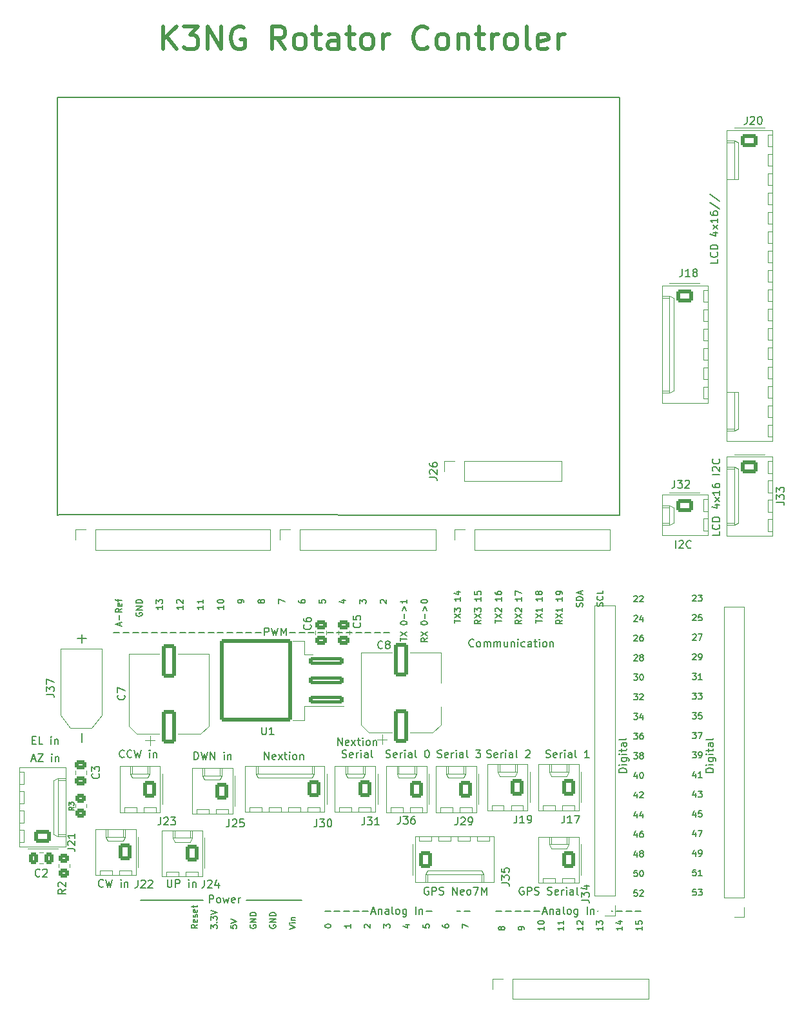
<source format=gto>
%TF.GenerationSoftware,KiCad,Pcbnew,7.0.7*%
%TF.CreationDate,2024-01-13T15:05:04+01:00*%
%TF.ProjectId,rotor,726f746f-722e-46b6-9963-61645f706362,rev?*%
%TF.SameCoordinates,Original*%
%TF.FileFunction,Legend,Top*%
%TF.FilePolarity,Positive*%
%FSLAX46Y46*%
G04 Gerber Fmt 4.6, Leading zero omitted, Abs format (unit mm)*
G04 Created by KiCad (PCBNEW 7.0.7) date 2024-01-13 15:05:04*
%MOMM*%
%LPD*%
G01*
G04 APERTURE LIST*
G04 Aperture macros list*
%AMRoundRect*
0 Rectangle with rounded corners*
0 $1 Rounding radius*
0 $2 $3 $4 $5 $6 $7 $8 $9 X,Y pos of 4 corners*
0 Add a 4 corners polygon primitive as box body*
4,1,4,$2,$3,$4,$5,$6,$7,$8,$9,$2,$3,0*
0 Add four circle primitives for the rounded corners*
1,1,$1+$1,$2,$3*
1,1,$1+$1,$4,$5*
1,1,$1+$1,$6,$7*
1,1,$1+$1,$8,$9*
0 Add four rect primitives between the rounded corners*
20,1,$1+$1,$2,$3,$4,$5,0*
20,1,$1+$1,$4,$5,$6,$7,0*
20,1,$1+$1,$6,$7,$8,$9,0*
20,1,$1+$1,$8,$9,$2,$3,0*%
G04 Aperture macros list end*
%ADD10C,0.150000*%
%ADD11C,0.500000*%
%ADD12C,0.120000*%
%ADD13RoundRect,0.250000X-0.450000X0.350000X-0.450000X-0.350000X0.450000X-0.350000X0.450000X0.350000X0*%
%ADD14RoundRect,0.250000X0.620000X0.845000X-0.620000X0.845000X-0.620000X-0.845000X0.620000X-0.845000X0*%
%ADD15O,1.740000X2.190000*%
%ADD16C,7.000000*%
%ADD17C,3.200000*%
%ADD18R,1.700000X1.700000*%
%ADD19O,1.700000X1.700000*%
%ADD20RoundRect,0.250000X-0.475000X0.337500X-0.475000X-0.337500X0.475000X-0.337500X0.475000X0.337500X0*%
%ADD21RoundRect,0.250000X-0.337500X-0.475000X0.337500X-0.475000X0.337500X0.475000X-0.337500X0.475000X0*%
%ADD22RoundRect,0.250000X-0.845000X0.620000X-0.845000X-0.620000X0.845000X-0.620000X0.845000X0.620000X0*%
%ADD23O,2.190000X1.740000*%
%ADD24RoundRect,0.250000X0.700000X-1.950000X0.700000X1.950000X-0.700000X1.950000X-0.700000X-1.950000X0*%
%ADD25RoundRect,0.250000X-0.620000X-0.845000X0.620000X-0.845000X0.620000X0.845000X-0.620000X0.845000X0*%
%ADD26R,3.800000X3.800000*%
%ADD27C,4.000000*%
%ADD28RoundRect,0.250000X0.845000X-0.620000X0.845000X0.620000X-0.845000X0.620000X-0.845000X-0.620000X0*%
%ADD29RoundRect,0.250000X2.050000X0.300000X-2.050000X0.300000X-2.050000X-0.300000X2.050000X-0.300000X0*%
%ADD30RoundRect,0.250002X4.449998X5.149998X-4.449998X5.149998X-4.449998X-5.149998X4.449998X-5.149998X0*%
G04 APERTURE END LIST*
D10*
X139950000Y-91300000D02*
X147250000Y-91300000D01*
X115500000Y-40700000D02*
X189000000Y-40800000D01*
X189000000Y-40800000D02*
X189000000Y14100000D01*
X134250000Y-91300000D02*
X126050000Y-91300000D01*
X115100000Y-40800000D02*
X115500000Y-40700000D01*
X115100000Y14100000D02*
X115100000Y-40800000D01*
X189000000Y14100000D02*
X115100000Y14100000D01*
X133514295Y-94553696D02*
X133133342Y-94820363D01*
X133514295Y-95010839D02*
X132714295Y-95010839D01*
X132714295Y-95010839D02*
X132714295Y-94706077D01*
X132714295Y-94706077D02*
X132752390Y-94629887D01*
X132752390Y-94629887D02*
X132790485Y-94591792D01*
X132790485Y-94591792D02*
X132866676Y-94553696D01*
X132866676Y-94553696D02*
X132980961Y-94553696D01*
X132980961Y-94553696D02*
X133057152Y-94591792D01*
X133057152Y-94591792D02*
X133095247Y-94629887D01*
X133095247Y-94629887D02*
X133133342Y-94706077D01*
X133133342Y-94706077D02*
X133133342Y-95010839D01*
X133476200Y-93906077D02*
X133514295Y-93982268D01*
X133514295Y-93982268D02*
X133514295Y-94134649D01*
X133514295Y-94134649D02*
X133476200Y-94210839D01*
X133476200Y-94210839D02*
X133400009Y-94248935D01*
X133400009Y-94248935D02*
X133095247Y-94248935D01*
X133095247Y-94248935D02*
X133019057Y-94210839D01*
X133019057Y-94210839D02*
X132980961Y-94134649D01*
X132980961Y-94134649D02*
X132980961Y-93982268D01*
X132980961Y-93982268D02*
X133019057Y-93906077D01*
X133019057Y-93906077D02*
X133095247Y-93867982D01*
X133095247Y-93867982D02*
X133171438Y-93867982D01*
X133171438Y-93867982D02*
X133247628Y-94248935D01*
X133476200Y-93563221D02*
X133514295Y-93487030D01*
X133514295Y-93487030D02*
X133514295Y-93334649D01*
X133514295Y-93334649D02*
X133476200Y-93258459D01*
X133476200Y-93258459D02*
X133400009Y-93220363D01*
X133400009Y-93220363D02*
X133361914Y-93220363D01*
X133361914Y-93220363D02*
X133285723Y-93258459D01*
X133285723Y-93258459D02*
X133247628Y-93334649D01*
X133247628Y-93334649D02*
X133247628Y-93448935D01*
X133247628Y-93448935D02*
X133209533Y-93525125D01*
X133209533Y-93525125D02*
X133133342Y-93563221D01*
X133133342Y-93563221D02*
X133095247Y-93563221D01*
X133095247Y-93563221D02*
X133019057Y-93525125D01*
X133019057Y-93525125D02*
X132980961Y-93448935D01*
X132980961Y-93448935D02*
X132980961Y-93334649D01*
X132980961Y-93334649D02*
X133019057Y-93258459D01*
X133476200Y-92572744D02*
X133514295Y-92648935D01*
X133514295Y-92648935D02*
X133514295Y-92801316D01*
X133514295Y-92801316D02*
X133476200Y-92877506D01*
X133476200Y-92877506D02*
X133400009Y-92915602D01*
X133400009Y-92915602D02*
X133095247Y-92915602D01*
X133095247Y-92915602D02*
X133019057Y-92877506D01*
X133019057Y-92877506D02*
X132980961Y-92801316D01*
X132980961Y-92801316D02*
X132980961Y-92648935D01*
X132980961Y-92648935D02*
X133019057Y-92572744D01*
X133019057Y-92572744D02*
X133095247Y-92534649D01*
X133095247Y-92534649D02*
X133171438Y-92534649D01*
X133171438Y-92534649D02*
X133247628Y-92915602D01*
X132980961Y-92306078D02*
X132980961Y-92001316D01*
X132714295Y-92191792D02*
X133400009Y-92191792D01*
X133400009Y-92191792D02*
X133476200Y-92153697D01*
X133476200Y-92153697D02*
X133514295Y-92077507D01*
X133514295Y-92077507D02*
X133514295Y-92001316D01*
X135290295Y-95087030D02*
X135290295Y-94591792D01*
X135290295Y-94591792D02*
X135595057Y-94858458D01*
X135595057Y-94858458D02*
X135595057Y-94744173D01*
X135595057Y-94744173D02*
X135633152Y-94667982D01*
X135633152Y-94667982D02*
X135671247Y-94629887D01*
X135671247Y-94629887D02*
X135747438Y-94591792D01*
X135747438Y-94591792D02*
X135937914Y-94591792D01*
X135937914Y-94591792D02*
X136014104Y-94629887D01*
X136014104Y-94629887D02*
X136052200Y-94667982D01*
X136052200Y-94667982D02*
X136090295Y-94744173D01*
X136090295Y-94744173D02*
X136090295Y-94972744D01*
X136090295Y-94972744D02*
X136052200Y-95048935D01*
X136052200Y-95048935D02*
X136014104Y-95087030D01*
X136014104Y-94248934D02*
X136052200Y-94210839D01*
X136052200Y-94210839D02*
X136090295Y-94248934D01*
X136090295Y-94248934D02*
X136052200Y-94287030D01*
X136052200Y-94287030D02*
X136014104Y-94248934D01*
X136014104Y-94248934D02*
X136090295Y-94248934D01*
X135290295Y-93944173D02*
X135290295Y-93448935D01*
X135290295Y-93448935D02*
X135595057Y-93715601D01*
X135595057Y-93715601D02*
X135595057Y-93601316D01*
X135595057Y-93601316D02*
X135633152Y-93525125D01*
X135633152Y-93525125D02*
X135671247Y-93487030D01*
X135671247Y-93487030D02*
X135747438Y-93448935D01*
X135747438Y-93448935D02*
X135937914Y-93448935D01*
X135937914Y-93448935D02*
X136014104Y-93487030D01*
X136014104Y-93487030D02*
X136052200Y-93525125D01*
X136052200Y-93525125D02*
X136090295Y-93601316D01*
X136090295Y-93601316D02*
X136090295Y-93829887D01*
X136090295Y-93829887D02*
X136052200Y-93906078D01*
X136052200Y-93906078D02*
X136014104Y-93944173D01*
X135290295Y-93220363D02*
X136090295Y-92953696D01*
X136090295Y-92953696D02*
X135290295Y-92687030D01*
X137866295Y-94629887D02*
X137866295Y-95010839D01*
X137866295Y-95010839D02*
X138247247Y-95048935D01*
X138247247Y-95048935D02*
X138209152Y-95010839D01*
X138209152Y-95010839D02*
X138171057Y-94934649D01*
X138171057Y-94934649D02*
X138171057Y-94744173D01*
X138171057Y-94744173D02*
X138209152Y-94667982D01*
X138209152Y-94667982D02*
X138247247Y-94629887D01*
X138247247Y-94629887D02*
X138323438Y-94591792D01*
X138323438Y-94591792D02*
X138513914Y-94591792D01*
X138513914Y-94591792D02*
X138590104Y-94629887D01*
X138590104Y-94629887D02*
X138628200Y-94667982D01*
X138628200Y-94667982D02*
X138666295Y-94744173D01*
X138666295Y-94744173D02*
X138666295Y-94934649D01*
X138666295Y-94934649D02*
X138628200Y-95010839D01*
X138628200Y-95010839D02*
X138590104Y-95048935D01*
X137866295Y-94363220D02*
X138666295Y-94096553D01*
X138666295Y-94096553D02*
X137866295Y-93829887D01*
X140480390Y-94591792D02*
X140442295Y-94667982D01*
X140442295Y-94667982D02*
X140442295Y-94782268D01*
X140442295Y-94782268D02*
X140480390Y-94896554D01*
X140480390Y-94896554D02*
X140556580Y-94972744D01*
X140556580Y-94972744D02*
X140632771Y-95010839D01*
X140632771Y-95010839D02*
X140785152Y-95048935D01*
X140785152Y-95048935D02*
X140899438Y-95048935D01*
X140899438Y-95048935D02*
X141051819Y-95010839D01*
X141051819Y-95010839D02*
X141128009Y-94972744D01*
X141128009Y-94972744D02*
X141204200Y-94896554D01*
X141204200Y-94896554D02*
X141242295Y-94782268D01*
X141242295Y-94782268D02*
X141242295Y-94706077D01*
X141242295Y-94706077D02*
X141204200Y-94591792D01*
X141204200Y-94591792D02*
X141166104Y-94553696D01*
X141166104Y-94553696D02*
X140899438Y-94553696D01*
X140899438Y-94553696D02*
X140899438Y-94706077D01*
X141242295Y-94210839D02*
X140442295Y-94210839D01*
X140442295Y-94210839D02*
X141242295Y-93753696D01*
X141242295Y-93753696D02*
X140442295Y-93753696D01*
X141242295Y-93372744D02*
X140442295Y-93372744D01*
X140442295Y-93372744D02*
X140442295Y-93182268D01*
X140442295Y-93182268D02*
X140480390Y-93067982D01*
X140480390Y-93067982D02*
X140556580Y-92991792D01*
X140556580Y-92991792D02*
X140632771Y-92953697D01*
X140632771Y-92953697D02*
X140785152Y-92915601D01*
X140785152Y-92915601D02*
X140899438Y-92915601D01*
X140899438Y-92915601D02*
X141051819Y-92953697D01*
X141051819Y-92953697D02*
X141128009Y-92991792D01*
X141128009Y-92991792D02*
X141204200Y-93067982D01*
X141204200Y-93067982D02*
X141242295Y-93182268D01*
X141242295Y-93182268D02*
X141242295Y-93372744D01*
X143056390Y-94591792D02*
X143018295Y-94667982D01*
X143018295Y-94667982D02*
X143018295Y-94782268D01*
X143018295Y-94782268D02*
X143056390Y-94896554D01*
X143056390Y-94896554D02*
X143132580Y-94972744D01*
X143132580Y-94972744D02*
X143208771Y-95010839D01*
X143208771Y-95010839D02*
X143361152Y-95048935D01*
X143361152Y-95048935D02*
X143475438Y-95048935D01*
X143475438Y-95048935D02*
X143627819Y-95010839D01*
X143627819Y-95010839D02*
X143704009Y-94972744D01*
X143704009Y-94972744D02*
X143780200Y-94896554D01*
X143780200Y-94896554D02*
X143818295Y-94782268D01*
X143818295Y-94782268D02*
X143818295Y-94706077D01*
X143818295Y-94706077D02*
X143780200Y-94591792D01*
X143780200Y-94591792D02*
X143742104Y-94553696D01*
X143742104Y-94553696D02*
X143475438Y-94553696D01*
X143475438Y-94553696D02*
X143475438Y-94706077D01*
X143818295Y-94210839D02*
X143018295Y-94210839D01*
X143018295Y-94210839D02*
X143818295Y-93753696D01*
X143818295Y-93753696D02*
X143018295Y-93753696D01*
X143818295Y-93372744D02*
X143018295Y-93372744D01*
X143018295Y-93372744D02*
X143018295Y-93182268D01*
X143018295Y-93182268D02*
X143056390Y-93067982D01*
X143056390Y-93067982D02*
X143132580Y-92991792D01*
X143132580Y-92991792D02*
X143208771Y-92953697D01*
X143208771Y-92953697D02*
X143361152Y-92915601D01*
X143361152Y-92915601D02*
X143475438Y-92915601D01*
X143475438Y-92915601D02*
X143627819Y-92953697D01*
X143627819Y-92953697D02*
X143704009Y-92991792D01*
X143704009Y-92991792D02*
X143780200Y-93067982D01*
X143780200Y-93067982D02*
X143818295Y-93182268D01*
X143818295Y-93182268D02*
X143818295Y-93372744D01*
X145594295Y-95125125D02*
X146394295Y-94858458D01*
X146394295Y-94858458D02*
X145594295Y-94591792D01*
X146394295Y-94325125D02*
X145860961Y-94325125D01*
X145594295Y-94325125D02*
X145632390Y-94363221D01*
X145632390Y-94363221D02*
X145670485Y-94325125D01*
X145670485Y-94325125D02*
X145632390Y-94287030D01*
X145632390Y-94287030D02*
X145594295Y-94325125D01*
X145594295Y-94325125D02*
X145670485Y-94325125D01*
X145860961Y-93944173D02*
X146394295Y-93944173D01*
X145937152Y-93944173D02*
X145899057Y-93906078D01*
X145899057Y-93906078D02*
X145860961Y-93829888D01*
X145860961Y-93829888D02*
X145860961Y-93715602D01*
X145860961Y-93715602D02*
X145899057Y-93639411D01*
X145899057Y-93639411D02*
X145975247Y-93601316D01*
X145975247Y-93601316D02*
X146394295Y-93601316D01*
X176360588Y-89667438D02*
X176265350Y-89619819D01*
X176265350Y-89619819D02*
X176122493Y-89619819D01*
X176122493Y-89619819D02*
X175979636Y-89667438D01*
X175979636Y-89667438D02*
X175884398Y-89762676D01*
X175884398Y-89762676D02*
X175836779Y-89857914D01*
X175836779Y-89857914D02*
X175789160Y-90048390D01*
X175789160Y-90048390D02*
X175789160Y-90191247D01*
X175789160Y-90191247D02*
X175836779Y-90381723D01*
X175836779Y-90381723D02*
X175884398Y-90476961D01*
X175884398Y-90476961D02*
X175979636Y-90572200D01*
X175979636Y-90572200D02*
X176122493Y-90619819D01*
X176122493Y-90619819D02*
X176217731Y-90619819D01*
X176217731Y-90619819D02*
X176360588Y-90572200D01*
X176360588Y-90572200D02*
X176408207Y-90524580D01*
X176408207Y-90524580D02*
X176408207Y-90191247D01*
X176408207Y-90191247D02*
X176217731Y-90191247D01*
X176836779Y-90619819D02*
X176836779Y-89619819D01*
X176836779Y-89619819D02*
X177217731Y-89619819D01*
X177217731Y-89619819D02*
X177312969Y-89667438D01*
X177312969Y-89667438D02*
X177360588Y-89715057D01*
X177360588Y-89715057D02*
X177408207Y-89810295D01*
X177408207Y-89810295D02*
X177408207Y-89953152D01*
X177408207Y-89953152D02*
X177360588Y-90048390D01*
X177360588Y-90048390D02*
X177312969Y-90096009D01*
X177312969Y-90096009D02*
X177217731Y-90143628D01*
X177217731Y-90143628D02*
X176836779Y-90143628D01*
X177789160Y-90572200D02*
X177932017Y-90619819D01*
X177932017Y-90619819D02*
X178170112Y-90619819D01*
X178170112Y-90619819D02*
X178265350Y-90572200D01*
X178265350Y-90572200D02*
X178312969Y-90524580D01*
X178312969Y-90524580D02*
X178360588Y-90429342D01*
X178360588Y-90429342D02*
X178360588Y-90334104D01*
X178360588Y-90334104D02*
X178312969Y-90238866D01*
X178312969Y-90238866D02*
X178265350Y-90191247D01*
X178265350Y-90191247D02*
X178170112Y-90143628D01*
X178170112Y-90143628D02*
X177979636Y-90096009D01*
X177979636Y-90096009D02*
X177884398Y-90048390D01*
X177884398Y-90048390D02*
X177836779Y-90000771D01*
X177836779Y-90000771D02*
X177789160Y-89905533D01*
X177789160Y-89905533D02*
X177789160Y-89810295D01*
X177789160Y-89810295D02*
X177836779Y-89715057D01*
X177836779Y-89715057D02*
X177884398Y-89667438D01*
X177884398Y-89667438D02*
X177979636Y-89619819D01*
X177979636Y-89619819D02*
X178217731Y-89619819D01*
X178217731Y-89619819D02*
X178360588Y-89667438D01*
X179503446Y-90572200D02*
X179646303Y-90619819D01*
X179646303Y-90619819D02*
X179884398Y-90619819D01*
X179884398Y-90619819D02*
X179979636Y-90572200D01*
X179979636Y-90572200D02*
X180027255Y-90524580D01*
X180027255Y-90524580D02*
X180074874Y-90429342D01*
X180074874Y-90429342D02*
X180074874Y-90334104D01*
X180074874Y-90334104D02*
X180027255Y-90238866D01*
X180027255Y-90238866D02*
X179979636Y-90191247D01*
X179979636Y-90191247D02*
X179884398Y-90143628D01*
X179884398Y-90143628D02*
X179693922Y-90096009D01*
X179693922Y-90096009D02*
X179598684Y-90048390D01*
X179598684Y-90048390D02*
X179551065Y-90000771D01*
X179551065Y-90000771D02*
X179503446Y-89905533D01*
X179503446Y-89905533D02*
X179503446Y-89810295D01*
X179503446Y-89810295D02*
X179551065Y-89715057D01*
X179551065Y-89715057D02*
X179598684Y-89667438D01*
X179598684Y-89667438D02*
X179693922Y-89619819D01*
X179693922Y-89619819D02*
X179932017Y-89619819D01*
X179932017Y-89619819D02*
X180074874Y-89667438D01*
X180884398Y-90572200D02*
X180789160Y-90619819D01*
X180789160Y-90619819D02*
X180598684Y-90619819D01*
X180598684Y-90619819D02*
X180503446Y-90572200D01*
X180503446Y-90572200D02*
X180455827Y-90476961D01*
X180455827Y-90476961D02*
X180455827Y-90096009D01*
X180455827Y-90096009D02*
X180503446Y-90000771D01*
X180503446Y-90000771D02*
X180598684Y-89953152D01*
X180598684Y-89953152D02*
X180789160Y-89953152D01*
X180789160Y-89953152D02*
X180884398Y-90000771D01*
X180884398Y-90000771D02*
X180932017Y-90096009D01*
X180932017Y-90096009D02*
X180932017Y-90191247D01*
X180932017Y-90191247D02*
X180455827Y-90286485D01*
X181360589Y-90619819D02*
X181360589Y-89953152D01*
X181360589Y-90143628D02*
X181408208Y-90048390D01*
X181408208Y-90048390D02*
X181455827Y-90000771D01*
X181455827Y-90000771D02*
X181551065Y-89953152D01*
X181551065Y-89953152D02*
X181646303Y-89953152D01*
X181979637Y-90619819D02*
X181979637Y-89953152D01*
X181979637Y-89619819D02*
X181932018Y-89667438D01*
X181932018Y-89667438D02*
X181979637Y-89715057D01*
X181979637Y-89715057D02*
X182027256Y-89667438D01*
X182027256Y-89667438D02*
X181979637Y-89619819D01*
X181979637Y-89619819D02*
X181979637Y-89715057D01*
X182884398Y-90619819D02*
X182884398Y-90096009D01*
X182884398Y-90096009D02*
X182836779Y-90000771D01*
X182836779Y-90000771D02*
X182741541Y-89953152D01*
X182741541Y-89953152D02*
X182551065Y-89953152D01*
X182551065Y-89953152D02*
X182455827Y-90000771D01*
X182884398Y-90572200D02*
X182789160Y-90619819D01*
X182789160Y-90619819D02*
X182551065Y-90619819D01*
X182551065Y-90619819D02*
X182455827Y-90572200D01*
X182455827Y-90572200D02*
X182408208Y-90476961D01*
X182408208Y-90476961D02*
X182408208Y-90381723D01*
X182408208Y-90381723D02*
X182455827Y-90286485D01*
X182455827Y-90286485D02*
X182551065Y-90238866D01*
X182551065Y-90238866D02*
X182789160Y-90238866D01*
X182789160Y-90238866D02*
X182884398Y-90191247D01*
X183503446Y-90619819D02*
X183408208Y-90572200D01*
X183408208Y-90572200D02*
X183360589Y-90476961D01*
X183360589Y-90476961D02*
X183360589Y-89619819D01*
X196336779Y-45119819D02*
X196336779Y-44119819D01*
X196765350Y-44215057D02*
X196812969Y-44167438D01*
X196812969Y-44167438D02*
X196908207Y-44119819D01*
X196908207Y-44119819D02*
X197146302Y-44119819D01*
X197146302Y-44119819D02*
X197241540Y-44167438D01*
X197241540Y-44167438D02*
X197289159Y-44215057D01*
X197289159Y-44215057D02*
X197336778Y-44310295D01*
X197336778Y-44310295D02*
X197336778Y-44405533D01*
X197336778Y-44405533D02*
X197289159Y-44548390D01*
X197289159Y-44548390D02*
X196717731Y-45119819D01*
X196717731Y-45119819D02*
X197336778Y-45119819D01*
X198336778Y-45024580D02*
X198289159Y-45072200D01*
X198289159Y-45072200D02*
X198146302Y-45119819D01*
X198146302Y-45119819D02*
X198051064Y-45119819D01*
X198051064Y-45119819D02*
X197908207Y-45072200D01*
X197908207Y-45072200D02*
X197812969Y-44976961D01*
X197812969Y-44976961D02*
X197765350Y-44881723D01*
X197765350Y-44881723D02*
X197717731Y-44691247D01*
X197717731Y-44691247D02*
X197717731Y-44548390D01*
X197717731Y-44548390D02*
X197765350Y-44357914D01*
X197765350Y-44357914D02*
X197812969Y-44262676D01*
X197812969Y-44262676D02*
X197908207Y-44167438D01*
X197908207Y-44167438D02*
X198051064Y-44119819D01*
X198051064Y-44119819D02*
X198146302Y-44119819D01*
X198146302Y-44119819D02*
X198289159Y-44167438D01*
X198289159Y-44167438D02*
X198336778Y-44215057D01*
X142336779Y-72869819D02*
X142336779Y-71869819D01*
X142336779Y-71869819D02*
X142908207Y-72869819D01*
X142908207Y-72869819D02*
X142908207Y-71869819D01*
X143765350Y-72822200D02*
X143670112Y-72869819D01*
X143670112Y-72869819D02*
X143479636Y-72869819D01*
X143479636Y-72869819D02*
X143384398Y-72822200D01*
X143384398Y-72822200D02*
X143336779Y-72726961D01*
X143336779Y-72726961D02*
X143336779Y-72346009D01*
X143336779Y-72346009D02*
X143384398Y-72250771D01*
X143384398Y-72250771D02*
X143479636Y-72203152D01*
X143479636Y-72203152D02*
X143670112Y-72203152D01*
X143670112Y-72203152D02*
X143765350Y-72250771D01*
X143765350Y-72250771D02*
X143812969Y-72346009D01*
X143812969Y-72346009D02*
X143812969Y-72441247D01*
X143812969Y-72441247D02*
X143336779Y-72536485D01*
X144146303Y-72869819D02*
X144670112Y-72203152D01*
X144146303Y-72203152D02*
X144670112Y-72869819D01*
X144908208Y-72203152D02*
X145289160Y-72203152D01*
X145051065Y-71869819D02*
X145051065Y-72726961D01*
X145051065Y-72726961D02*
X145098684Y-72822200D01*
X145098684Y-72822200D02*
X145193922Y-72869819D01*
X145193922Y-72869819D02*
X145289160Y-72869819D01*
X145622494Y-72869819D02*
X145622494Y-72203152D01*
X145622494Y-71869819D02*
X145574875Y-71917438D01*
X145574875Y-71917438D02*
X145622494Y-71965057D01*
X145622494Y-71965057D02*
X145670113Y-71917438D01*
X145670113Y-71917438D02*
X145622494Y-71869819D01*
X145622494Y-71869819D02*
X145622494Y-71965057D01*
X146241541Y-72869819D02*
X146146303Y-72822200D01*
X146146303Y-72822200D02*
X146098684Y-72774580D01*
X146098684Y-72774580D02*
X146051065Y-72679342D01*
X146051065Y-72679342D02*
X146051065Y-72393628D01*
X146051065Y-72393628D02*
X146098684Y-72298390D01*
X146098684Y-72298390D02*
X146146303Y-72250771D01*
X146146303Y-72250771D02*
X146241541Y-72203152D01*
X146241541Y-72203152D02*
X146384398Y-72203152D01*
X146384398Y-72203152D02*
X146479636Y-72250771D01*
X146479636Y-72250771D02*
X146527255Y-72298390D01*
X146527255Y-72298390D02*
X146574874Y-72393628D01*
X146574874Y-72393628D02*
X146574874Y-72679342D01*
X146574874Y-72679342D02*
X146527255Y-72774580D01*
X146527255Y-72774580D02*
X146479636Y-72822200D01*
X146479636Y-72822200D02*
X146384398Y-72869819D01*
X146384398Y-72869819D02*
X146241541Y-72869819D01*
X147003446Y-72203152D02*
X147003446Y-72869819D01*
X147003446Y-72298390D02*
X147051065Y-72250771D01*
X147051065Y-72250771D02*
X147146303Y-72203152D01*
X147146303Y-72203152D02*
X147289160Y-72203152D01*
X147289160Y-72203152D02*
X147384398Y-72250771D01*
X147384398Y-72250771D02*
X147432017Y-72346009D01*
X147432017Y-72346009D02*
X147432017Y-72869819D01*
X150262295Y-94758458D02*
X150262295Y-94682268D01*
X150262295Y-94682268D02*
X150300390Y-94606077D01*
X150300390Y-94606077D02*
X150338485Y-94567982D01*
X150338485Y-94567982D02*
X150414676Y-94529887D01*
X150414676Y-94529887D02*
X150567057Y-94491792D01*
X150567057Y-94491792D02*
X150757533Y-94491792D01*
X150757533Y-94491792D02*
X150909914Y-94529887D01*
X150909914Y-94529887D02*
X150986104Y-94567982D01*
X150986104Y-94567982D02*
X151024200Y-94606077D01*
X151024200Y-94606077D02*
X151062295Y-94682268D01*
X151062295Y-94682268D02*
X151062295Y-94758458D01*
X151062295Y-94758458D02*
X151024200Y-94834649D01*
X151024200Y-94834649D02*
X150986104Y-94872744D01*
X150986104Y-94872744D02*
X150909914Y-94910839D01*
X150909914Y-94910839D02*
X150757533Y-94948935D01*
X150757533Y-94948935D02*
X150567057Y-94948935D01*
X150567057Y-94948935D02*
X150414676Y-94910839D01*
X150414676Y-94910839D02*
X150338485Y-94872744D01*
X150338485Y-94872744D02*
X150300390Y-94834649D01*
X150300390Y-94834649D02*
X150262295Y-94758458D01*
X153638295Y-94491792D02*
X153638295Y-94948935D01*
X153638295Y-94720363D02*
X152838295Y-94720363D01*
X152838295Y-94720363D02*
X152952580Y-94796554D01*
X152952580Y-94796554D02*
X153028771Y-94872744D01*
X153028771Y-94872744D02*
X153066866Y-94948935D01*
X155490485Y-94948935D02*
X155452390Y-94910839D01*
X155452390Y-94910839D02*
X155414295Y-94834649D01*
X155414295Y-94834649D02*
X155414295Y-94644173D01*
X155414295Y-94644173D02*
X155452390Y-94567982D01*
X155452390Y-94567982D02*
X155490485Y-94529887D01*
X155490485Y-94529887D02*
X155566676Y-94491792D01*
X155566676Y-94491792D02*
X155642866Y-94491792D01*
X155642866Y-94491792D02*
X155757152Y-94529887D01*
X155757152Y-94529887D02*
X156214295Y-94987030D01*
X156214295Y-94987030D02*
X156214295Y-94491792D01*
X157990295Y-94987030D02*
X157990295Y-94491792D01*
X157990295Y-94491792D02*
X158295057Y-94758458D01*
X158295057Y-94758458D02*
X158295057Y-94644173D01*
X158295057Y-94644173D02*
X158333152Y-94567982D01*
X158333152Y-94567982D02*
X158371247Y-94529887D01*
X158371247Y-94529887D02*
X158447438Y-94491792D01*
X158447438Y-94491792D02*
X158637914Y-94491792D01*
X158637914Y-94491792D02*
X158714104Y-94529887D01*
X158714104Y-94529887D02*
X158752200Y-94567982D01*
X158752200Y-94567982D02*
X158790295Y-94644173D01*
X158790295Y-94644173D02*
X158790295Y-94872744D01*
X158790295Y-94872744D02*
X158752200Y-94948935D01*
X158752200Y-94948935D02*
X158714104Y-94987030D01*
X160832961Y-94567982D02*
X161366295Y-94567982D01*
X160528200Y-94758458D02*
X161099628Y-94948935D01*
X161099628Y-94948935D02*
X161099628Y-94453696D01*
X163142295Y-94529887D02*
X163142295Y-94910839D01*
X163142295Y-94910839D02*
X163523247Y-94948935D01*
X163523247Y-94948935D02*
X163485152Y-94910839D01*
X163485152Y-94910839D02*
X163447057Y-94834649D01*
X163447057Y-94834649D02*
X163447057Y-94644173D01*
X163447057Y-94644173D02*
X163485152Y-94567982D01*
X163485152Y-94567982D02*
X163523247Y-94529887D01*
X163523247Y-94529887D02*
X163599438Y-94491792D01*
X163599438Y-94491792D02*
X163789914Y-94491792D01*
X163789914Y-94491792D02*
X163866104Y-94529887D01*
X163866104Y-94529887D02*
X163904200Y-94567982D01*
X163904200Y-94567982D02*
X163942295Y-94644173D01*
X163942295Y-94644173D02*
X163942295Y-94834649D01*
X163942295Y-94834649D02*
X163904200Y-94910839D01*
X163904200Y-94910839D02*
X163866104Y-94948935D01*
X165718295Y-94567982D02*
X165718295Y-94720363D01*
X165718295Y-94720363D02*
X165756390Y-94796554D01*
X165756390Y-94796554D02*
X165794485Y-94834649D01*
X165794485Y-94834649D02*
X165908771Y-94910839D01*
X165908771Y-94910839D02*
X166061152Y-94948935D01*
X166061152Y-94948935D02*
X166365914Y-94948935D01*
X166365914Y-94948935D02*
X166442104Y-94910839D01*
X166442104Y-94910839D02*
X166480200Y-94872744D01*
X166480200Y-94872744D02*
X166518295Y-94796554D01*
X166518295Y-94796554D02*
X166518295Y-94644173D01*
X166518295Y-94644173D02*
X166480200Y-94567982D01*
X166480200Y-94567982D02*
X166442104Y-94529887D01*
X166442104Y-94529887D02*
X166365914Y-94491792D01*
X166365914Y-94491792D02*
X166175438Y-94491792D01*
X166175438Y-94491792D02*
X166099247Y-94529887D01*
X166099247Y-94529887D02*
X166061152Y-94567982D01*
X166061152Y-94567982D02*
X166023057Y-94644173D01*
X166023057Y-94644173D02*
X166023057Y-94796554D01*
X166023057Y-94796554D02*
X166061152Y-94872744D01*
X166061152Y-94872744D02*
X166099247Y-94910839D01*
X166099247Y-94910839D02*
X166175438Y-94948935D01*
X168294295Y-94987030D02*
X168294295Y-94453696D01*
X168294295Y-94453696D02*
X169094295Y-94796554D01*
X202119819Y-42937030D02*
X202119819Y-43413220D01*
X202119819Y-43413220D02*
X201119819Y-43413220D01*
X202024580Y-42032268D02*
X202072200Y-42079887D01*
X202072200Y-42079887D02*
X202119819Y-42222744D01*
X202119819Y-42222744D02*
X202119819Y-42317982D01*
X202119819Y-42317982D02*
X202072200Y-42460839D01*
X202072200Y-42460839D02*
X201976961Y-42556077D01*
X201976961Y-42556077D02*
X201881723Y-42603696D01*
X201881723Y-42603696D02*
X201691247Y-42651315D01*
X201691247Y-42651315D02*
X201548390Y-42651315D01*
X201548390Y-42651315D02*
X201357914Y-42603696D01*
X201357914Y-42603696D02*
X201262676Y-42556077D01*
X201262676Y-42556077D02*
X201167438Y-42460839D01*
X201167438Y-42460839D02*
X201119819Y-42317982D01*
X201119819Y-42317982D02*
X201119819Y-42222744D01*
X201119819Y-42222744D02*
X201167438Y-42079887D01*
X201167438Y-42079887D02*
X201215057Y-42032268D01*
X202119819Y-41603696D02*
X201119819Y-41603696D01*
X201119819Y-41603696D02*
X201119819Y-41365601D01*
X201119819Y-41365601D02*
X201167438Y-41222744D01*
X201167438Y-41222744D02*
X201262676Y-41127506D01*
X201262676Y-41127506D02*
X201357914Y-41079887D01*
X201357914Y-41079887D02*
X201548390Y-41032268D01*
X201548390Y-41032268D02*
X201691247Y-41032268D01*
X201691247Y-41032268D02*
X201881723Y-41079887D01*
X201881723Y-41079887D02*
X201976961Y-41127506D01*
X201976961Y-41127506D02*
X202072200Y-41222744D01*
X202072200Y-41222744D02*
X202119819Y-41365601D01*
X202119819Y-41365601D02*
X202119819Y-41603696D01*
X201453152Y-39413220D02*
X202119819Y-39413220D01*
X201072200Y-39651315D02*
X201786485Y-39889410D01*
X201786485Y-39889410D02*
X201786485Y-39270363D01*
X202119819Y-38984648D02*
X201453152Y-38460839D01*
X201453152Y-38984648D02*
X202119819Y-38460839D01*
X202119819Y-37556077D02*
X202119819Y-38127505D01*
X202119819Y-37841791D02*
X201119819Y-37841791D01*
X201119819Y-37841791D02*
X201262676Y-37937029D01*
X201262676Y-37937029D02*
X201357914Y-38032267D01*
X201357914Y-38032267D02*
X201405533Y-38127505D01*
X201119819Y-36698934D02*
X201119819Y-36889410D01*
X201119819Y-36889410D02*
X201167438Y-36984648D01*
X201167438Y-36984648D02*
X201215057Y-37032267D01*
X201215057Y-37032267D02*
X201357914Y-37127505D01*
X201357914Y-37127505D02*
X201548390Y-37175124D01*
X201548390Y-37175124D02*
X201929342Y-37175124D01*
X201929342Y-37175124D02*
X202024580Y-37127505D01*
X202024580Y-37127505D02*
X202072200Y-37079886D01*
X202072200Y-37079886D02*
X202119819Y-36984648D01*
X202119819Y-36984648D02*
X202119819Y-36794172D01*
X202119819Y-36794172D02*
X202072200Y-36698934D01*
X202072200Y-36698934D02*
X202024580Y-36651315D01*
X202024580Y-36651315D02*
X201929342Y-36603696D01*
X201929342Y-36603696D02*
X201691247Y-36603696D01*
X201691247Y-36603696D02*
X201596009Y-36651315D01*
X201596009Y-36651315D02*
X201548390Y-36698934D01*
X201548390Y-36698934D02*
X201500771Y-36794172D01*
X201500771Y-36794172D02*
X201500771Y-36984648D01*
X201500771Y-36984648D02*
X201548390Y-37079886D01*
X201548390Y-37079886D02*
X201596009Y-37127505D01*
X201596009Y-37127505D02*
X201691247Y-37175124D01*
X202119819Y-35413219D02*
X201119819Y-35413219D01*
X201215057Y-34984648D02*
X201167438Y-34937029D01*
X201167438Y-34937029D02*
X201119819Y-34841791D01*
X201119819Y-34841791D02*
X201119819Y-34603696D01*
X201119819Y-34603696D02*
X201167438Y-34508458D01*
X201167438Y-34508458D02*
X201215057Y-34460839D01*
X201215057Y-34460839D02*
X201310295Y-34413220D01*
X201310295Y-34413220D02*
X201405533Y-34413220D01*
X201405533Y-34413220D02*
X201548390Y-34460839D01*
X201548390Y-34460839D02*
X202119819Y-35032267D01*
X202119819Y-35032267D02*
X202119819Y-34413220D01*
X202024580Y-33413220D02*
X202072200Y-33460839D01*
X202072200Y-33460839D02*
X202119819Y-33603696D01*
X202119819Y-33603696D02*
X202119819Y-33698934D01*
X202119819Y-33698934D02*
X202072200Y-33841791D01*
X202072200Y-33841791D02*
X201976961Y-33937029D01*
X201976961Y-33937029D02*
X201881723Y-33984648D01*
X201881723Y-33984648D02*
X201691247Y-34032267D01*
X201691247Y-34032267D02*
X201548390Y-34032267D01*
X201548390Y-34032267D02*
X201357914Y-33984648D01*
X201357914Y-33984648D02*
X201262676Y-33937029D01*
X201262676Y-33937029D02*
X201167438Y-33841791D01*
X201167438Y-33841791D02*
X201119819Y-33698934D01*
X201119819Y-33698934D02*
X201119819Y-33603696D01*
X201119819Y-33603696D02*
X201167438Y-33460839D01*
X201167438Y-33460839D02*
X201215057Y-33413220D01*
X150236779Y-92788866D02*
X150998684Y-92788866D01*
X151474874Y-92788866D02*
X152236779Y-92788866D01*
X152712969Y-92788866D02*
X153474874Y-92788866D01*
X153951064Y-92788866D02*
X154712969Y-92788866D01*
X155189159Y-92788866D02*
X155951064Y-92788866D01*
X156379635Y-92884104D02*
X156855825Y-92884104D01*
X156284397Y-93169819D02*
X156617730Y-92169819D01*
X156617730Y-92169819D02*
X156951063Y-93169819D01*
X157284397Y-92503152D02*
X157284397Y-93169819D01*
X157284397Y-92598390D02*
X157332016Y-92550771D01*
X157332016Y-92550771D02*
X157427254Y-92503152D01*
X157427254Y-92503152D02*
X157570111Y-92503152D01*
X157570111Y-92503152D02*
X157665349Y-92550771D01*
X157665349Y-92550771D02*
X157712968Y-92646009D01*
X157712968Y-92646009D02*
X157712968Y-93169819D01*
X158617730Y-93169819D02*
X158617730Y-92646009D01*
X158617730Y-92646009D02*
X158570111Y-92550771D01*
X158570111Y-92550771D02*
X158474873Y-92503152D01*
X158474873Y-92503152D02*
X158284397Y-92503152D01*
X158284397Y-92503152D02*
X158189159Y-92550771D01*
X158617730Y-93122200D02*
X158522492Y-93169819D01*
X158522492Y-93169819D02*
X158284397Y-93169819D01*
X158284397Y-93169819D02*
X158189159Y-93122200D01*
X158189159Y-93122200D02*
X158141540Y-93026961D01*
X158141540Y-93026961D02*
X158141540Y-92931723D01*
X158141540Y-92931723D02*
X158189159Y-92836485D01*
X158189159Y-92836485D02*
X158284397Y-92788866D01*
X158284397Y-92788866D02*
X158522492Y-92788866D01*
X158522492Y-92788866D02*
X158617730Y-92741247D01*
X159236778Y-93169819D02*
X159141540Y-93122200D01*
X159141540Y-93122200D02*
X159093921Y-93026961D01*
X159093921Y-93026961D02*
X159093921Y-92169819D01*
X159760588Y-93169819D02*
X159665350Y-93122200D01*
X159665350Y-93122200D02*
X159617731Y-93074580D01*
X159617731Y-93074580D02*
X159570112Y-92979342D01*
X159570112Y-92979342D02*
X159570112Y-92693628D01*
X159570112Y-92693628D02*
X159617731Y-92598390D01*
X159617731Y-92598390D02*
X159665350Y-92550771D01*
X159665350Y-92550771D02*
X159760588Y-92503152D01*
X159760588Y-92503152D02*
X159903445Y-92503152D01*
X159903445Y-92503152D02*
X159998683Y-92550771D01*
X159998683Y-92550771D02*
X160046302Y-92598390D01*
X160046302Y-92598390D02*
X160093921Y-92693628D01*
X160093921Y-92693628D02*
X160093921Y-92979342D01*
X160093921Y-92979342D02*
X160046302Y-93074580D01*
X160046302Y-93074580D02*
X159998683Y-93122200D01*
X159998683Y-93122200D02*
X159903445Y-93169819D01*
X159903445Y-93169819D02*
X159760588Y-93169819D01*
X160951064Y-92503152D02*
X160951064Y-93312676D01*
X160951064Y-93312676D02*
X160903445Y-93407914D01*
X160903445Y-93407914D02*
X160855826Y-93455533D01*
X160855826Y-93455533D02*
X160760588Y-93503152D01*
X160760588Y-93503152D02*
X160617731Y-93503152D01*
X160617731Y-93503152D02*
X160522493Y-93455533D01*
X160951064Y-93122200D02*
X160855826Y-93169819D01*
X160855826Y-93169819D02*
X160665350Y-93169819D01*
X160665350Y-93169819D02*
X160570112Y-93122200D01*
X160570112Y-93122200D02*
X160522493Y-93074580D01*
X160522493Y-93074580D02*
X160474874Y-92979342D01*
X160474874Y-92979342D02*
X160474874Y-92693628D01*
X160474874Y-92693628D02*
X160522493Y-92598390D01*
X160522493Y-92598390D02*
X160570112Y-92550771D01*
X160570112Y-92550771D02*
X160665350Y-92503152D01*
X160665350Y-92503152D02*
X160855826Y-92503152D01*
X160855826Y-92503152D02*
X160951064Y-92550771D01*
X162189160Y-93169819D02*
X162189160Y-92169819D01*
X162665350Y-92503152D02*
X162665350Y-93169819D01*
X162665350Y-92598390D02*
X162712969Y-92550771D01*
X162712969Y-92550771D02*
X162808207Y-92503152D01*
X162808207Y-92503152D02*
X162951064Y-92503152D01*
X162951064Y-92503152D02*
X163046302Y-92550771D01*
X163046302Y-92550771D02*
X163093921Y-92646009D01*
X163093921Y-92646009D02*
X163093921Y-93169819D01*
X163570112Y-92788866D02*
X164332017Y-92788866D01*
X164808207Y-92788866D02*
X165570112Y-92788866D01*
X166046302Y-92788866D02*
X166808207Y-92788866D01*
X167284397Y-92788866D02*
X168046302Y-92788866D01*
X168522492Y-92788866D02*
X169284397Y-92788866D01*
X165039160Y-72572200D02*
X165182017Y-72619819D01*
X165182017Y-72619819D02*
X165420112Y-72619819D01*
X165420112Y-72619819D02*
X165515350Y-72572200D01*
X165515350Y-72572200D02*
X165562969Y-72524580D01*
X165562969Y-72524580D02*
X165610588Y-72429342D01*
X165610588Y-72429342D02*
X165610588Y-72334104D01*
X165610588Y-72334104D02*
X165562969Y-72238866D01*
X165562969Y-72238866D02*
X165515350Y-72191247D01*
X165515350Y-72191247D02*
X165420112Y-72143628D01*
X165420112Y-72143628D02*
X165229636Y-72096009D01*
X165229636Y-72096009D02*
X165134398Y-72048390D01*
X165134398Y-72048390D02*
X165086779Y-72000771D01*
X165086779Y-72000771D02*
X165039160Y-71905533D01*
X165039160Y-71905533D02*
X165039160Y-71810295D01*
X165039160Y-71810295D02*
X165086779Y-71715057D01*
X165086779Y-71715057D02*
X165134398Y-71667438D01*
X165134398Y-71667438D02*
X165229636Y-71619819D01*
X165229636Y-71619819D02*
X165467731Y-71619819D01*
X165467731Y-71619819D02*
X165610588Y-71667438D01*
X166420112Y-72572200D02*
X166324874Y-72619819D01*
X166324874Y-72619819D02*
X166134398Y-72619819D01*
X166134398Y-72619819D02*
X166039160Y-72572200D01*
X166039160Y-72572200D02*
X165991541Y-72476961D01*
X165991541Y-72476961D02*
X165991541Y-72096009D01*
X165991541Y-72096009D02*
X166039160Y-72000771D01*
X166039160Y-72000771D02*
X166134398Y-71953152D01*
X166134398Y-71953152D02*
X166324874Y-71953152D01*
X166324874Y-71953152D02*
X166420112Y-72000771D01*
X166420112Y-72000771D02*
X166467731Y-72096009D01*
X166467731Y-72096009D02*
X166467731Y-72191247D01*
X166467731Y-72191247D02*
X165991541Y-72286485D01*
X166896303Y-72619819D02*
X166896303Y-71953152D01*
X166896303Y-72143628D02*
X166943922Y-72048390D01*
X166943922Y-72048390D02*
X166991541Y-72000771D01*
X166991541Y-72000771D02*
X167086779Y-71953152D01*
X167086779Y-71953152D02*
X167182017Y-71953152D01*
X167515351Y-72619819D02*
X167515351Y-71953152D01*
X167515351Y-71619819D02*
X167467732Y-71667438D01*
X167467732Y-71667438D02*
X167515351Y-71715057D01*
X167515351Y-71715057D02*
X167562970Y-71667438D01*
X167562970Y-71667438D02*
X167515351Y-71619819D01*
X167515351Y-71619819D02*
X167515351Y-71715057D01*
X168420112Y-72619819D02*
X168420112Y-72096009D01*
X168420112Y-72096009D02*
X168372493Y-72000771D01*
X168372493Y-72000771D02*
X168277255Y-71953152D01*
X168277255Y-71953152D02*
X168086779Y-71953152D01*
X168086779Y-71953152D02*
X167991541Y-72000771D01*
X168420112Y-72572200D02*
X168324874Y-72619819D01*
X168324874Y-72619819D02*
X168086779Y-72619819D01*
X168086779Y-72619819D02*
X167991541Y-72572200D01*
X167991541Y-72572200D02*
X167943922Y-72476961D01*
X167943922Y-72476961D02*
X167943922Y-72381723D01*
X167943922Y-72381723D02*
X167991541Y-72286485D01*
X167991541Y-72286485D02*
X168086779Y-72238866D01*
X168086779Y-72238866D02*
X168324874Y-72238866D01*
X168324874Y-72238866D02*
X168420112Y-72191247D01*
X169039160Y-72619819D02*
X168943922Y-72572200D01*
X168943922Y-72572200D02*
X168896303Y-72476961D01*
X168896303Y-72476961D02*
X168896303Y-71619819D01*
X170086780Y-71619819D02*
X170705827Y-71619819D01*
X170705827Y-71619819D02*
X170372494Y-72000771D01*
X170372494Y-72000771D02*
X170515351Y-72000771D01*
X170515351Y-72000771D02*
X170610589Y-72048390D01*
X170610589Y-72048390D02*
X170658208Y-72096009D01*
X170658208Y-72096009D02*
X170705827Y-72191247D01*
X170705827Y-72191247D02*
X170705827Y-72429342D01*
X170705827Y-72429342D02*
X170658208Y-72524580D01*
X170658208Y-72524580D02*
X170610589Y-72572200D01*
X170610589Y-72572200D02*
X170515351Y-72619819D01*
X170515351Y-72619819D02*
X170229637Y-72619819D01*
X170229637Y-72619819D02*
X170134399Y-72572200D01*
X170134399Y-72572200D02*
X170086780Y-72524580D01*
X129586779Y-88619819D02*
X129586779Y-89429342D01*
X129586779Y-89429342D02*
X129634398Y-89524580D01*
X129634398Y-89524580D02*
X129682017Y-89572200D01*
X129682017Y-89572200D02*
X129777255Y-89619819D01*
X129777255Y-89619819D02*
X129967731Y-89619819D01*
X129967731Y-89619819D02*
X130062969Y-89572200D01*
X130062969Y-89572200D02*
X130110588Y-89524580D01*
X130110588Y-89524580D02*
X130158207Y-89429342D01*
X130158207Y-89429342D02*
X130158207Y-88619819D01*
X130634398Y-89619819D02*
X130634398Y-88619819D01*
X130634398Y-88619819D02*
X131015350Y-88619819D01*
X131015350Y-88619819D02*
X131110588Y-88667438D01*
X131110588Y-88667438D02*
X131158207Y-88715057D01*
X131158207Y-88715057D02*
X131205826Y-88810295D01*
X131205826Y-88810295D02*
X131205826Y-88953152D01*
X131205826Y-88953152D02*
X131158207Y-89048390D01*
X131158207Y-89048390D02*
X131110588Y-89096009D01*
X131110588Y-89096009D02*
X131015350Y-89143628D01*
X131015350Y-89143628D02*
X130634398Y-89143628D01*
X132396303Y-89619819D02*
X132396303Y-88953152D01*
X132396303Y-88619819D02*
X132348684Y-88667438D01*
X132348684Y-88667438D02*
X132396303Y-88715057D01*
X132396303Y-88715057D02*
X132443922Y-88667438D01*
X132443922Y-88667438D02*
X132396303Y-88619819D01*
X132396303Y-88619819D02*
X132396303Y-88715057D01*
X132872493Y-88953152D02*
X132872493Y-89619819D01*
X132872493Y-89048390D02*
X132920112Y-89000771D01*
X132920112Y-89000771D02*
X133015350Y-88953152D01*
X133015350Y-88953152D02*
X133158207Y-88953152D01*
X133158207Y-88953152D02*
X133253445Y-89000771D01*
X133253445Y-89000771D02*
X133301064Y-89096009D01*
X133301064Y-89096009D02*
X133301064Y-89619819D01*
X172736779Y-92788866D02*
X173498684Y-92788866D01*
X173974874Y-92788866D02*
X174736779Y-92788866D01*
X175212969Y-92788866D02*
X175974874Y-92788866D01*
X176451064Y-92788866D02*
X177212969Y-92788866D01*
X177689159Y-92788866D02*
X178451064Y-92788866D01*
X178879635Y-92884104D02*
X179355825Y-92884104D01*
X178784397Y-93169819D02*
X179117730Y-92169819D01*
X179117730Y-92169819D02*
X179451063Y-93169819D01*
X179784397Y-92503152D02*
X179784397Y-93169819D01*
X179784397Y-92598390D02*
X179832016Y-92550771D01*
X179832016Y-92550771D02*
X179927254Y-92503152D01*
X179927254Y-92503152D02*
X180070111Y-92503152D01*
X180070111Y-92503152D02*
X180165349Y-92550771D01*
X180165349Y-92550771D02*
X180212968Y-92646009D01*
X180212968Y-92646009D02*
X180212968Y-93169819D01*
X181117730Y-93169819D02*
X181117730Y-92646009D01*
X181117730Y-92646009D02*
X181070111Y-92550771D01*
X181070111Y-92550771D02*
X180974873Y-92503152D01*
X180974873Y-92503152D02*
X180784397Y-92503152D01*
X180784397Y-92503152D02*
X180689159Y-92550771D01*
X181117730Y-93122200D02*
X181022492Y-93169819D01*
X181022492Y-93169819D02*
X180784397Y-93169819D01*
X180784397Y-93169819D02*
X180689159Y-93122200D01*
X180689159Y-93122200D02*
X180641540Y-93026961D01*
X180641540Y-93026961D02*
X180641540Y-92931723D01*
X180641540Y-92931723D02*
X180689159Y-92836485D01*
X180689159Y-92836485D02*
X180784397Y-92788866D01*
X180784397Y-92788866D02*
X181022492Y-92788866D01*
X181022492Y-92788866D02*
X181117730Y-92741247D01*
X181736778Y-93169819D02*
X181641540Y-93122200D01*
X181641540Y-93122200D02*
X181593921Y-93026961D01*
X181593921Y-93026961D02*
X181593921Y-92169819D01*
X182260588Y-93169819D02*
X182165350Y-93122200D01*
X182165350Y-93122200D02*
X182117731Y-93074580D01*
X182117731Y-93074580D02*
X182070112Y-92979342D01*
X182070112Y-92979342D02*
X182070112Y-92693628D01*
X182070112Y-92693628D02*
X182117731Y-92598390D01*
X182117731Y-92598390D02*
X182165350Y-92550771D01*
X182165350Y-92550771D02*
X182260588Y-92503152D01*
X182260588Y-92503152D02*
X182403445Y-92503152D01*
X182403445Y-92503152D02*
X182498683Y-92550771D01*
X182498683Y-92550771D02*
X182546302Y-92598390D01*
X182546302Y-92598390D02*
X182593921Y-92693628D01*
X182593921Y-92693628D02*
X182593921Y-92979342D01*
X182593921Y-92979342D02*
X182546302Y-93074580D01*
X182546302Y-93074580D02*
X182498683Y-93122200D01*
X182498683Y-93122200D02*
X182403445Y-93169819D01*
X182403445Y-93169819D02*
X182260588Y-93169819D01*
X183451064Y-92503152D02*
X183451064Y-93312676D01*
X183451064Y-93312676D02*
X183403445Y-93407914D01*
X183403445Y-93407914D02*
X183355826Y-93455533D01*
X183355826Y-93455533D02*
X183260588Y-93503152D01*
X183260588Y-93503152D02*
X183117731Y-93503152D01*
X183117731Y-93503152D02*
X183022493Y-93455533D01*
X183451064Y-93122200D02*
X183355826Y-93169819D01*
X183355826Y-93169819D02*
X183165350Y-93169819D01*
X183165350Y-93169819D02*
X183070112Y-93122200D01*
X183070112Y-93122200D02*
X183022493Y-93074580D01*
X183022493Y-93074580D02*
X182974874Y-92979342D01*
X182974874Y-92979342D02*
X182974874Y-92693628D01*
X182974874Y-92693628D02*
X183022493Y-92598390D01*
X183022493Y-92598390D02*
X183070112Y-92550771D01*
X183070112Y-92550771D02*
X183165350Y-92503152D01*
X183165350Y-92503152D02*
X183355826Y-92503152D01*
X183355826Y-92503152D02*
X183451064Y-92550771D01*
X184689160Y-93169819D02*
X184689160Y-92169819D01*
X185165350Y-92503152D02*
X185165350Y-93169819D01*
X185165350Y-92598390D02*
X185212969Y-92550771D01*
X185212969Y-92550771D02*
X185308207Y-92503152D01*
X185308207Y-92503152D02*
X185451064Y-92503152D01*
X185451064Y-92503152D02*
X185546302Y-92550771D01*
X185546302Y-92550771D02*
X185593921Y-92646009D01*
X185593921Y-92646009D02*
X185593921Y-93169819D01*
X186070112Y-92788866D02*
X186832017Y-92788866D01*
X187308207Y-92788866D02*
X188070112Y-92788866D01*
X188546302Y-92788866D02*
X189308207Y-92788866D01*
X189784397Y-92788866D02*
X190546302Y-92788866D01*
X191022492Y-92788866D02*
X191784397Y-92788866D01*
X173405152Y-95096554D02*
X173367057Y-95172744D01*
X173367057Y-95172744D02*
X173328961Y-95210839D01*
X173328961Y-95210839D02*
X173252771Y-95248935D01*
X173252771Y-95248935D02*
X173214676Y-95248935D01*
X173214676Y-95248935D02*
X173138485Y-95210839D01*
X173138485Y-95210839D02*
X173100390Y-95172744D01*
X173100390Y-95172744D02*
X173062295Y-95096554D01*
X173062295Y-95096554D02*
X173062295Y-94944173D01*
X173062295Y-94944173D02*
X173100390Y-94867982D01*
X173100390Y-94867982D02*
X173138485Y-94829887D01*
X173138485Y-94829887D02*
X173214676Y-94791792D01*
X173214676Y-94791792D02*
X173252771Y-94791792D01*
X173252771Y-94791792D02*
X173328961Y-94829887D01*
X173328961Y-94829887D02*
X173367057Y-94867982D01*
X173367057Y-94867982D02*
X173405152Y-94944173D01*
X173405152Y-94944173D02*
X173405152Y-95096554D01*
X173405152Y-95096554D02*
X173443247Y-95172744D01*
X173443247Y-95172744D02*
X173481342Y-95210839D01*
X173481342Y-95210839D02*
X173557533Y-95248935D01*
X173557533Y-95248935D02*
X173709914Y-95248935D01*
X173709914Y-95248935D02*
X173786104Y-95210839D01*
X173786104Y-95210839D02*
X173824200Y-95172744D01*
X173824200Y-95172744D02*
X173862295Y-95096554D01*
X173862295Y-95096554D02*
X173862295Y-94944173D01*
X173862295Y-94944173D02*
X173824200Y-94867982D01*
X173824200Y-94867982D02*
X173786104Y-94829887D01*
X173786104Y-94829887D02*
X173709914Y-94791792D01*
X173709914Y-94791792D02*
X173557533Y-94791792D01*
X173557533Y-94791792D02*
X173481342Y-94829887D01*
X173481342Y-94829887D02*
X173443247Y-94867982D01*
X173443247Y-94867982D02*
X173405152Y-94944173D01*
X176438295Y-95172744D02*
X176438295Y-95020363D01*
X176438295Y-95020363D02*
X176400200Y-94944173D01*
X176400200Y-94944173D02*
X176362104Y-94906077D01*
X176362104Y-94906077D02*
X176247819Y-94829887D01*
X176247819Y-94829887D02*
X176095438Y-94791792D01*
X176095438Y-94791792D02*
X175790676Y-94791792D01*
X175790676Y-94791792D02*
X175714485Y-94829887D01*
X175714485Y-94829887D02*
X175676390Y-94867982D01*
X175676390Y-94867982D02*
X175638295Y-94944173D01*
X175638295Y-94944173D02*
X175638295Y-95096554D01*
X175638295Y-95096554D02*
X175676390Y-95172744D01*
X175676390Y-95172744D02*
X175714485Y-95210839D01*
X175714485Y-95210839D02*
X175790676Y-95248935D01*
X175790676Y-95248935D02*
X175981152Y-95248935D01*
X175981152Y-95248935D02*
X176057342Y-95210839D01*
X176057342Y-95210839D02*
X176095438Y-95172744D01*
X176095438Y-95172744D02*
X176133533Y-95096554D01*
X176133533Y-95096554D02*
X176133533Y-94944173D01*
X176133533Y-94944173D02*
X176095438Y-94867982D01*
X176095438Y-94867982D02*
X176057342Y-94829887D01*
X176057342Y-94829887D02*
X175981152Y-94791792D01*
X179014295Y-94791792D02*
X179014295Y-95248935D01*
X179014295Y-95020363D02*
X178214295Y-95020363D01*
X178214295Y-95020363D02*
X178328580Y-95096554D01*
X178328580Y-95096554D02*
X178404771Y-95172744D01*
X178404771Y-95172744D02*
X178442866Y-95248935D01*
X178214295Y-94296553D02*
X178214295Y-94220363D01*
X178214295Y-94220363D02*
X178252390Y-94144172D01*
X178252390Y-94144172D02*
X178290485Y-94106077D01*
X178290485Y-94106077D02*
X178366676Y-94067982D01*
X178366676Y-94067982D02*
X178519057Y-94029887D01*
X178519057Y-94029887D02*
X178709533Y-94029887D01*
X178709533Y-94029887D02*
X178861914Y-94067982D01*
X178861914Y-94067982D02*
X178938104Y-94106077D01*
X178938104Y-94106077D02*
X178976200Y-94144172D01*
X178976200Y-94144172D02*
X179014295Y-94220363D01*
X179014295Y-94220363D02*
X179014295Y-94296553D01*
X179014295Y-94296553D02*
X178976200Y-94372744D01*
X178976200Y-94372744D02*
X178938104Y-94410839D01*
X178938104Y-94410839D02*
X178861914Y-94448934D01*
X178861914Y-94448934D02*
X178709533Y-94487030D01*
X178709533Y-94487030D02*
X178519057Y-94487030D01*
X178519057Y-94487030D02*
X178366676Y-94448934D01*
X178366676Y-94448934D02*
X178290485Y-94410839D01*
X178290485Y-94410839D02*
X178252390Y-94372744D01*
X178252390Y-94372744D02*
X178214295Y-94296553D01*
X181590295Y-94791792D02*
X181590295Y-95248935D01*
X181590295Y-95020363D02*
X180790295Y-95020363D01*
X180790295Y-95020363D02*
X180904580Y-95096554D01*
X180904580Y-95096554D02*
X180980771Y-95172744D01*
X180980771Y-95172744D02*
X181018866Y-95248935D01*
X181590295Y-94029887D02*
X181590295Y-94487030D01*
X181590295Y-94258458D02*
X180790295Y-94258458D01*
X180790295Y-94258458D02*
X180904580Y-94334649D01*
X180904580Y-94334649D02*
X180980771Y-94410839D01*
X180980771Y-94410839D02*
X181018866Y-94487030D01*
X184166295Y-94791792D02*
X184166295Y-95248935D01*
X184166295Y-95020363D02*
X183366295Y-95020363D01*
X183366295Y-95020363D02*
X183480580Y-95096554D01*
X183480580Y-95096554D02*
X183556771Y-95172744D01*
X183556771Y-95172744D02*
X183594866Y-95248935D01*
X183442485Y-94487030D02*
X183404390Y-94448934D01*
X183404390Y-94448934D02*
X183366295Y-94372744D01*
X183366295Y-94372744D02*
X183366295Y-94182268D01*
X183366295Y-94182268D02*
X183404390Y-94106077D01*
X183404390Y-94106077D02*
X183442485Y-94067982D01*
X183442485Y-94067982D02*
X183518676Y-94029887D01*
X183518676Y-94029887D02*
X183594866Y-94029887D01*
X183594866Y-94029887D02*
X183709152Y-94067982D01*
X183709152Y-94067982D02*
X184166295Y-94525125D01*
X184166295Y-94525125D02*
X184166295Y-94029887D01*
X186742295Y-94791792D02*
X186742295Y-95248935D01*
X186742295Y-95020363D02*
X185942295Y-95020363D01*
X185942295Y-95020363D02*
X186056580Y-95096554D01*
X186056580Y-95096554D02*
X186132771Y-95172744D01*
X186132771Y-95172744D02*
X186170866Y-95248935D01*
X185942295Y-94525125D02*
X185942295Y-94029887D01*
X185942295Y-94029887D02*
X186247057Y-94296553D01*
X186247057Y-94296553D02*
X186247057Y-94182268D01*
X186247057Y-94182268D02*
X186285152Y-94106077D01*
X186285152Y-94106077D02*
X186323247Y-94067982D01*
X186323247Y-94067982D02*
X186399438Y-94029887D01*
X186399438Y-94029887D02*
X186589914Y-94029887D01*
X186589914Y-94029887D02*
X186666104Y-94067982D01*
X186666104Y-94067982D02*
X186704200Y-94106077D01*
X186704200Y-94106077D02*
X186742295Y-94182268D01*
X186742295Y-94182268D02*
X186742295Y-94410839D01*
X186742295Y-94410839D02*
X186704200Y-94487030D01*
X186704200Y-94487030D02*
X186666104Y-94525125D01*
X189318295Y-94791792D02*
X189318295Y-95248935D01*
X189318295Y-95020363D02*
X188518295Y-95020363D01*
X188518295Y-95020363D02*
X188632580Y-95096554D01*
X188632580Y-95096554D02*
X188708771Y-95172744D01*
X188708771Y-95172744D02*
X188746866Y-95248935D01*
X188784961Y-94106077D02*
X189318295Y-94106077D01*
X188480200Y-94296553D02*
X189051628Y-94487030D01*
X189051628Y-94487030D02*
X189051628Y-93991791D01*
X191894295Y-94791792D02*
X191894295Y-95248935D01*
X191894295Y-95020363D02*
X191094295Y-95020363D01*
X191094295Y-95020363D02*
X191208580Y-95096554D01*
X191208580Y-95096554D02*
X191284771Y-95172744D01*
X191284771Y-95172744D02*
X191322866Y-95248935D01*
X191094295Y-94067982D02*
X191094295Y-94448934D01*
X191094295Y-94448934D02*
X191475247Y-94487030D01*
X191475247Y-94487030D02*
X191437152Y-94448934D01*
X191437152Y-94448934D02*
X191399057Y-94372744D01*
X191399057Y-94372744D02*
X191399057Y-94182268D01*
X191399057Y-94182268D02*
X191437152Y-94106077D01*
X191437152Y-94106077D02*
X191475247Y-94067982D01*
X191475247Y-94067982D02*
X191551438Y-94029887D01*
X191551438Y-94029887D02*
X191741914Y-94029887D01*
X191741914Y-94029887D02*
X191818104Y-94067982D01*
X191818104Y-94067982D02*
X191856200Y-94106077D01*
X191856200Y-94106077D02*
X191894295Y-94182268D01*
X191894295Y-94182268D02*
X191894295Y-94372744D01*
X191894295Y-94372744D02*
X191856200Y-94448934D01*
X191856200Y-94448934D02*
X191818104Y-94487030D01*
X179289160Y-72572200D02*
X179432017Y-72619819D01*
X179432017Y-72619819D02*
X179670112Y-72619819D01*
X179670112Y-72619819D02*
X179765350Y-72572200D01*
X179765350Y-72572200D02*
X179812969Y-72524580D01*
X179812969Y-72524580D02*
X179860588Y-72429342D01*
X179860588Y-72429342D02*
X179860588Y-72334104D01*
X179860588Y-72334104D02*
X179812969Y-72238866D01*
X179812969Y-72238866D02*
X179765350Y-72191247D01*
X179765350Y-72191247D02*
X179670112Y-72143628D01*
X179670112Y-72143628D02*
X179479636Y-72096009D01*
X179479636Y-72096009D02*
X179384398Y-72048390D01*
X179384398Y-72048390D02*
X179336779Y-72000771D01*
X179336779Y-72000771D02*
X179289160Y-71905533D01*
X179289160Y-71905533D02*
X179289160Y-71810295D01*
X179289160Y-71810295D02*
X179336779Y-71715057D01*
X179336779Y-71715057D02*
X179384398Y-71667438D01*
X179384398Y-71667438D02*
X179479636Y-71619819D01*
X179479636Y-71619819D02*
X179717731Y-71619819D01*
X179717731Y-71619819D02*
X179860588Y-71667438D01*
X180670112Y-72572200D02*
X180574874Y-72619819D01*
X180574874Y-72619819D02*
X180384398Y-72619819D01*
X180384398Y-72619819D02*
X180289160Y-72572200D01*
X180289160Y-72572200D02*
X180241541Y-72476961D01*
X180241541Y-72476961D02*
X180241541Y-72096009D01*
X180241541Y-72096009D02*
X180289160Y-72000771D01*
X180289160Y-72000771D02*
X180384398Y-71953152D01*
X180384398Y-71953152D02*
X180574874Y-71953152D01*
X180574874Y-71953152D02*
X180670112Y-72000771D01*
X180670112Y-72000771D02*
X180717731Y-72096009D01*
X180717731Y-72096009D02*
X180717731Y-72191247D01*
X180717731Y-72191247D02*
X180241541Y-72286485D01*
X181146303Y-72619819D02*
X181146303Y-71953152D01*
X181146303Y-72143628D02*
X181193922Y-72048390D01*
X181193922Y-72048390D02*
X181241541Y-72000771D01*
X181241541Y-72000771D02*
X181336779Y-71953152D01*
X181336779Y-71953152D02*
X181432017Y-71953152D01*
X181765351Y-72619819D02*
X181765351Y-71953152D01*
X181765351Y-71619819D02*
X181717732Y-71667438D01*
X181717732Y-71667438D02*
X181765351Y-71715057D01*
X181765351Y-71715057D02*
X181812970Y-71667438D01*
X181812970Y-71667438D02*
X181765351Y-71619819D01*
X181765351Y-71619819D02*
X181765351Y-71715057D01*
X182670112Y-72619819D02*
X182670112Y-72096009D01*
X182670112Y-72096009D02*
X182622493Y-72000771D01*
X182622493Y-72000771D02*
X182527255Y-71953152D01*
X182527255Y-71953152D02*
X182336779Y-71953152D01*
X182336779Y-71953152D02*
X182241541Y-72000771D01*
X182670112Y-72572200D02*
X182574874Y-72619819D01*
X182574874Y-72619819D02*
X182336779Y-72619819D01*
X182336779Y-72619819D02*
X182241541Y-72572200D01*
X182241541Y-72572200D02*
X182193922Y-72476961D01*
X182193922Y-72476961D02*
X182193922Y-72381723D01*
X182193922Y-72381723D02*
X182241541Y-72286485D01*
X182241541Y-72286485D02*
X182336779Y-72238866D01*
X182336779Y-72238866D02*
X182574874Y-72238866D01*
X182574874Y-72238866D02*
X182670112Y-72191247D01*
X183289160Y-72619819D02*
X183193922Y-72572200D01*
X183193922Y-72572200D02*
X183146303Y-72476961D01*
X183146303Y-72476961D02*
X183146303Y-71619819D01*
X184955827Y-72619819D02*
X184384399Y-72619819D01*
X184670113Y-72619819D02*
X184670113Y-71619819D01*
X184670113Y-71619819D02*
X184574875Y-71762676D01*
X184574875Y-71762676D02*
X184479637Y-71857914D01*
X184479637Y-71857914D02*
X184384399Y-71905533D01*
X167252424Y-54946302D02*
X167252424Y-54472016D01*
X168082424Y-54709159D02*
X167252424Y-54709159D01*
X167252424Y-54274397D02*
X168082424Y-53721064D01*
X167252424Y-53721064D02*
X168082424Y-54274397D01*
X167252424Y-53483921D02*
X167252424Y-52970112D01*
X167252424Y-52970112D02*
X167568615Y-53246778D01*
X167568615Y-53246778D02*
X167568615Y-53128207D01*
X167568615Y-53128207D02*
X167608139Y-53049159D01*
X167608139Y-53049159D02*
X167647662Y-53009635D01*
X167647662Y-53009635D02*
X167726710Y-52970112D01*
X167726710Y-52970112D02*
X167924329Y-52970112D01*
X167924329Y-52970112D02*
X168003377Y-53009635D01*
X168003377Y-53009635D02*
X168042901Y-53049159D01*
X168042901Y-53049159D02*
X168082424Y-53128207D01*
X168082424Y-53128207D02*
X168082424Y-53365350D01*
X168082424Y-53365350D02*
X168042901Y-53444397D01*
X168042901Y-53444397D02*
X168003377Y-53483921D01*
X168082424Y-51547255D02*
X168082424Y-52021540D01*
X168082424Y-51784397D02*
X167252424Y-51784397D01*
X167252424Y-51784397D02*
X167370996Y-51863445D01*
X167370996Y-51863445D02*
X167450043Y-51942493D01*
X167450043Y-51942493D02*
X167489567Y-52021540D01*
X167529091Y-50835826D02*
X168082424Y-50835826D01*
X167212901Y-51033445D02*
X167805758Y-51231064D01*
X167805758Y-51231064D02*
X167805758Y-50717255D01*
X170755024Y-54551064D02*
X170359786Y-54827730D01*
X170755024Y-55025349D02*
X169925024Y-55025349D01*
X169925024Y-55025349D02*
X169925024Y-54709159D01*
X169925024Y-54709159D02*
X169964548Y-54630111D01*
X169964548Y-54630111D02*
X170004072Y-54590588D01*
X170004072Y-54590588D02*
X170083120Y-54551064D01*
X170083120Y-54551064D02*
X170201691Y-54551064D01*
X170201691Y-54551064D02*
X170280739Y-54590588D01*
X170280739Y-54590588D02*
X170320262Y-54630111D01*
X170320262Y-54630111D02*
X170359786Y-54709159D01*
X170359786Y-54709159D02*
X170359786Y-55025349D01*
X169925024Y-54274397D02*
X170755024Y-53721064D01*
X169925024Y-53721064D02*
X170755024Y-54274397D01*
X169925024Y-53483921D02*
X169925024Y-52970112D01*
X169925024Y-52970112D02*
X170241215Y-53246778D01*
X170241215Y-53246778D02*
X170241215Y-53128207D01*
X170241215Y-53128207D02*
X170280739Y-53049159D01*
X170280739Y-53049159D02*
X170320262Y-53009635D01*
X170320262Y-53009635D02*
X170399310Y-52970112D01*
X170399310Y-52970112D02*
X170596929Y-52970112D01*
X170596929Y-52970112D02*
X170675977Y-53009635D01*
X170675977Y-53009635D02*
X170715501Y-53049159D01*
X170715501Y-53049159D02*
X170755024Y-53128207D01*
X170755024Y-53128207D02*
X170755024Y-53365350D01*
X170755024Y-53365350D02*
X170715501Y-53444397D01*
X170715501Y-53444397D02*
X170675977Y-53483921D01*
X170755024Y-51547255D02*
X170755024Y-52021540D01*
X170755024Y-51784397D02*
X169925024Y-51784397D01*
X169925024Y-51784397D02*
X170043596Y-51863445D01*
X170043596Y-51863445D02*
X170122643Y-51942493D01*
X170122643Y-51942493D02*
X170162167Y-52021540D01*
X169925024Y-50796302D02*
X169925024Y-51191540D01*
X169925024Y-51191540D02*
X170320262Y-51231064D01*
X170320262Y-51231064D02*
X170280739Y-51191540D01*
X170280739Y-51191540D02*
X170241215Y-51112493D01*
X170241215Y-51112493D02*
X170241215Y-50914874D01*
X170241215Y-50914874D02*
X170280739Y-50835826D01*
X170280739Y-50835826D02*
X170320262Y-50796302D01*
X170320262Y-50796302D02*
X170399310Y-50756779D01*
X170399310Y-50756779D02*
X170596929Y-50756779D01*
X170596929Y-50756779D02*
X170675977Y-50796302D01*
X170675977Y-50796302D02*
X170715501Y-50835826D01*
X170715501Y-50835826D02*
X170755024Y-50914874D01*
X170755024Y-50914874D02*
X170755024Y-51112493D01*
X170755024Y-51112493D02*
X170715501Y-51191540D01*
X170715501Y-51191540D02*
X170675977Y-51231064D01*
X172597624Y-54946302D02*
X172597624Y-54472016D01*
X173427624Y-54709159D02*
X172597624Y-54709159D01*
X172597624Y-54274397D02*
X173427624Y-53721064D01*
X172597624Y-53721064D02*
X173427624Y-54274397D01*
X172676672Y-53444397D02*
X172637148Y-53404873D01*
X172637148Y-53404873D02*
X172597624Y-53325826D01*
X172597624Y-53325826D02*
X172597624Y-53128207D01*
X172597624Y-53128207D02*
X172637148Y-53049159D01*
X172637148Y-53049159D02*
X172676672Y-53009635D01*
X172676672Y-53009635D02*
X172755720Y-52970112D01*
X172755720Y-52970112D02*
X172834767Y-52970112D01*
X172834767Y-52970112D02*
X172953339Y-53009635D01*
X172953339Y-53009635D02*
X173427624Y-53483921D01*
X173427624Y-53483921D02*
X173427624Y-52970112D01*
X173427624Y-51547255D02*
X173427624Y-52021540D01*
X173427624Y-51784397D02*
X172597624Y-51784397D01*
X172597624Y-51784397D02*
X172716196Y-51863445D01*
X172716196Y-51863445D02*
X172795243Y-51942493D01*
X172795243Y-51942493D02*
X172834767Y-52021540D01*
X172597624Y-50835826D02*
X172597624Y-50993921D01*
X172597624Y-50993921D02*
X172637148Y-51072969D01*
X172637148Y-51072969D02*
X172676672Y-51112493D01*
X172676672Y-51112493D02*
X172795243Y-51191540D01*
X172795243Y-51191540D02*
X172953339Y-51231064D01*
X172953339Y-51231064D02*
X173269529Y-51231064D01*
X173269529Y-51231064D02*
X173348577Y-51191540D01*
X173348577Y-51191540D02*
X173388101Y-51152017D01*
X173388101Y-51152017D02*
X173427624Y-51072969D01*
X173427624Y-51072969D02*
X173427624Y-50914874D01*
X173427624Y-50914874D02*
X173388101Y-50835826D01*
X173388101Y-50835826D02*
X173348577Y-50796302D01*
X173348577Y-50796302D02*
X173269529Y-50756779D01*
X173269529Y-50756779D02*
X173071910Y-50756779D01*
X173071910Y-50756779D02*
X172992862Y-50796302D01*
X172992862Y-50796302D02*
X172953339Y-50835826D01*
X172953339Y-50835826D02*
X172913815Y-50914874D01*
X172913815Y-50914874D02*
X172913815Y-51072969D01*
X172913815Y-51072969D02*
X172953339Y-51152017D01*
X172953339Y-51152017D02*
X172992862Y-51191540D01*
X172992862Y-51191540D02*
X173071910Y-51231064D01*
X176100224Y-54551064D02*
X175704986Y-54827730D01*
X176100224Y-55025349D02*
X175270224Y-55025349D01*
X175270224Y-55025349D02*
X175270224Y-54709159D01*
X175270224Y-54709159D02*
X175309748Y-54630111D01*
X175309748Y-54630111D02*
X175349272Y-54590588D01*
X175349272Y-54590588D02*
X175428320Y-54551064D01*
X175428320Y-54551064D02*
X175546891Y-54551064D01*
X175546891Y-54551064D02*
X175625939Y-54590588D01*
X175625939Y-54590588D02*
X175665462Y-54630111D01*
X175665462Y-54630111D02*
X175704986Y-54709159D01*
X175704986Y-54709159D02*
X175704986Y-55025349D01*
X175270224Y-54274397D02*
X176100224Y-53721064D01*
X175270224Y-53721064D02*
X176100224Y-54274397D01*
X175349272Y-53444397D02*
X175309748Y-53404873D01*
X175309748Y-53404873D02*
X175270224Y-53325826D01*
X175270224Y-53325826D02*
X175270224Y-53128207D01*
X175270224Y-53128207D02*
X175309748Y-53049159D01*
X175309748Y-53049159D02*
X175349272Y-53009635D01*
X175349272Y-53009635D02*
X175428320Y-52970112D01*
X175428320Y-52970112D02*
X175507367Y-52970112D01*
X175507367Y-52970112D02*
X175625939Y-53009635D01*
X175625939Y-53009635D02*
X176100224Y-53483921D01*
X176100224Y-53483921D02*
X176100224Y-52970112D01*
X176100224Y-51547255D02*
X176100224Y-52021540D01*
X176100224Y-51784397D02*
X175270224Y-51784397D01*
X175270224Y-51784397D02*
X175388796Y-51863445D01*
X175388796Y-51863445D02*
X175467843Y-51942493D01*
X175467843Y-51942493D02*
X175507367Y-52021540D01*
X175270224Y-51270588D02*
X175270224Y-50717255D01*
X175270224Y-50717255D02*
X176100224Y-51072969D01*
X177942824Y-54946302D02*
X177942824Y-54472016D01*
X178772824Y-54709159D02*
X177942824Y-54709159D01*
X177942824Y-54274397D02*
X178772824Y-53721064D01*
X177942824Y-53721064D02*
X178772824Y-54274397D01*
X178772824Y-52970112D02*
X178772824Y-53444397D01*
X178772824Y-53207254D02*
X177942824Y-53207254D01*
X177942824Y-53207254D02*
X178061396Y-53286302D01*
X178061396Y-53286302D02*
X178140443Y-53365350D01*
X178140443Y-53365350D02*
X178179967Y-53444397D01*
X178772824Y-51547255D02*
X178772824Y-52021540D01*
X178772824Y-51784397D02*
X177942824Y-51784397D01*
X177942824Y-51784397D02*
X178061396Y-51863445D01*
X178061396Y-51863445D02*
X178140443Y-51942493D01*
X178140443Y-51942493D02*
X178179967Y-52021540D01*
X178298539Y-51072969D02*
X178259015Y-51152017D01*
X178259015Y-51152017D02*
X178219491Y-51191540D01*
X178219491Y-51191540D02*
X178140443Y-51231064D01*
X178140443Y-51231064D02*
X178100920Y-51231064D01*
X178100920Y-51231064D02*
X178021872Y-51191540D01*
X178021872Y-51191540D02*
X177982348Y-51152017D01*
X177982348Y-51152017D02*
X177942824Y-51072969D01*
X177942824Y-51072969D02*
X177942824Y-50914874D01*
X177942824Y-50914874D02*
X177982348Y-50835826D01*
X177982348Y-50835826D02*
X178021872Y-50796302D01*
X178021872Y-50796302D02*
X178100920Y-50756779D01*
X178100920Y-50756779D02*
X178140443Y-50756779D01*
X178140443Y-50756779D02*
X178219491Y-50796302D01*
X178219491Y-50796302D02*
X178259015Y-50835826D01*
X178259015Y-50835826D02*
X178298539Y-50914874D01*
X178298539Y-50914874D02*
X178298539Y-51072969D01*
X178298539Y-51072969D02*
X178338062Y-51152017D01*
X178338062Y-51152017D02*
X178377586Y-51191540D01*
X178377586Y-51191540D02*
X178456634Y-51231064D01*
X178456634Y-51231064D02*
X178614729Y-51231064D01*
X178614729Y-51231064D02*
X178693777Y-51191540D01*
X178693777Y-51191540D02*
X178733301Y-51152017D01*
X178733301Y-51152017D02*
X178772824Y-51072969D01*
X178772824Y-51072969D02*
X178772824Y-50914874D01*
X178772824Y-50914874D02*
X178733301Y-50835826D01*
X178733301Y-50835826D02*
X178693777Y-50796302D01*
X178693777Y-50796302D02*
X178614729Y-50756779D01*
X178614729Y-50756779D02*
X178456634Y-50756779D01*
X178456634Y-50756779D02*
X178377586Y-50796302D01*
X178377586Y-50796302D02*
X178338062Y-50835826D01*
X178338062Y-50835826D02*
X178298539Y-50914874D01*
X181445424Y-54551064D02*
X181050186Y-54827730D01*
X181445424Y-55025349D02*
X180615424Y-55025349D01*
X180615424Y-55025349D02*
X180615424Y-54709159D01*
X180615424Y-54709159D02*
X180654948Y-54630111D01*
X180654948Y-54630111D02*
X180694472Y-54590588D01*
X180694472Y-54590588D02*
X180773520Y-54551064D01*
X180773520Y-54551064D02*
X180892091Y-54551064D01*
X180892091Y-54551064D02*
X180971139Y-54590588D01*
X180971139Y-54590588D02*
X181010662Y-54630111D01*
X181010662Y-54630111D02*
X181050186Y-54709159D01*
X181050186Y-54709159D02*
X181050186Y-55025349D01*
X180615424Y-54274397D02*
X181445424Y-53721064D01*
X180615424Y-53721064D02*
X181445424Y-54274397D01*
X181445424Y-52970112D02*
X181445424Y-53444397D01*
X181445424Y-53207254D02*
X180615424Y-53207254D01*
X180615424Y-53207254D02*
X180733996Y-53286302D01*
X180733996Y-53286302D02*
X180813043Y-53365350D01*
X180813043Y-53365350D02*
X180852567Y-53444397D01*
X181445424Y-51547255D02*
X181445424Y-52021540D01*
X181445424Y-51784397D02*
X180615424Y-51784397D01*
X180615424Y-51784397D02*
X180733996Y-51863445D01*
X180733996Y-51863445D02*
X180813043Y-51942493D01*
X180813043Y-51942493D02*
X180852567Y-52021540D01*
X181445424Y-51152017D02*
X181445424Y-50993921D01*
X181445424Y-50993921D02*
X181405901Y-50914874D01*
X181405901Y-50914874D02*
X181366377Y-50875350D01*
X181366377Y-50875350D02*
X181247805Y-50796302D01*
X181247805Y-50796302D02*
X181089710Y-50756779D01*
X181089710Y-50756779D02*
X180773520Y-50756779D01*
X180773520Y-50756779D02*
X180694472Y-50796302D01*
X180694472Y-50796302D02*
X180654948Y-50835826D01*
X180654948Y-50835826D02*
X180615424Y-50914874D01*
X180615424Y-50914874D02*
X180615424Y-51072969D01*
X180615424Y-51072969D02*
X180654948Y-51152017D01*
X180654948Y-51152017D02*
X180694472Y-51191540D01*
X180694472Y-51191540D02*
X180773520Y-51231064D01*
X180773520Y-51231064D02*
X180971139Y-51231064D01*
X180971139Y-51231064D02*
X181050186Y-51191540D01*
X181050186Y-51191540D02*
X181089710Y-51152017D01*
X181089710Y-51152017D02*
X181129234Y-51072969D01*
X181129234Y-51072969D02*
X181129234Y-50914874D01*
X181129234Y-50914874D02*
X181089710Y-50835826D01*
X181089710Y-50835826D02*
X181050186Y-50796302D01*
X181050186Y-50796302D02*
X180971139Y-50756779D01*
X184078501Y-52772493D02*
X184118024Y-52653922D01*
X184118024Y-52653922D02*
X184118024Y-52456303D01*
X184118024Y-52456303D02*
X184078501Y-52377255D01*
X184078501Y-52377255D02*
X184038977Y-52337731D01*
X184038977Y-52337731D02*
X183959929Y-52298208D01*
X183959929Y-52298208D02*
X183880881Y-52298208D01*
X183880881Y-52298208D02*
X183801834Y-52337731D01*
X183801834Y-52337731D02*
X183762310Y-52377255D01*
X183762310Y-52377255D02*
X183722786Y-52456303D01*
X183722786Y-52456303D02*
X183683262Y-52614398D01*
X183683262Y-52614398D02*
X183643739Y-52693446D01*
X183643739Y-52693446D02*
X183604215Y-52732969D01*
X183604215Y-52732969D02*
X183525167Y-52772493D01*
X183525167Y-52772493D02*
X183446120Y-52772493D01*
X183446120Y-52772493D02*
X183367072Y-52732969D01*
X183367072Y-52732969D02*
X183327548Y-52693446D01*
X183327548Y-52693446D02*
X183288024Y-52614398D01*
X183288024Y-52614398D02*
X183288024Y-52416779D01*
X183288024Y-52416779D02*
X183327548Y-52298208D01*
X184118024Y-51942493D02*
X183288024Y-51942493D01*
X183288024Y-51942493D02*
X183288024Y-51744874D01*
X183288024Y-51744874D02*
X183327548Y-51626303D01*
X183327548Y-51626303D02*
X183406596Y-51547255D01*
X183406596Y-51547255D02*
X183485643Y-51507732D01*
X183485643Y-51507732D02*
X183643739Y-51468208D01*
X183643739Y-51468208D02*
X183762310Y-51468208D01*
X183762310Y-51468208D02*
X183920405Y-51507732D01*
X183920405Y-51507732D02*
X183999453Y-51547255D01*
X183999453Y-51547255D02*
X184078501Y-51626303D01*
X184078501Y-51626303D02*
X184118024Y-51744874D01*
X184118024Y-51744874D02*
X184118024Y-51942493D01*
X183880881Y-51152017D02*
X183880881Y-50756779D01*
X184118024Y-51231065D02*
X183288024Y-50954398D01*
X183288024Y-50954398D02*
X184118024Y-50677732D01*
X186751101Y-52732969D02*
X186790624Y-52614398D01*
X186790624Y-52614398D02*
X186790624Y-52416779D01*
X186790624Y-52416779D02*
X186751101Y-52337731D01*
X186751101Y-52337731D02*
X186711577Y-52298207D01*
X186711577Y-52298207D02*
X186632529Y-52258684D01*
X186632529Y-52258684D02*
X186553481Y-52258684D01*
X186553481Y-52258684D02*
X186474434Y-52298207D01*
X186474434Y-52298207D02*
X186434910Y-52337731D01*
X186434910Y-52337731D02*
X186395386Y-52416779D01*
X186395386Y-52416779D02*
X186355862Y-52574874D01*
X186355862Y-52574874D02*
X186316339Y-52653922D01*
X186316339Y-52653922D02*
X186276815Y-52693445D01*
X186276815Y-52693445D02*
X186197767Y-52732969D01*
X186197767Y-52732969D02*
X186118720Y-52732969D01*
X186118720Y-52732969D02*
X186039672Y-52693445D01*
X186039672Y-52693445D02*
X186000148Y-52653922D01*
X186000148Y-52653922D02*
X185960624Y-52574874D01*
X185960624Y-52574874D02*
X185960624Y-52377255D01*
X185960624Y-52377255D02*
X186000148Y-52258684D01*
X186711577Y-51428684D02*
X186751101Y-51468208D01*
X186751101Y-51468208D02*
X186790624Y-51586779D01*
X186790624Y-51586779D02*
X186790624Y-51665827D01*
X186790624Y-51665827D02*
X186751101Y-51784398D01*
X186751101Y-51784398D02*
X186672053Y-51863446D01*
X186672053Y-51863446D02*
X186593005Y-51902969D01*
X186593005Y-51902969D02*
X186434910Y-51942493D01*
X186434910Y-51942493D02*
X186316339Y-51942493D01*
X186316339Y-51942493D02*
X186158243Y-51902969D01*
X186158243Y-51902969D02*
X186079196Y-51863446D01*
X186079196Y-51863446D02*
X186000148Y-51784398D01*
X186000148Y-51784398D02*
X185960624Y-51665827D01*
X185960624Y-51665827D02*
X185960624Y-51586779D01*
X185960624Y-51586779D02*
X186000148Y-51468208D01*
X186000148Y-51468208D02*
X186039672Y-51428684D01*
X186790624Y-50677731D02*
X186790624Y-51072969D01*
X186790624Y-51072969D02*
X185960624Y-51072969D01*
X151952381Y-71009819D02*
X151952381Y-70009819D01*
X151952381Y-70009819D02*
X152523809Y-71009819D01*
X152523809Y-71009819D02*
X152523809Y-70009819D01*
X153380952Y-70962200D02*
X153285714Y-71009819D01*
X153285714Y-71009819D02*
X153095238Y-71009819D01*
X153095238Y-71009819D02*
X153000000Y-70962200D01*
X153000000Y-70962200D02*
X152952381Y-70866961D01*
X152952381Y-70866961D02*
X152952381Y-70486009D01*
X152952381Y-70486009D02*
X153000000Y-70390771D01*
X153000000Y-70390771D02*
X153095238Y-70343152D01*
X153095238Y-70343152D02*
X153285714Y-70343152D01*
X153285714Y-70343152D02*
X153380952Y-70390771D01*
X153380952Y-70390771D02*
X153428571Y-70486009D01*
X153428571Y-70486009D02*
X153428571Y-70581247D01*
X153428571Y-70581247D02*
X152952381Y-70676485D01*
X153761905Y-71009819D02*
X154285714Y-70343152D01*
X153761905Y-70343152D02*
X154285714Y-71009819D01*
X154523810Y-70343152D02*
X154904762Y-70343152D01*
X154666667Y-70009819D02*
X154666667Y-70866961D01*
X154666667Y-70866961D02*
X154714286Y-70962200D01*
X154714286Y-70962200D02*
X154809524Y-71009819D01*
X154809524Y-71009819D02*
X154904762Y-71009819D01*
X155238096Y-71009819D02*
X155238096Y-70343152D01*
X155238096Y-70009819D02*
X155190477Y-70057438D01*
X155190477Y-70057438D02*
X155238096Y-70105057D01*
X155238096Y-70105057D02*
X155285715Y-70057438D01*
X155285715Y-70057438D02*
X155238096Y-70009819D01*
X155238096Y-70009819D02*
X155238096Y-70105057D01*
X155857143Y-71009819D02*
X155761905Y-70962200D01*
X155761905Y-70962200D02*
X155714286Y-70914580D01*
X155714286Y-70914580D02*
X155666667Y-70819342D01*
X155666667Y-70819342D02*
X155666667Y-70533628D01*
X155666667Y-70533628D02*
X155714286Y-70438390D01*
X155714286Y-70438390D02*
X155761905Y-70390771D01*
X155761905Y-70390771D02*
X155857143Y-70343152D01*
X155857143Y-70343152D02*
X156000000Y-70343152D01*
X156000000Y-70343152D02*
X156095238Y-70390771D01*
X156095238Y-70390771D02*
X156142857Y-70438390D01*
X156142857Y-70438390D02*
X156190476Y-70533628D01*
X156190476Y-70533628D02*
X156190476Y-70819342D01*
X156190476Y-70819342D02*
X156142857Y-70914580D01*
X156142857Y-70914580D02*
X156095238Y-70962200D01*
X156095238Y-70962200D02*
X156000000Y-71009819D01*
X156000000Y-71009819D02*
X155857143Y-71009819D01*
X156619048Y-70343152D02*
X156619048Y-71009819D01*
X156619048Y-70438390D02*
X156666667Y-70390771D01*
X156666667Y-70390771D02*
X156761905Y-70343152D01*
X156761905Y-70343152D02*
X156904762Y-70343152D01*
X156904762Y-70343152D02*
X157000000Y-70390771D01*
X157000000Y-70390771D02*
X157047619Y-70486009D01*
X157047619Y-70486009D02*
X157047619Y-71009819D01*
X152523809Y-72572200D02*
X152666666Y-72619819D01*
X152666666Y-72619819D02*
X152904761Y-72619819D01*
X152904761Y-72619819D02*
X152999999Y-72572200D01*
X152999999Y-72572200D02*
X153047618Y-72524580D01*
X153047618Y-72524580D02*
X153095237Y-72429342D01*
X153095237Y-72429342D02*
X153095237Y-72334104D01*
X153095237Y-72334104D02*
X153047618Y-72238866D01*
X153047618Y-72238866D02*
X152999999Y-72191247D01*
X152999999Y-72191247D02*
X152904761Y-72143628D01*
X152904761Y-72143628D02*
X152714285Y-72096009D01*
X152714285Y-72096009D02*
X152619047Y-72048390D01*
X152619047Y-72048390D02*
X152571428Y-72000771D01*
X152571428Y-72000771D02*
X152523809Y-71905533D01*
X152523809Y-71905533D02*
X152523809Y-71810295D01*
X152523809Y-71810295D02*
X152571428Y-71715057D01*
X152571428Y-71715057D02*
X152619047Y-71667438D01*
X152619047Y-71667438D02*
X152714285Y-71619819D01*
X152714285Y-71619819D02*
X152952380Y-71619819D01*
X152952380Y-71619819D02*
X153095237Y-71667438D01*
X153904761Y-72572200D02*
X153809523Y-72619819D01*
X153809523Y-72619819D02*
X153619047Y-72619819D01*
X153619047Y-72619819D02*
X153523809Y-72572200D01*
X153523809Y-72572200D02*
X153476190Y-72476961D01*
X153476190Y-72476961D02*
X153476190Y-72096009D01*
X153476190Y-72096009D02*
X153523809Y-72000771D01*
X153523809Y-72000771D02*
X153619047Y-71953152D01*
X153619047Y-71953152D02*
X153809523Y-71953152D01*
X153809523Y-71953152D02*
X153904761Y-72000771D01*
X153904761Y-72000771D02*
X153952380Y-72096009D01*
X153952380Y-72096009D02*
X153952380Y-72191247D01*
X153952380Y-72191247D02*
X153476190Y-72286485D01*
X154380952Y-72619819D02*
X154380952Y-71953152D01*
X154380952Y-72143628D02*
X154428571Y-72048390D01*
X154428571Y-72048390D02*
X154476190Y-72000771D01*
X154476190Y-72000771D02*
X154571428Y-71953152D01*
X154571428Y-71953152D02*
X154666666Y-71953152D01*
X155000000Y-72619819D02*
X155000000Y-71953152D01*
X155000000Y-71619819D02*
X154952381Y-71667438D01*
X154952381Y-71667438D02*
X155000000Y-71715057D01*
X155000000Y-71715057D02*
X155047619Y-71667438D01*
X155047619Y-71667438D02*
X155000000Y-71619819D01*
X155000000Y-71619819D02*
X155000000Y-71715057D01*
X155904761Y-72619819D02*
X155904761Y-72096009D01*
X155904761Y-72096009D02*
X155857142Y-72000771D01*
X155857142Y-72000771D02*
X155761904Y-71953152D01*
X155761904Y-71953152D02*
X155571428Y-71953152D01*
X155571428Y-71953152D02*
X155476190Y-72000771D01*
X155904761Y-72572200D02*
X155809523Y-72619819D01*
X155809523Y-72619819D02*
X155571428Y-72619819D01*
X155571428Y-72619819D02*
X155476190Y-72572200D01*
X155476190Y-72572200D02*
X155428571Y-72476961D01*
X155428571Y-72476961D02*
X155428571Y-72381723D01*
X155428571Y-72381723D02*
X155476190Y-72286485D01*
X155476190Y-72286485D02*
X155571428Y-72238866D01*
X155571428Y-72238866D02*
X155809523Y-72238866D01*
X155809523Y-72238866D02*
X155904761Y-72191247D01*
X156523809Y-72619819D02*
X156428571Y-72572200D01*
X156428571Y-72572200D02*
X156380952Y-72476961D01*
X156380952Y-72476961D02*
X156380952Y-71619819D01*
X169808207Y-57974580D02*
X169760588Y-58022200D01*
X169760588Y-58022200D02*
X169617731Y-58069819D01*
X169617731Y-58069819D02*
X169522493Y-58069819D01*
X169522493Y-58069819D02*
X169379636Y-58022200D01*
X169379636Y-58022200D02*
X169284398Y-57926961D01*
X169284398Y-57926961D02*
X169236779Y-57831723D01*
X169236779Y-57831723D02*
X169189160Y-57641247D01*
X169189160Y-57641247D02*
X169189160Y-57498390D01*
X169189160Y-57498390D02*
X169236779Y-57307914D01*
X169236779Y-57307914D02*
X169284398Y-57212676D01*
X169284398Y-57212676D02*
X169379636Y-57117438D01*
X169379636Y-57117438D02*
X169522493Y-57069819D01*
X169522493Y-57069819D02*
X169617731Y-57069819D01*
X169617731Y-57069819D02*
X169760588Y-57117438D01*
X169760588Y-57117438D02*
X169808207Y-57165057D01*
X170379636Y-58069819D02*
X170284398Y-58022200D01*
X170284398Y-58022200D02*
X170236779Y-57974580D01*
X170236779Y-57974580D02*
X170189160Y-57879342D01*
X170189160Y-57879342D02*
X170189160Y-57593628D01*
X170189160Y-57593628D02*
X170236779Y-57498390D01*
X170236779Y-57498390D02*
X170284398Y-57450771D01*
X170284398Y-57450771D02*
X170379636Y-57403152D01*
X170379636Y-57403152D02*
X170522493Y-57403152D01*
X170522493Y-57403152D02*
X170617731Y-57450771D01*
X170617731Y-57450771D02*
X170665350Y-57498390D01*
X170665350Y-57498390D02*
X170712969Y-57593628D01*
X170712969Y-57593628D02*
X170712969Y-57879342D01*
X170712969Y-57879342D02*
X170665350Y-57974580D01*
X170665350Y-57974580D02*
X170617731Y-58022200D01*
X170617731Y-58022200D02*
X170522493Y-58069819D01*
X170522493Y-58069819D02*
X170379636Y-58069819D01*
X171141541Y-58069819D02*
X171141541Y-57403152D01*
X171141541Y-57498390D02*
X171189160Y-57450771D01*
X171189160Y-57450771D02*
X171284398Y-57403152D01*
X171284398Y-57403152D02*
X171427255Y-57403152D01*
X171427255Y-57403152D02*
X171522493Y-57450771D01*
X171522493Y-57450771D02*
X171570112Y-57546009D01*
X171570112Y-57546009D02*
X171570112Y-58069819D01*
X171570112Y-57546009D02*
X171617731Y-57450771D01*
X171617731Y-57450771D02*
X171712969Y-57403152D01*
X171712969Y-57403152D02*
X171855826Y-57403152D01*
X171855826Y-57403152D02*
X171951065Y-57450771D01*
X171951065Y-57450771D02*
X171998684Y-57546009D01*
X171998684Y-57546009D02*
X171998684Y-58069819D01*
X172474874Y-58069819D02*
X172474874Y-57403152D01*
X172474874Y-57498390D02*
X172522493Y-57450771D01*
X172522493Y-57450771D02*
X172617731Y-57403152D01*
X172617731Y-57403152D02*
X172760588Y-57403152D01*
X172760588Y-57403152D02*
X172855826Y-57450771D01*
X172855826Y-57450771D02*
X172903445Y-57546009D01*
X172903445Y-57546009D02*
X172903445Y-58069819D01*
X172903445Y-57546009D02*
X172951064Y-57450771D01*
X172951064Y-57450771D02*
X173046302Y-57403152D01*
X173046302Y-57403152D02*
X173189159Y-57403152D01*
X173189159Y-57403152D02*
X173284398Y-57450771D01*
X173284398Y-57450771D02*
X173332017Y-57546009D01*
X173332017Y-57546009D02*
X173332017Y-58069819D01*
X174236778Y-57403152D02*
X174236778Y-58069819D01*
X173808207Y-57403152D02*
X173808207Y-57926961D01*
X173808207Y-57926961D02*
X173855826Y-58022200D01*
X173855826Y-58022200D02*
X173951064Y-58069819D01*
X173951064Y-58069819D02*
X174093921Y-58069819D01*
X174093921Y-58069819D02*
X174189159Y-58022200D01*
X174189159Y-58022200D02*
X174236778Y-57974580D01*
X174712969Y-57403152D02*
X174712969Y-58069819D01*
X174712969Y-57498390D02*
X174760588Y-57450771D01*
X174760588Y-57450771D02*
X174855826Y-57403152D01*
X174855826Y-57403152D02*
X174998683Y-57403152D01*
X174998683Y-57403152D02*
X175093921Y-57450771D01*
X175093921Y-57450771D02*
X175141540Y-57546009D01*
X175141540Y-57546009D02*
X175141540Y-58069819D01*
X175617731Y-58069819D02*
X175617731Y-57403152D01*
X175617731Y-57069819D02*
X175570112Y-57117438D01*
X175570112Y-57117438D02*
X175617731Y-57165057D01*
X175617731Y-57165057D02*
X175665350Y-57117438D01*
X175665350Y-57117438D02*
X175617731Y-57069819D01*
X175617731Y-57069819D02*
X175617731Y-57165057D01*
X176522492Y-58022200D02*
X176427254Y-58069819D01*
X176427254Y-58069819D02*
X176236778Y-58069819D01*
X176236778Y-58069819D02*
X176141540Y-58022200D01*
X176141540Y-58022200D02*
X176093921Y-57974580D01*
X176093921Y-57974580D02*
X176046302Y-57879342D01*
X176046302Y-57879342D02*
X176046302Y-57593628D01*
X176046302Y-57593628D02*
X176093921Y-57498390D01*
X176093921Y-57498390D02*
X176141540Y-57450771D01*
X176141540Y-57450771D02*
X176236778Y-57403152D01*
X176236778Y-57403152D02*
X176427254Y-57403152D01*
X176427254Y-57403152D02*
X176522492Y-57450771D01*
X177379635Y-58069819D02*
X177379635Y-57546009D01*
X177379635Y-57546009D02*
X177332016Y-57450771D01*
X177332016Y-57450771D02*
X177236778Y-57403152D01*
X177236778Y-57403152D02*
X177046302Y-57403152D01*
X177046302Y-57403152D02*
X176951064Y-57450771D01*
X177379635Y-58022200D02*
X177284397Y-58069819D01*
X177284397Y-58069819D02*
X177046302Y-58069819D01*
X177046302Y-58069819D02*
X176951064Y-58022200D01*
X176951064Y-58022200D02*
X176903445Y-57926961D01*
X176903445Y-57926961D02*
X176903445Y-57831723D01*
X176903445Y-57831723D02*
X176951064Y-57736485D01*
X176951064Y-57736485D02*
X177046302Y-57688866D01*
X177046302Y-57688866D02*
X177284397Y-57688866D01*
X177284397Y-57688866D02*
X177379635Y-57641247D01*
X177712969Y-57403152D02*
X178093921Y-57403152D01*
X177855826Y-57069819D02*
X177855826Y-57926961D01*
X177855826Y-57926961D02*
X177903445Y-58022200D01*
X177903445Y-58022200D02*
X177998683Y-58069819D01*
X177998683Y-58069819D02*
X178093921Y-58069819D01*
X178427255Y-58069819D02*
X178427255Y-57403152D01*
X178427255Y-57069819D02*
X178379636Y-57117438D01*
X178379636Y-57117438D02*
X178427255Y-57165057D01*
X178427255Y-57165057D02*
X178474874Y-57117438D01*
X178474874Y-57117438D02*
X178427255Y-57069819D01*
X178427255Y-57069819D02*
X178427255Y-57165057D01*
X179046302Y-58069819D02*
X178951064Y-58022200D01*
X178951064Y-58022200D02*
X178903445Y-57974580D01*
X178903445Y-57974580D02*
X178855826Y-57879342D01*
X178855826Y-57879342D02*
X178855826Y-57593628D01*
X178855826Y-57593628D02*
X178903445Y-57498390D01*
X178903445Y-57498390D02*
X178951064Y-57450771D01*
X178951064Y-57450771D02*
X179046302Y-57403152D01*
X179046302Y-57403152D02*
X179189159Y-57403152D01*
X179189159Y-57403152D02*
X179284397Y-57450771D01*
X179284397Y-57450771D02*
X179332016Y-57498390D01*
X179332016Y-57498390D02*
X179379635Y-57593628D01*
X179379635Y-57593628D02*
X179379635Y-57879342D01*
X179379635Y-57879342D02*
X179332016Y-57974580D01*
X179332016Y-57974580D02*
X179284397Y-58022200D01*
X179284397Y-58022200D02*
X179189159Y-58069819D01*
X179189159Y-58069819D02*
X179046302Y-58069819D01*
X179808207Y-57403152D02*
X179808207Y-58069819D01*
X179808207Y-57498390D02*
X179855826Y-57450771D01*
X179855826Y-57450771D02*
X179951064Y-57403152D01*
X179951064Y-57403152D02*
X180093921Y-57403152D01*
X180093921Y-57403152D02*
X180189159Y-57450771D01*
X180189159Y-57450771D02*
X180236778Y-57546009D01*
X180236778Y-57546009D02*
X180236778Y-58069819D01*
X133086779Y-72869819D02*
X133086779Y-71869819D01*
X133086779Y-71869819D02*
X133324874Y-71869819D01*
X133324874Y-71869819D02*
X133467731Y-71917438D01*
X133467731Y-71917438D02*
X133562969Y-72012676D01*
X133562969Y-72012676D02*
X133610588Y-72107914D01*
X133610588Y-72107914D02*
X133658207Y-72298390D01*
X133658207Y-72298390D02*
X133658207Y-72441247D01*
X133658207Y-72441247D02*
X133610588Y-72631723D01*
X133610588Y-72631723D02*
X133562969Y-72726961D01*
X133562969Y-72726961D02*
X133467731Y-72822200D01*
X133467731Y-72822200D02*
X133324874Y-72869819D01*
X133324874Y-72869819D02*
X133086779Y-72869819D01*
X133991541Y-71869819D02*
X134229636Y-72869819D01*
X134229636Y-72869819D02*
X134420112Y-72155533D01*
X134420112Y-72155533D02*
X134610588Y-72869819D01*
X134610588Y-72869819D02*
X134848684Y-71869819D01*
X135229636Y-72869819D02*
X135229636Y-71869819D01*
X135229636Y-71869819D02*
X135801064Y-72869819D01*
X135801064Y-72869819D02*
X135801064Y-71869819D01*
X137039160Y-72869819D02*
X137039160Y-72203152D01*
X137039160Y-71869819D02*
X136991541Y-71917438D01*
X136991541Y-71917438D02*
X137039160Y-71965057D01*
X137039160Y-71965057D02*
X137086779Y-71917438D01*
X137086779Y-71917438D02*
X137039160Y-71869819D01*
X137039160Y-71869819D02*
X137039160Y-71965057D01*
X137515350Y-72203152D02*
X137515350Y-72869819D01*
X137515350Y-72298390D02*
X137562969Y-72250771D01*
X137562969Y-72250771D02*
X137658207Y-72203152D01*
X137658207Y-72203152D02*
X137801064Y-72203152D01*
X137801064Y-72203152D02*
X137896302Y-72250771D01*
X137896302Y-72250771D02*
X137943921Y-72346009D01*
X137943921Y-72346009D02*
X137943921Y-72869819D01*
X158289160Y-72572200D02*
X158432017Y-72619819D01*
X158432017Y-72619819D02*
X158670112Y-72619819D01*
X158670112Y-72619819D02*
X158765350Y-72572200D01*
X158765350Y-72572200D02*
X158812969Y-72524580D01*
X158812969Y-72524580D02*
X158860588Y-72429342D01*
X158860588Y-72429342D02*
X158860588Y-72334104D01*
X158860588Y-72334104D02*
X158812969Y-72238866D01*
X158812969Y-72238866D02*
X158765350Y-72191247D01*
X158765350Y-72191247D02*
X158670112Y-72143628D01*
X158670112Y-72143628D02*
X158479636Y-72096009D01*
X158479636Y-72096009D02*
X158384398Y-72048390D01*
X158384398Y-72048390D02*
X158336779Y-72000771D01*
X158336779Y-72000771D02*
X158289160Y-71905533D01*
X158289160Y-71905533D02*
X158289160Y-71810295D01*
X158289160Y-71810295D02*
X158336779Y-71715057D01*
X158336779Y-71715057D02*
X158384398Y-71667438D01*
X158384398Y-71667438D02*
X158479636Y-71619819D01*
X158479636Y-71619819D02*
X158717731Y-71619819D01*
X158717731Y-71619819D02*
X158860588Y-71667438D01*
X159670112Y-72572200D02*
X159574874Y-72619819D01*
X159574874Y-72619819D02*
X159384398Y-72619819D01*
X159384398Y-72619819D02*
X159289160Y-72572200D01*
X159289160Y-72572200D02*
X159241541Y-72476961D01*
X159241541Y-72476961D02*
X159241541Y-72096009D01*
X159241541Y-72096009D02*
X159289160Y-72000771D01*
X159289160Y-72000771D02*
X159384398Y-71953152D01*
X159384398Y-71953152D02*
X159574874Y-71953152D01*
X159574874Y-71953152D02*
X159670112Y-72000771D01*
X159670112Y-72000771D02*
X159717731Y-72096009D01*
X159717731Y-72096009D02*
X159717731Y-72191247D01*
X159717731Y-72191247D02*
X159241541Y-72286485D01*
X160146303Y-72619819D02*
X160146303Y-71953152D01*
X160146303Y-72143628D02*
X160193922Y-72048390D01*
X160193922Y-72048390D02*
X160241541Y-72000771D01*
X160241541Y-72000771D02*
X160336779Y-71953152D01*
X160336779Y-71953152D02*
X160432017Y-71953152D01*
X160765351Y-72619819D02*
X160765351Y-71953152D01*
X160765351Y-71619819D02*
X160717732Y-71667438D01*
X160717732Y-71667438D02*
X160765351Y-71715057D01*
X160765351Y-71715057D02*
X160812970Y-71667438D01*
X160812970Y-71667438D02*
X160765351Y-71619819D01*
X160765351Y-71619819D02*
X160765351Y-71715057D01*
X161670112Y-72619819D02*
X161670112Y-72096009D01*
X161670112Y-72096009D02*
X161622493Y-72000771D01*
X161622493Y-72000771D02*
X161527255Y-71953152D01*
X161527255Y-71953152D02*
X161336779Y-71953152D01*
X161336779Y-71953152D02*
X161241541Y-72000771D01*
X161670112Y-72572200D02*
X161574874Y-72619819D01*
X161574874Y-72619819D02*
X161336779Y-72619819D01*
X161336779Y-72619819D02*
X161241541Y-72572200D01*
X161241541Y-72572200D02*
X161193922Y-72476961D01*
X161193922Y-72476961D02*
X161193922Y-72381723D01*
X161193922Y-72381723D02*
X161241541Y-72286485D01*
X161241541Y-72286485D02*
X161336779Y-72238866D01*
X161336779Y-72238866D02*
X161574874Y-72238866D01*
X161574874Y-72238866D02*
X161670112Y-72191247D01*
X162289160Y-72619819D02*
X162193922Y-72572200D01*
X162193922Y-72572200D02*
X162146303Y-72476961D01*
X162146303Y-72476961D02*
X162146303Y-71619819D01*
X163622494Y-71619819D02*
X163717732Y-71619819D01*
X163717732Y-71619819D02*
X163812970Y-71667438D01*
X163812970Y-71667438D02*
X163860589Y-71715057D01*
X163860589Y-71715057D02*
X163908208Y-71810295D01*
X163908208Y-71810295D02*
X163955827Y-72000771D01*
X163955827Y-72000771D02*
X163955827Y-72238866D01*
X163955827Y-72238866D02*
X163908208Y-72429342D01*
X163908208Y-72429342D02*
X163860589Y-72524580D01*
X163860589Y-72524580D02*
X163812970Y-72572200D01*
X163812970Y-72572200D02*
X163717732Y-72619819D01*
X163717732Y-72619819D02*
X163622494Y-72619819D01*
X163622494Y-72619819D02*
X163527256Y-72572200D01*
X163527256Y-72572200D02*
X163479637Y-72524580D01*
X163479637Y-72524580D02*
X163432018Y-72429342D01*
X163432018Y-72429342D02*
X163384399Y-72238866D01*
X163384399Y-72238866D02*
X163384399Y-72000771D01*
X163384399Y-72000771D02*
X163432018Y-71810295D01*
X163432018Y-71810295D02*
X163479637Y-71715057D01*
X163479637Y-71715057D02*
X163527256Y-71667438D01*
X163527256Y-71667438D02*
X163622494Y-71619819D01*
X189869819Y-74563220D02*
X188869819Y-74563220D01*
X188869819Y-74563220D02*
X188869819Y-74325125D01*
X188869819Y-74325125D02*
X188917438Y-74182268D01*
X188917438Y-74182268D02*
X189012676Y-74087030D01*
X189012676Y-74087030D02*
X189107914Y-74039411D01*
X189107914Y-74039411D02*
X189298390Y-73991792D01*
X189298390Y-73991792D02*
X189441247Y-73991792D01*
X189441247Y-73991792D02*
X189631723Y-74039411D01*
X189631723Y-74039411D02*
X189726961Y-74087030D01*
X189726961Y-74087030D02*
X189822200Y-74182268D01*
X189822200Y-74182268D02*
X189869819Y-74325125D01*
X189869819Y-74325125D02*
X189869819Y-74563220D01*
X189869819Y-73563220D02*
X189203152Y-73563220D01*
X188869819Y-73563220D02*
X188917438Y-73610839D01*
X188917438Y-73610839D02*
X188965057Y-73563220D01*
X188965057Y-73563220D02*
X188917438Y-73515601D01*
X188917438Y-73515601D02*
X188869819Y-73563220D01*
X188869819Y-73563220D02*
X188965057Y-73563220D01*
X189203152Y-72658459D02*
X190012676Y-72658459D01*
X190012676Y-72658459D02*
X190107914Y-72706078D01*
X190107914Y-72706078D02*
X190155533Y-72753697D01*
X190155533Y-72753697D02*
X190203152Y-72848935D01*
X190203152Y-72848935D02*
X190203152Y-72991792D01*
X190203152Y-72991792D02*
X190155533Y-73087030D01*
X189822200Y-72658459D02*
X189869819Y-72753697D01*
X189869819Y-72753697D02*
X189869819Y-72944173D01*
X189869819Y-72944173D02*
X189822200Y-73039411D01*
X189822200Y-73039411D02*
X189774580Y-73087030D01*
X189774580Y-73087030D02*
X189679342Y-73134649D01*
X189679342Y-73134649D02*
X189393628Y-73134649D01*
X189393628Y-73134649D02*
X189298390Y-73087030D01*
X189298390Y-73087030D02*
X189250771Y-73039411D01*
X189250771Y-73039411D02*
X189203152Y-72944173D01*
X189203152Y-72944173D02*
X189203152Y-72753697D01*
X189203152Y-72753697D02*
X189250771Y-72658459D01*
X189869819Y-72182268D02*
X189203152Y-72182268D01*
X188869819Y-72182268D02*
X188917438Y-72229887D01*
X188917438Y-72229887D02*
X188965057Y-72182268D01*
X188965057Y-72182268D02*
X188917438Y-72134649D01*
X188917438Y-72134649D02*
X188869819Y-72182268D01*
X188869819Y-72182268D02*
X188965057Y-72182268D01*
X189203152Y-71848935D02*
X189203152Y-71467983D01*
X188869819Y-71706078D02*
X189726961Y-71706078D01*
X189726961Y-71706078D02*
X189822200Y-71658459D01*
X189822200Y-71658459D02*
X189869819Y-71563221D01*
X189869819Y-71563221D02*
X189869819Y-71467983D01*
X189869819Y-70706078D02*
X189346009Y-70706078D01*
X189346009Y-70706078D02*
X189250771Y-70753697D01*
X189250771Y-70753697D02*
X189203152Y-70848935D01*
X189203152Y-70848935D02*
X189203152Y-71039411D01*
X189203152Y-71039411D02*
X189250771Y-71134649D01*
X189822200Y-70706078D02*
X189869819Y-70801316D01*
X189869819Y-70801316D02*
X189869819Y-71039411D01*
X189869819Y-71039411D02*
X189822200Y-71134649D01*
X189822200Y-71134649D02*
X189726961Y-71182268D01*
X189726961Y-71182268D02*
X189631723Y-71182268D01*
X189631723Y-71182268D02*
X189536485Y-71134649D01*
X189536485Y-71134649D02*
X189488866Y-71039411D01*
X189488866Y-71039411D02*
X189488866Y-70801316D01*
X189488866Y-70801316D02*
X189441247Y-70706078D01*
X189869819Y-70087030D02*
X189822200Y-70182268D01*
X189822200Y-70182268D02*
X189726961Y-70229887D01*
X189726961Y-70229887D02*
X188869819Y-70229887D01*
X201869819Y-7187030D02*
X201869819Y-7663220D01*
X201869819Y-7663220D02*
X200869819Y-7663220D01*
X201774580Y-6282268D02*
X201822200Y-6329887D01*
X201822200Y-6329887D02*
X201869819Y-6472744D01*
X201869819Y-6472744D02*
X201869819Y-6567982D01*
X201869819Y-6567982D02*
X201822200Y-6710839D01*
X201822200Y-6710839D02*
X201726961Y-6806077D01*
X201726961Y-6806077D02*
X201631723Y-6853696D01*
X201631723Y-6853696D02*
X201441247Y-6901315D01*
X201441247Y-6901315D02*
X201298390Y-6901315D01*
X201298390Y-6901315D02*
X201107914Y-6853696D01*
X201107914Y-6853696D02*
X201012676Y-6806077D01*
X201012676Y-6806077D02*
X200917438Y-6710839D01*
X200917438Y-6710839D02*
X200869819Y-6567982D01*
X200869819Y-6567982D02*
X200869819Y-6472744D01*
X200869819Y-6472744D02*
X200917438Y-6329887D01*
X200917438Y-6329887D02*
X200965057Y-6282268D01*
X201869819Y-5853696D02*
X200869819Y-5853696D01*
X200869819Y-5853696D02*
X200869819Y-5615601D01*
X200869819Y-5615601D02*
X200917438Y-5472744D01*
X200917438Y-5472744D02*
X201012676Y-5377506D01*
X201012676Y-5377506D02*
X201107914Y-5329887D01*
X201107914Y-5329887D02*
X201298390Y-5282268D01*
X201298390Y-5282268D02*
X201441247Y-5282268D01*
X201441247Y-5282268D02*
X201631723Y-5329887D01*
X201631723Y-5329887D02*
X201726961Y-5377506D01*
X201726961Y-5377506D02*
X201822200Y-5472744D01*
X201822200Y-5472744D02*
X201869819Y-5615601D01*
X201869819Y-5615601D02*
X201869819Y-5853696D01*
X201203152Y-3663220D02*
X201869819Y-3663220D01*
X200822200Y-3901315D02*
X201536485Y-4139410D01*
X201536485Y-4139410D02*
X201536485Y-3520363D01*
X201869819Y-3234648D02*
X201203152Y-2710839D01*
X201203152Y-3234648D02*
X201869819Y-2710839D01*
X201869819Y-1806077D02*
X201869819Y-2377505D01*
X201869819Y-2091791D02*
X200869819Y-2091791D01*
X200869819Y-2091791D02*
X201012676Y-2187029D01*
X201012676Y-2187029D02*
X201107914Y-2282267D01*
X201107914Y-2282267D02*
X201155533Y-2377505D01*
X200869819Y-948934D02*
X200869819Y-1139410D01*
X200869819Y-1139410D02*
X200917438Y-1234648D01*
X200917438Y-1234648D02*
X200965057Y-1282267D01*
X200965057Y-1282267D02*
X201107914Y-1377505D01*
X201107914Y-1377505D02*
X201298390Y-1425124D01*
X201298390Y-1425124D02*
X201679342Y-1425124D01*
X201679342Y-1425124D02*
X201774580Y-1377505D01*
X201774580Y-1377505D02*
X201822200Y-1329886D01*
X201822200Y-1329886D02*
X201869819Y-1234648D01*
X201869819Y-1234648D02*
X201869819Y-1044172D01*
X201869819Y-1044172D02*
X201822200Y-948934D01*
X201822200Y-948934D02*
X201774580Y-901315D01*
X201774580Y-901315D02*
X201679342Y-853696D01*
X201679342Y-853696D02*
X201441247Y-853696D01*
X201441247Y-853696D02*
X201346009Y-901315D01*
X201346009Y-901315D02*
X201298390Y-948934D01*
X201298390Y-948934D02*
X201250771Y-1044172D01*
X201250771Y-1044172D02*
X201250771Y-1234648D01*
X201250771Y-1234648D02*
X201298390Y-1329886D01*
X201298390Y-1329886D02*
X201346009Y-1377505D01*
X201346009Y-1377505D02*
X201441247Y-1425124D01*
X200822200Y289160D02*
X202107914Y-567981D01*
X200822200Y1336779D02*
X202107914Y479637D01*
X198551064Y-51330485D02*
X198589160Y-51292390D01*
X198589160Y-51292390D02*
X198665350Y-51254295D01*
X198665350Y-51254295D02*
X198855826Y-51254295D01*
X198855826Y-51254295D02*
X198932017Y-51292390D01*
X198932017Y-51292390D02*
X198970112Y-51330485D01*
X198970112Y-51330485D02*
X199008207Y-51406676D01*
X199008207Y-51406676D02*
X199008207Y-51482866D01*
X199008207Y-51482866D02*
X198970112Y-51597152D01*
X198970112Y-51597152D02*
X198512969Y-52054295D01*
X198512969Y-52054295D02*
X199008207Y-52054295D01*
X199274874Y-51254295D02*
X199770112Y-51254295D01*
X199770112Y-51254295D02*
X199503446Y-51559057D01*
X199503446Y-51559057D02*
X199617731Y-51559057D01*
X199617731Y-51559057D02*
X199693922Y-51597152D01*
X199693922Y-51597152D02*
X199732017Y-51635247D01*
X199732017Y-51635247D02*
X199770112Y-51711438D01*
X199770112Y-51711438D02*
X199770112Y-51901914D01*
X199770112Y-51901914D02*
X199732017Y-51978104D01*
X199732017Y-51978104D02*
X199693922Y-52016200D01*
X199693922Y-52016200D02*
X199617731Y-52054295D01*
X199617731Y-52054295D02*
X199389160Y-52054295D01*
X199389160Y-52054295D02*
X199312969Y-52016200D01*
X199312969Y-52016200D02*
X199274874Y-51978104D01*
X198551064Y-53906485D02*
X198589160Y-53868390D01*
X198589160Y-53868390D02*
X198665350Y-53830295D01*
X198665350Y-53830295D02*
X198855826Y-53830295D01*
X198855826Y-53830295D02*
X198932017Y-53868390D01*
X198932017Y-53868390D02*
X198970112Y-53906485D01*
X198970112Y-53906485D02*
X199008207Y-53982676D01*
X199008207Y-53982676D02*
X199008207Y-54058866D01*
X199008207Y-54058866D02*
X198970112Y-54173152D01*
X198970112Y-54173152D02*
X198512969Y-54630295D01*
X198512969Y-54630295D02*
X199008207Y-54630295D01*
X199732017Y-53830295D02*
X199351065Y-53830295D01*
X199351065Y-53830295D02*
X199312969Y-54211247D01*
X199312969Y-54211247D02*
X199351065Y-54173152D01*
X199351065Y-54173152D02*
X199427255Y-54135057D01*
X199427255Y-54135057D02*
X199617731Y-54135057D01*
X199617731Y-54135057D02*
X199693922Y-54173152D01*
X199693922Y-54173152D02*
X199732017Y-54211247D01*
X199732017Y-54211247D02*
X199770112Y-54287438D01*
X199770112Y-54287438D02*
X199770112Y-54477914D01*
X199770112Y-54477914D02*
X199732017Y-54554104D01*
X199732017Y-54554104D02*
X199693922Y-54592200D01*
X199693922Y-54592200D02*
X199617731Y-54630295D01*
X199617731Y-54630295D02*
X199427255Y-54630295D01*
X199427255Y-54630295D02*
X199351065Y-54592200D01*
X199351065Y-54592200D02*
X199312969Y-54554104D01*
X198551064Y-56482485D02*
X198589160Y-56444390D01*
X198589160Y-56444390D02*
X198665350Y-56406295D01*
X198665350Y-56406295D02*
X198855826Y-56406295D01*
X198855826Y-56406295D02*
X198932017Y-56444390D01*
X198932017Y-56444390D02*
X198970112Y-56482485D01*
X198970112Y-56482485D02*
X199008207Y-56558676D01*
X199008207Y-56558676D02*
X199008207Y-56634866D01*
X199008207Y-56634866D02*
X198970112Y-56749152D01*
X198970112Y-56749152D02*
X198512969Y-57206295D01*
X198512969Y-57206295D02*
X199008207Y-57206295D01*
X199274874Y-56406295D02*
X199808208Y-56406295D01*
X199808208Y-56406295D02*
X199465350Y-57206295D01*
X198551064Y-59058485D02*
X198589160Y-59020390D01*
X198589160Y-59020390D02*
X198665350Y-58982295D01*
X198665350Y-58982295D02*
X198855826Y-58982295D01*
X198855826Y-58982295D02*
X198932017Y-59020390D01*
X198932017Y-59020390D02*
X198970112Y-59058485D01*
X198970112Y-59058485D02*
X199008207Y-59134676D01*
X199008207Y-59134676D02*
X199008207Y-59210866D01*
X199008207Y-59210866D02*
X198970112Y-59325152D01*
X198970112Y-59325152D02*
X198512969Y-59782295D01*
X198512969Y-59782295D02*
X199008207Y-59782295D01*
X199389160Y-59782295D02*
X199541541Y-59782295D01*
X199541541Y-59782295D02*
X199617731Y-59744200D01*
X199617731Y-59744200D02*
X199655827Y-59706104D01*
X199655827Y-59706104D02*
X199732017Y-59591819D01*
X199732017Y-59591819D02*
X199770112Y-59439438D01*
X199770112Y-59439438D02*
X199770112Y-59134676D01*
X199770112Y-59134676D02*
X199732017Y-59058485D01*
X199732017Y-59058485D02*
X199693922Y-59020390D01*
X199693922Y-59020390D02*
X199617731Y-58982295D01*
X199617731Y-58982295D02*
X199465350Y-58982295D01*
X199465350Y-58982295D02*
X199389160Y-59020390D01*
X199389160Y-59020390D02*
X199351065Y-59058485D01*
X199351065Y-59058485D02*
X199312969Y-59134676D01*
X199312969Y-59134676D02*
X199312969Y-59325152D01*
X199312969Y-59325152D02*
X199351065Y-59401342D01*
X199351065Y-59401342D02*
X199389160Y-59439438D01*
X199389160Y-59439438D02*
X199465350Y-59477533D01*
X199465350Y-59477533D02*
X199617731Y-59477533D01*
X199617731Y-59477533D02*
X199693922Y-59439438D01*
X199693922Y-59439438D02*
X199732017Y-59401342D01*
X199732017Y-59401342D02*
X199770112Y-59325152D01*
X198512969Y-61558295D02*
X199008207Y-61558295D01*
X199008207Y-61558295D02*
X198741541Y-61863057D01*
X198741541Y-61863057D02*
X198855826Y-61863057D01*
X198855826Y-61863057D02*
X198932017Y-61901152D01*
X198932017Y-61901152D02*
X198970112Y-61939247D01*
X198970112Y-61939247D02*
X199008207Y-62015438D01*
X199008207Y-62015438D02*
X199008207Y-62205914D01*
X199008207Y-62205914D02*
X198970112Y-62282104D01*
X198970112Y-62282104D02*
X198932017Y-62320200D01*
X198932017Y-62320200D02*
X198855826Y-62358295D01*
X198855826Y-62358295D02*
X198627255Y-62358295D01*
X198627255Y-62358295D02*
X198551064Y-62320200D01*
X198551064Y-62320200D02*
X198512969Y-62282104D01*
X199770112Y-62358295D02*
X199312969Y-62358295D01*
X199541541Y-62358295D02*
X199541541Y-61558295D01*
X199541541Y-61558295D02*
X199465350Y-61672580D01*
X199465350Y-61672580D02*
X199389160Y-61748771D01*
X199389160Y-61748771D02*
X199312969Y-61786866D01*
X198512969Y-64134295D02*
X199008207Y-64134295D01*
X199008207Y-64134295D02*
X198741541Y-64439057D01*
X198741541Y-64439057D02*
X198855826Y-64439057D01*
X198855826Y-64439057D02*
X198932017Y-64477152D01*
X198932017Y-64477152D02*
X198970112Y-64515247D01*
X198970112Y-64515247D02*
X199008207Y-64591438D01*
X199008207Y-64591438D02*
X199008207Y-64781914D01*
X199008207Y-64781914D02*
X198970112Y-64858104D01*
X198970112Y-64858104D02*
X198932017Y-64896200D01*
X198932017Y-64896200D02*
X198855826Y-64934295D01*
X198855826Y-64934295D02*
X198627255Y-64934295D01*
X198627255Y-64934295D02*
X198551064Y-64896200D01*
X198551064Y-64896200D02*
X198512969Y-64858104D01*
X199274874Y-64134295D02*
X199770112Y-64134295D01*
X199770112Y-64134295D02*
X199503446Y-64439057D01*
X199503446Y-64439057D02*
X199617731Y-64439057D01*
X199617731Y-64439057D02*
X199693922Y-64477152D01*
X199693922Y-64477152D02*
X199732017Y-64515247D01*
X199732017Y-64515247D02*
X199770112Y-64591438D01*
X199770112Y-64591438D02*
X199770112Y-64781914D01*
X199770112Y-64781914D02*
X199732017Y-64858104D01*
X199732017Y-64858104D02*
X199693922Y-64896200D01*
X199693922Y-64896200D02*
X199617731Y-64934295D01*
X199617731Y-64934295D02*
X199389160Y-64934295D01*
X199389160Y-64934295D02*
X199312969Y-64896200D01*
X199312969Y-64896200D02*
X199274874Y-64858104D01*
X198512969Y-66710295D02*
X199008207Y-66710295D01*
X199008207Y-66710295D02*
X198741541Y-67015057D01*
X198741541Y-67015057D02*
X198855826Y-67015057D01*
X198855826Y-67015057D02*
X198932017Y-67053152D01*
X198932017Y-67053152D02*
X198970112Y-67091247D01*
X198970112Y-67091247D02*
X199008207Y-67167438D01*
X199008207Y-67167438D02*
X199008207Y-67357914D01*
X199008207Y-67357914D02*
X198970112Y-67434104D01*
X198970112Y-67434104D02*
X198932017Y-67472200D01*
X198932017Y-67472200D02*
X198855826Y-67510295D01*
X198855826Y-67510295D02*
X198627255Y-67510295D01*
X198627255Y-67510295D02*
X198551064Y-67472200D01*
X198551064Y-67472200D02*
X198512969Y-67434104D01*
X199732017Y-66710295D02*
X199351065Y-66710295D01*
X199351065Y-66710295D02*
X199312969Y-67091247D01*
X199312969Y-67091247D02*
X199351065Y-67053152D01*
X199351065Y-67053152D02*
X199427255Y-67015057D01*
X199427255Y-67015057D02*
X199617731Y-67015057D01*
X199617731Y-67015057D02*
X199693922Y-67053152D01*
X199693922Y-67053152D02*
X199732017Y-67091247D01*
X199732017Y-67091247D02*
X199770112Y-67167438D01*
X199770112Y-67167438D02*
X199770112Y-67357914D01*
X199770112Y-67357914D02*
X199732017Y-67434104D01*
X199732017Y-67434104D02*
X199693922Y-67472200D01*
X199693922Y-67472200D02*
X199617731Y-67510295D01*
X199617731Y-67510295D02*
X199427255Y-67510295D01*
X199427255Y-67510295D02*
X199351065Y-67472200D01*
X199351065Y-67472200D02*
X199312969Y-67434104D01*
X198512969Y-69286295D02*
X199008207Y-69286295D01*
X199008207Y-69286295D02*
X198741541Y-69591057D01*
X198741541Y-69591057D02*
X198855826Y-69591057D01*
X198855826Y-69591057D02*
X198932017Y-69629152D01*
X198932017Y-69629152D02*
X198970112Y-69667247D01*
X198970112Y-69667247D02*
X199008207Y-69743438D01*
X199008207Y-69743438D02*
X199008207Y-69933914D01*
X199008207Y-69933914D02*
X198970112Y-70010104D01*
X198970112Y-70010104D02*
X198932017Y-70048200D01*
X198932017Y-70048200D02*
X198855826Y-70086295D01*
X198855826Y-70086295D02*
X198627255Y-70086295D01*
X198627255Y-70086295D02*
X198551064Y-70048200D01*
X198551064Y-70048200D02*
X198512969Y-70010104D01*
X199274874Y-69286295D02*
X199808208Y-69286295D01*
X199808208Y-69286295D02*
X199465350Y-70086295D01*
X198512969Y-71862295D02*
X199008207Y-71862295D01*
X199008207Y-71862295D02*
X198741541Y-72167057D01*
X198741541Y-72167057D02*
X198855826Y-72167057D01*
X198855826Y-72167057D02*
X198932017Y-72205152D01*
X198932017Y-72205152D02*
X198970112Y-72243247D01*
X198970112Y-72243247D02*
X199008207Y-72319438D01*
X199008207Y-72319438D02*
X199008207Y-72509914D01*
X199008207Y-72509914D02*
X198970112Y-72586104D01*
X198970112Y-72586104D02*
X198932017Y-72624200D01*
X198932017Y-72624200D02*
X198855826Y-72662295D01*
X198855826Y-72662295D02*
X198627255Y-72662295D01*
X198627255Y-72662295D02*
X198551064Y-72624200D01*
X198551064Y-72624200D02*
X198512969Y-72586104D01*
X199389160Y-72662295D02*
X199541541Y-72662295D01*
X199541541Y-72662295D02*
X199617731Y-72624200D01*
X199617731Y-72624200D02*
X199655827Y-72586104D01*
X199655827Y-72586104D02*
X199732017Y-72471819D01*
X199732017Y-72471819D02*
X199770112Y-72319438D01*
X199770112Y-72319438D02*
X199770112Y-72014676D01*
X199770112Y-72014676D02*
X199732017Y-71938485D01*
X199732017Y-71938485D02*
X199693922Y-71900390D01*
X199693922Y-71900390D02*
X199617731Y-71862295D01*
X199617731Y-71862295D02*
X199465350Y-71862295D01*
X199465350Y-71862295D02*
X199389160Y-71900390D01*
X199389160Y-71900390D02*
X199351065Y-71938485D01*
X199351065Y-71938485D02*
X199312969Y-72014676D01*
X199312969Y-72014676D02*
X199312969Y-72205152D01*
X199312969Y-72205152D02*
X199351065Y-72281342D01*
X199351065Y-72281342D02*
X199389160Y-72319438D01*
X199389160Y-72319438D02*
X199465350Y-72357533D01*
X199465350Y-72357533D02*
X199617731Y-72357533D01*
X199617731Y-72357533D02*
X199693922Y-72319438D01*
X199693922Y-72319438D02*
X199732017Y-72281342D01*
X199732017Y-72281342D02*
X199770112Y-72205152D01*
X198932017Y-74704961D02*
X198932017Y-75238295D01*
X198741541Y-74400200D02*
X198551064Y-74971628D01*
X198551064Y-74971628D02*
X199046303Y-74971628D01*
X199770112Y-75238295D02*
X199312969Y-75238295D01*
X199541541Y-75238295D02*
X199541541Y-74438295D01*
X199541541Y-74438295D02*
X199465350Y-74552580D01*
X199465350Y-74552580D02*
X199389160Y-74628771D01*
X199389160Y-74628771D02*
X199312969Y-74666866D01*
X198932017Y-77280961D02*
X198932017Y-77814295D01*
X198741541Y-76976200D02*
X198551064Y-77547628D01*
X198551064Y-77547628D02*
X199046303Y-77547628D01*
X199274874Y-77014295D02*
X199770112Y-77014295D01*
X199770112Y-77014295D02*
X199503446Y-77319057D01*
X199503446Y-77319057D02*
X199617731Y-77319057D01*
X199617731Y-77319057D02*
X199693922Y-77357152D01*
X199693922Y-77357152D02*
X199732017Y-77395247D01*
X199732017Y-77395247D02*
X199770112Y-77471438D01*
X199770112Y-77471438D02*
X199770112Y-77661914D01*
X199770112Y-77661914D02*
X199732017Y-77738104D01*
X199732017Y-77738104D02*
X199693922Y-77776200D01*
X199693922Y-77776200D02*
X199617731Y-77814295D01*
X199617731Y-77814295D02*
X199389160Y-77814295D01*
X199389160Y-77814295D02*
X199312969Y-77776200D01*
X199312969Y-77776200D02*
X199274874Y-77738104D01*
X198932017Y-79856961D02*
X198932017Y-80390295D01*
X198741541Y-79552200D02*
X198551064Y-80123628D01*
X198551064Y-80123628D02*
X199046303Y-80123628D01*
X199732017Y-79590295D02*
X199351065Y-79590295D01*
X199351065Y-79590295D02*
X199312969Y-79971247D01*
X199312969Y-79971247D02*
X199351065Y-79933152D01*
X199351065Y-79933152D02*
X199427255Y-79895057D01*
X199427255Y-79895057D02*
X199617731Y-79895057D01*
X199617731Y-79895057D02*
X199693922Y-79933152D01*
X199693922Y-79933152D02*
X199732017Y-79971247D01*
X199732017Y-79971247D02*
X199770112Y-80047438D01*
X199770112Y-80047438D02*
X199770112Y-80237914D01*
X199770112Y-80237914D02*
X199732017Y-80314104D01*
X199732017Y-80314104D02*
X199693922Y-80352200D01*
X199693922Y-80352200D02*
X199617731Y-80390295D01*
X199617731Y-80390295D02*
X199427255Y-80390295D01*
X199427255Y-80390295D02*
X199351065Y-80352200D01*
X199351065Y-80352200D02*
X199312969Y-80314104D01*
X198932017Y-82432961D02*
X198932017Y-82966295D01*
X198741541Y-82128200D02*
X198551064Y-82699628D01*
X198551064Y-82699628D02*
X199046303Y-82699628D01*
X199274874Y-82166295D02*
X199808208Y-82166295D01*
X199808208Y-82166295D02*
X199465350Y-82966295D01*
X198932017Y-85008961D02*
X198932017Y-85542295D01*
X198741541Y-84704200D02*
X198551064Y-85275628D01*
X198551064Y-85275628D02*
X199046303Y-85275628D01*
X199389160Y-85542295D02*
X199541541Y-85542295D01*
X199541541Y-85542295D02*
X199617731Y-85504200D01*
X199617731Y-85504200D02*
X199655827Y-85466104D01*
X199655827Y-85466104D02*
X199732017Y-85351819D01*
X199732017Y-85351819D02*
X199770112Y-85199438D01*
X199770112Y-85199438D02*
X199770112Y-84894676D01*
X199770112Y-84894676D02*
X199732017Y-84818485D01*
X199732017Y-84818485D02*
X199693922Y-84780390D01*
X199693922Y-84780390D02*
X199617731Y-84742295D01*
X199617731Y-84742295D02*
X199465350Y-84742295D01*
X199465350Y-84742295D02*
X199389160Y-84780390D01*
X199389160Y-84780390D02*
X199351065Y-84818485D01*
X199351065Y-84818485D02*
X199312969Y-84894676D01*
X199312969Y-84894676D02*
X199312969Y-85085152D01*
X199312969Y-85085152D02*
X199351065Y-85161342D01*
X199351065Y-85161342D02*
X199389160Y-85199438D01*
X199389160Y-85199438D02*
X199465350Y-85237533D01*
X199465350Y-85237533D02*
X199617731Y-85237533D01*
X199617731Y-85237533D02*
X199693922Y-85199438D01*
X199693922Y-85199438D02*
X199732017Y-85161342D01*
X199732017Y-85161342D02*
X199770112Y-85085152D01*
X198970112Y-87318295D02*
X198589160Y-87318295D01*
X198589160Y-87318295D02*
X198551064Y-87699247D01*
X198551064Y-87699247D02*
X198589160Y-87661152D01*
X198589160Y-87661152D02*
X198665350Y-87623057D01*
X198665350Y-87623057D02*
X198855826Y-87623057D01*
X198855826Y-87623057D02*
X198932017Y-87661152D01*
X198932017Y-87661152D02*
X198970112Y-87699247D01*
X198970112Y-87699247D02*
X199008207Y-87775438D01*
X199008207Y-87775438D02*
X199008207Y-87965914D01*
X199008207Y-87965914D02*
X198970112Y-88042104D01*
X198970112Y-88042104D02*
X198932017Y-88080200D01*
X198932017Y-88080200D02*
X198855826Y-88118295D01*
X198855826Y-88118295D02*
X198665350Y-88118295D01*
X198665350Y-88118295D02*
X198589160Y-88080200D01*
X198589160Y-88080200D02*
X198551064Y-88042104D01*
X199770112Y-88118295D02*
X199312969Y-88118295D01*
X199541541Y-88118295D02*
X199541541Y-87318295D01*
X199541541Y-87318295D02*
X199465350Y-87432580D01*
X199465350Y-87432580D02*
X199389160Y-87508771D01*
X199389160Y-87508771D02*
X199312969Y-87546866D01*
X198970112Y-89894295D02*
X198589160Y-89894295D01*
X198589160Y-89894295D02*
X198551064Y-90275247D01*
X198551064Y-90275247D02*
X198589160Y-90237152D01*
X198589160Y-90237152D02*
X198665350Y-90199057D01*
X198665350Y-90199057D02*
X198855826Y-90199057D01*
X198855826Y-90199057D02*
X198932017Y-90237152D01*
X198932017Y-90237152D02*
X198970112Y-90275247D01*
X198970112Y-90275247D02*
X199008207Y-90351438D01*
X199008207Y-90351438D02*
X199008207Y-90541914D01*
X199008207Y-90541914D02*
X198970112Y-90618104D01*
X198970112Y-90618104D02*
X198932017Y-90656200D01*
X198932017Y-90656200D02*
X198855826Y-90694295D01*
X198855826Y-90694295D02*
X198665350Y-90694295D01*
X198665350Y-90694295D02*
X198589160Y-90656200D01*
X198589160Y-90656200D02*
X198551064Y-90618104D01*
X199274874Y-89894295D02*
X199770112Y-89894295D01*
X199770112Y-89894295D02*
X199503446Y-90199057D01*
X199503446Y-90199057D02*
X199617731Y-90199057D01*
X199617731Y-90199057D02*
X199693922Y-90237152D01*
X199693922Y-90237152D02*
X199732017Y-90275247D01*
X199732017Y-90275247D02*
X199770112Y-90351438D01*
X199770112Y-90351438D02*
X199770112Y-90541914D01*
X199770112Y-90541914D02*
X199732017Y-90618104D01*
X199732017Y-90618104D02*
X199693922Y-90656200D01*
X199693922Y-90656200D02*
X199617731Y-90694295D01*
X199617731Y-90694295D02*
X199389160Y-90694295D01*
X199389160Y-90694295D02*
X199312969Y-90656200D01*
X199312969Y-90656200D02*
X199274874Y-90618104D01*
X201269819Y-74563220D02*
X200269819Y-74563220D01*
X200269819Y-74563220D02*
X200269819Y-74325125D01*
X200269819Y-74325125D02*
X200317438Y-74182268D01*
X200317438Y-74182268D02*
X200412676Y-74087030D01*
X200412676Y-74087030D02*
X200507914Y-74039411D01*
X200507914Y-74039411D02*
X200698390Y-73991792D01*
X200698390Y-73991792D02*
X200841247Y-73991792D01*
X200841247Y-73991792D02*
X201031723Y-74039411D01*
X201031723Y-74039411D02*
X201126961Y-74087030D01*
X201126961Y-74087030D02*
X201222200Y-74182268D01*
X201222200Y-74182268D02*
X201269819Y-74325125D01*
X201269819Y-74325125D02*
X201269819Y-74563220D01*
X201269819Y-73563220D02*
X200603152Y-73563220D01*
X200269819Y-73563220D02*
X200317438Y-73610839D01*
X200317438Y-73610839D02*
X200365057Y-73563220D01*
X200365057Y-73563220D02*
X200317438Y-73515601D01*
X200317438Y-73515601D02*
X200269819Y-73563220D01*
X200269819Y-73563220D02*
X200365057Y-73563220D01*
X200603152Y-72658459D02*
X201412676Y-72658459D01*
X201412676Y-72658459D02*
X201507914Y-72706078D01*
X201507914Y-72706078D02*
X201555533Y-72753697D01*
X201555533Y-72753697D02*
X201603152Y-72848935D01*
X201603152Y-72848935D02*
X201603152Y-72991792D01*
X201603152Y-72991792D02*
X201555533Y-73087030D01*
X201222200Y-72658459D02*
X201269819Y-72753697D01*
X201269819Y-72753697D02*
X201269819Y-72944173D01*
X201269819Y-72944173D02*
X201222200Y-73039411D01*
X201222200Y-73039411D02*
X201174580Y-73087030D01*
X201174580Y-73087030D02*
X201079342Y-73134649D01*
X201079342Y-73134649D02*
X200793628Y-73134649D01*
X200793628Y-73134649D02*
X200698390Y-73087030D01*
X200698390Y-73087030D02*
X200650771Y-73039411D01*
X200650771Y-73039411D02*
X200603152Y-72944173D01*
X200603152Y-72944173D02*
X200603152Y-72753697D01*
X200603152Y-72753697D02*
X200650771Y-72658459D01*
X201269819Y-72182268D02*
X200603152Y-72182268D01*
X200269819Y-72182268D02*
X200317438Y-72229887D01*
X200317438Y-72229887D02*
X200365057Y-72182268D01*
X200365057Y-72182268D02*
X200317438Y-72134649D01*
X200317438Y-72134649D02*
X200269819Y-72182268D01*
X200269819Y-72182268D02*
X200365057Y-72182268D01*
X200603152Y-71848935D02*
X200603152Y-71467983D01*
X200269819Y-71706078D02*
X201126961Y-71706078D01*
X201126961Y-71706078D02*
X201222200Y-71658459D01*
X201222200Y-71658459D02*
X201269819Y-71563221D01*
X201269819Y-71563221D02*
X201269819Y-71467983D01*
X201269819Y-70706078D02*
X200746009Y-70706078D01*
X200746009Y-70706078D02*
X200650771Y-70753697D01*
X200650771Y-70753697D02*
X200603152Y-70848935D01*
X200603152Y-70848935D02*
X200603152Y-71039411D01*
X200603152Y-71039411D02*
X200650771Y-71134649D01*
X201222200Y-70706078D02*
X201269819Y-70801316D01*
X201269819Y-70801316D02*
X201269819Y-71039411D01*
X201269819Y-71039411D02*
X201222200Y-71134649D01*
X201222200Y-71134649D02*
X201126961Y-71182268D01*
X201126961Y-71182268D02*
X201031723Y-71182268D01*
X201031723Y-71182268D02*
X200936485Y-71134649D01*
X200936485Y-71134649D02*
X200888866Y-71039411D01*
X200888866Y-71039411D02*
X200888866Y-70801316D01*
X200888866Y-70801316D02*
X200841247Y-70706078D01*
X201269819Y-70087030D02*
X201222200Y-70182268D01*
X201222200Y-70182268D02*
X201126961Y-70229887D01*
X201126961Y-70229887D02*
X200269819Y-70229887D01*
X111836779Y-70346009D02*
X112170112Y-70346009D01*
X112312969Y-70869819D02*
X111836779Y-70869819D01*
X111836779Y-70869819D02*
X111836779Y-69869819D01*
X111836779Y-69869819D02*
X112312969Y-69869819D01*
X113217731Y-70869819D02*
X112741541Y-70869819D01*
X112741541Y-70869819D02*
X112741541Y-69869819D01*
X114312970Y-70869819D02*
X114312970Y-70203152D01*
X114312970Y-69869819D02*
X114265351Y-69917438D01*
X114265351Y-69917438D02*
X114312970Y-69965057D01*
X114312970Y-69965057D02*
X114360589Y-69917438D01*
X114360589Y-69917438D02*
X114312970Y-69869819D01*
X114312970Y-69869819D02*
X114312970Y-69965057D01*
X114789160Y-70203152D02*
X114789160Y-70869819D01*
X114789160Y-70298390D02*
X114836779Y-70250771D01*
X114836779Y-70250771D02*
X114932017Y-70203152D01*
X114932017Y-70203152D02*
X115074874Y-70203152D01*
X115074874Y-70203152D02*
X115170112Y-70250771D01*
X115170112Y-70250771D02*
X115217731Y-70346009D01*
X115217731Y-70346009D02*
X115217731Y-70869819D01*
X122536779Y-56188866D02*
X123298684Y-56188866D01*
X123774874Y-56188866D02*
X124536779Y-56188866D01*
X125012969Y-56188866D02*
X125774874Y-56188866D01*
X126251064Y-56188866D02*
X127012969Y-56188866D01*
X127489159Y-56188866D02*
X128251064Y-56188866D01*
X128727254Y-56188866D02*
X129489159Y-56188866D01*
X129965349Y-56188866D02*
X130727254Y-56188866D01*
X131203444Y-56188866D02*
X131965349Y-56188866D01*
X132441539Y-56188866D02*
X133203444Y-56188866D01*
X133679634Y-56188866D02*
X134441539Y-56188866D01*
X134917729Y-56188866D02*
X135679634Y-56188866D01*
X136155824Y-56188866D02*
X136917729Y-56188866D01*
X137393919Y-56188866D02*
X138155824Y-56188866D01*
X138632014Y-56188866D02*
X139393919Y-56188866D01*
X139870109Y-56188866D02*
X140632014Y-56188866D01*
X141108204Y-56188866D02*
X141870109Y-56188866D01*
X142346299Y-56569819D02*
X142346299Y-55569819D01*
X142346299Y-55569819D02*
X142727251Y-55569819D01*
X142727251Y-55569819D02*
X142822489Y-55617438D01*
X142822489Y-55617438D02*
X142870108Y-55665057D01*
X142870108Y-55665057D02*
X142917727Y-55760295D01*
X142917727Y-55760295D02*
X142917727Y-55903152D01*
X142917727Y-55903152D02*
X142870108Y-55998390D01*
X142870108Y-55998390D02*
X142822489Y-56046009D01*
X142822489Y-56046009D02*
X142727251Y-56093628D01*
X142727251Y-56093628D02*
X142346299Y-56093628D01*
X143251061Y-55569819D02*
X143489156Y-56569819D01*
X143489156Y-56569819D02*
X143679632Y-55855533D01*
X143679632Y-55855533D02*
X143870108Y-56569819D01*
X143870108Y-56569819D02*
X144108204Y-55569819D01*
X144489156Y-56569819D02*
X144489156Y-55569819D01*
X144489156Y-55569819D02*
X144822489Y-56284104D01*
X144822489Y-56284104D02*
X145155822Y-55569819D01*
X145155822Y-55569819D02*
X145155822Y-56569819D01*
X145632013Y-56188866D02*
X146393918Y-56188866D01*
X146870108Y-56188866D02*
X147632013Y-56188866D01*
X148108203Y-56188866D02*
X148870108Y-56188866D01*
X149346298Y-56188866D02*
X150108203Y-56188866D01*
X150584393Y-56188866D02*
X151346298Y-56188866D01*
X151822488Y-56188866D02*
X152584393Y-56188866D01*
X153060583Y-56188866D02*
X153822488Y-56188866D01*
X154298678Y-56188866D02*
X155060583Y-56188866D01*
X155536773Y-56188866D02*
X156298678Y-56188866D01*
X156774868Y-56188866D02*
X157536773Y-56188866D01*
X158012963Y-56188866D02*
X158774868Y-56188866D01*
X190851064Y-51430485D02*
X190889160Y-51392390D01*
X190889160Y-51392390D02*
X190965350Y-51354295D01*
X190965350Y-51354295D02*
X191155826Y-51354295D01*
X191155826Y-51354295D02*
X191232017Y-51392390D01*
X191232017Y-51392390D02*
X191270112Y-51430485D01*
X191270112Y-51430485D02*
X191308207Y-51506676D01*
X191308207Y-51506676D02*
X191308207Y-51582866D01*
X191308207Y-51582866D02*
X191270112Y-51697152D01*
X191270112Y-51697152D02*
X190812969Y-52154295D01*
X190812969Y-52154295D02*
X191308207Y-52154295D01*
X191612969Y-51430485D02*
X191651065Y-51392390D01*
X191651065Y-51392390D02*
X191727255Y-51354295D01*
X191727255Y-51354295D02*
X191917731Y-51354295D01*
X191917731Y-51354295D02*
X191993922Y-51392390D01*
X191993922Y-51392390D02*
X192032017Y-51430485D01*
X192032017Y-51430485D02*
X192070112Y-51506676D01*
X192070112Y-51506676D02*
X192070112Y-51582866D01*
X192070112Y-51582866D02*
X192032017Y-51697152D01*
X192032017Y-51697152D02*
X191574874Y-52154295D01*
X191574874Y-52154295D02*
X192070112Y-52154295D01*
X190851064Y-54006485D02*
X190889160Y-53968390D01*
X190889160Y-53968390D02*
X190965350Y-53930295D01*
X190965350Y-53930295D02*
X191155826Y-53930295D01*
X191155826Y-53930295D02*
X191232017Y-53968390D01*
X191232017Y-53968390D02*
X191270112Y-54006485D01*
X191270112Y-54006485D02*
X191308207Y-54082676D01*
X191308207Y-54082676D02*
X191308207Y-54158866D01*
X191308207Y-54158866D02*
X191270112Y-54273152D01*
X191270112Y-54273152D02*
X190812969Y-54730295D01*
X190812969Y-54730295D02*
X191308207Y-54730295D01*
X191993922Y-54196961D02*
X191993922Y-54730295D01*
X191803446Y-53892200D02*
X191612969Y-54463628D01*
X191612969Y-54463628D02*
X192108208Y-54463628D01*
X190851064Y-56582485D02*
X190889160Y-56544390D01*
X190889160Y-56544390D02*
X190965350Y-56506295D01*
X190965350Y-56506295D02*
X191155826Y-56506295D01*
X191155826Y-56506295D02*
X191232017Y-56544390D01*
X191232017Y-56544390D02*
X191270112Y-56582485D01*
X191270112Y-56582485D02*
X191308207Y-56658676D01*
X191308207Y-56658676D02*
X191308207Y-56734866D01*
X191308207Y-56734866D02*
X191270112Y-56849152D01*
X191270112Y-56849152D02*
X190812969Y-57306295D01*
X190812969Y-57306295D02*
X191308207Y-57306295D01*
X191993922Y-56506295D02*
X191841541Y-56506295D01*
X191841541Y-56506295D02*
X191765350Y-56544390D01*
X191765350Y-56544390D02*
X191727255Y-56582485D01*
X191727255Y-56582485D02*
X191651065Y-56696771D01*
X191651065Y-56696771D02*
X191612969Y-56849152D01*
X191612969Y-56849152D02*
X191612969Y-57153914D01*
X191612969Y-57153914D02*
X191651065Y-57230104D01*
X191651065Y-57230104D02*
X191689160Y-57268200D01*
X191689160Y-57268200D02*
X191765350Y-57306295D01*
X191765350Y-57306295D02*
X191917731Y-57306295D01*
X191917731Y-57306295D02*
X191993922Y-57268200D01*
X191993922Y-57268200D02*
X192032017Y-57230104D01*
X192032017Y-57230104D02*
X192070112Y-57153914D01*
X192070112Y-57153914D02*
X192070112Y-56963438D01*
X192070112Y-56963438D02*
X192032017Y-56887247D01*
X192032017Y-56887247D02*
X191993922Y-56849152D01*
X191993922Y-56849152D02*
X191917731Y-56811057D01*
X191917731Y-56811057D02*
X191765350Y-56811057D01*
X191765350Y-56811057D02*
X191689160Y-56849152D01*
X191689160Y-56849152D02*
X191651065Y-56887247D01*
X191651065Y-56887247D02*
X191612969Y-56963438D01*
X190851064Y-59158485D02*
X190889160Y-59120390D01*
X190889160Y-59120390D02*
X190965350Y-59082295D01*
X190965350Y-59082295D02*
X191155826Y-59082295D01*
X191155826Y-59082295D02*
X191232017Y-59120390D01*
X191232017Y-59120390D02*
X191270112Y-59158485D01*
X191270112Y-59158485D02*
X191308207Y-59234676D01*
X191308207Y-59234676D02*
X191308207Y-59310866D01*
X191308207Y-59310866D02*
X191270112Y-59425152D01*
X191270112Y-59425152D02*
X190812969Y-59882295D01*
X190812969Y-59882295D02*
X191308207Y-59882295D01*
X191765350Y-59425152D02*
X191689160Y-59387057D01*
X191689160Y-59387057D02*
X191651065Y-59348961D01*
X191651065Y-59348961D02*
X191612969Y-59272771D01*
X191612969Y-59272771D02*
X191612969Y-59234676D01*
X191612969Y-59234676D02*
X191651065Y-59158485D01*
X191651065Y-59158485D02*
X191689160Y-59120390D01*
X191689160Y-59120390D02*
X191765350Y-59082295D01*
X191765350Y-59082295D02*
X191917731Y-59082295D01*
X191917731Y-59082295D02*
X191993922Y-59120390D01*
X191993922Y-59120390D02*
X192032017Y-59158485D01*
X192032017Y-59158485D02*
X192070112Y-59234676D01*
X192070112Y-59234676D02*
X192070112Y-59272771D01*
X192070112Y-59272771D02*
X192032017Y-59348961D01*
X192032017Y-59348961D02*
X191993922Y-59387057D01*
X191993922Y-59387057D02*
X191917731Y-59425152D01*
X191917731Y-59425152D02*
X191765350Y-59425152D01*
X191765350Y-59425152D02*
X191689160Y-59463247D01*
X191689160Y-59463247D02*
X191651065Y-59501342D01*
X191651065Y-59501342D02*
X191612969Y-59577533D01*
X191612969Y-59577533D02*
X191612969Y-59729914D01*
X191612969Y-59729914D02*
X191651065Y-59806104D01*
X191651065Y-59806104D02*
X191689160Y-59844200D01*
X191689160Y-59844200D02*
X191765350Y-59882295D01*
X191765350Y-59882295D02*
X191917731Y-59882295D01*
X191917731Y-59882295D02*
X191993922Y-59844200D01*
X191993922Y-59844200D02*
X192032017Y-59806104D01*
X192032017Y-59806104D02*
X192070112Y-59729914D01*
X192070112Y-59729914D02*
X192070112Y-59577533D01*
X192070112Y-59577533D02*
X192032017Y-59501342D01*
X192032017Y-59501342D02*
X191993922Y-59463247D01*
X191993922Y-59463247D02*
X191917731Y-59425152D01*
X190812969Y-61658295D02*
X191308207Y-61658295D01*
X191308207Y-61658295D02*
X191041541Y-61963057D01*
X191041541Y-61963057D02*
X191155826Y-61963057D01*
X191155826Y-61963057D02*
X191232017Y-62001152D01*
X191232017Y-62001152D02*
X191270112Y-62039247D01*
X191270112Y-62039247D02*
X191308207Y-62115438D01*
X191308207Y-62115438D02*
X191308207Y-62305914D01*
X191308207Y-62305914D02*
X191270112Y-62382104D01*
X191270112Y-62382104D02*
X191232017Y-62420200D01*
X191232017Y-62420200D02*
X191155826Y-62458295D01*
X191155826Y-62458295D02*
X190927255Y-62458295D01*
X190927255Y-62458295D02*
X190851064Y-62420200D01*
X190851064Y-62420200D02*
X190812969Y-62382104D01*
X191803446Y-61658295D02*
X191879636Y-61658295D01*
X191879636Y-61658295D02*
X191955827Y-61696390D01*
X191955827Y-61696390D02*
X191993922Y-61734485D01*
X191993922Y-61734485D02*
X192032017Y-61810676D01*
X192032017Y-61810676D02*
X192070112Y-61963057D01*
X192070112Y-61963057D02*
X192070112Y-62153533D01*
X192070112Y-62153533D02*
X192032017Y-62305914D01*
X192032017Y-62305914D02*
X191993922Y-62382104D01*
X191993922Y-62382104D02*
X191955827Y-62420200D01*
X191955827Y-62420200D02*
X191879636Y-62458295D01*
X191879636Y-62458295D02*
X191803446Y-62458295D01*
X191803446Y-62458295D02*
X191727255Y-62420200D01*
X191727255Y-62420200D02*
X191689160Y-62382104D01*
X191689160Y-62382104D02*
X191651065Y-62305914D01*
X191651065Y-62305914D02*
X191612969Y-62153533D01*
X191612969Y-62153533D02*
X191612969Y-61963057D01*
X191612969Y-61963057D02*
X191651065Y-61810676D01*
X191651065Y-61810676D02*
X191689160Y-61734485D01*
X191689160Y-61734485D02*
X191727255Y-61696390D01*
X191727255Y-61696390D02*
X191803446Y-61658295D01*
X190812969Y-64234295D02*
X191308207Y-64234295D01*
X191308207Y-64234295D02*
X191041541Y-64539057D01*
X191041541Y-64539057D02*
X191155826Y-64539057D01*
X191155826Y-64539057D02*
X191232017Y-64577152D01*
X191232017Y-64577152D02*
X191270112Y-64615247D01*
X191270112Y-64615247D02*
X191308207Y-64691438D01*
X191308207Y-64691438D02*
X191308207Y-64881914D01*
X191308207Y-64881914D02*
X191270112Y-64958104D01*
X191270112Y-64958104D02*
X191232017Y-64996200D01*
X191232017Y-64996200D02*
X191155826Y-65034295D01*
X191155826Y-65034295D02*
X190927255Y-65034295D01*
X190927255Y-65034295D02*
X190851064Y-64996200D01*
X190851064Y-64996200D02*
X190812969Y-64958104D01*
X191612969Y-64310485D02*
X191651065Y-64272390D01*
X191651065Y-64272390D02*
X191727255Y-64234295D01*
X191727255Y-64234295D02*
X191917731Y-64234295D01*
X191917731Y-64234295D02*
X191993922Y-64272390D01*
X191993922Y-64272390D02*
X192032017Y-64310485D01*
X192032017Y-64310485D02*
X192070112Y-64386676D01*
X192070112Y-64386676D02*
X192070112Y-64462866D01*
X192070112Y-64462866D02*
X192032017Y-64577152D01*
X192032017Y-64577152D02*
X191574874Y-65034295D01*
X191574874Y-65034295D02*
X192070112Y-65034295D01*
X190812969Y-66810295D02*
X191308207Y-66810295D01*
X191308207Y-66810295D02*
X191041541Y-67115057D01*
X191041541Y-67115057D02*
X191155826Y-67115057D01*
X191155826Y-67115057D02*
X191232017Y-67153152D01*
X191232017Y-67153152D02*
X191270112Y-67191247D01*
X191270112Y-67191247D02*
X191308207Y-67267438D01*
X191308207Y-67267438D02*
X191308207Y-67457914D01*
X191308207Y-67457914D02*
X191270112Y-67534104D01*
X191270112Y-67534104D02*
X191232017Y-67572200D01*
X191232017Y-67572200D02*
X191155826Y-67610295D01*
X191155826Y-67610295D02*
X190927255Y-67610295D01*
X190927255Y-67610295D02*
X190851064Y-67572200D01*
X190851064Y-67572200D02*
X190812969Y-67534104D01*
X191993922Y-67076961D02*
X191993922Y-67610295D01*
X191803446Y-66772200D02*
X191612969Y-67343628D01*
X191612969Y-67343628D02*
X192108208Y-67343628D01*
X190812969Y-69386295D02*
X191308207Y-69386295D01*
X191308207Y-69386295D02*
X191041541Y-69691057D01*
X191041541Y-69691057D02*
X191155826Y-69691057D01*
X191155826Y-69691057D02*
X191232017Y-69729152D01*
X191232017Y-69729152D02*
X191270112Y-69767247D01*
X191270112Y-69767247D02*
X191308207Y-69843438D01*
X191308207Y-69843438D02*
X191308207Y-70033914D01*
X191308207Y-70033914D02*
X191270112Y-70110104D01*
X191270112Y-70110104D02*
X191232017Y-70148200D01*
X191232017Y-70148200D02*
X191155826Y-70186295D01*
X191155826Y-70186295D02*
X190927255Y-70186295D01*
X190927255Y-70186295D02*
X190851064Y-70148200D01*
X190851064Y-70148200D02*
X190812969Y-70110104D01*
X191993922Y-69386295D02*
X191841541Y-69386295D01*
X191841541Y-69386295D02*
X191765350Y-69424390D01*
X191765350Y-69424390D02*
X191727255Y-69462485D01*
X191727255Y-69462485D02*
X191651065Y-69576771D01*
X191651065Y-69576771D02*
X191612969Y-69729152D01*
X191612969Y-69729152D02*
X191612969Y-70033914D01*
X191612969Y-70033914D02*
X191651065Y-70110104D01*
X191651065Y-70110104D02*
X191689160Y-70148200D01*
X191689160Y-70148200D02*
X191765350Y-70186295D01*
X191765350Y-70186295D02*
X191917731Y-70186295D01*
X191917731Y-70186295D02*
X191993922Y-70148200D01*
X191993922Y-70148200D02*
X192032017Y-70110104D01*
X192032017Y-70110104D02*
X192070112Y-70033914D01*
X192070112Y-70033914D02*
X192070112Y-69843438D01*
X192070112Y-69843438D02*
X192032017Y-69767247D01*
X192032017Y-69767247D02*
X191993922Y-69729152D01*
X191993922Y-69729152D02*
X191917731Y-69691057D01*
X191917731Y-69691057D02*
X191765350Y-69691057D01*
X191765350Y-69691057D02*
X191689160Y-69729152D01*
X191689160Y-69729152D02*
X191651065Y-69767247D01*
X191651065Y-69767247D02*
X191612969Y-69843438D01*
X190812969Y-71962295D02*
X191308207Y-71962295D01*
X191308207Y-71962295D02*
X191041541Y-72267057D01*
X191041541Y-72267057D02*
X191155826Y-72267057D01*
X191155826Y-72267057D02*
X191232017Y-72305152D01*
X191232017Y-72305152D02*
X191270112Y-72343247D01*
X191270112Y-72343247D02*
X191308207Y-72419438D01*
X191308207Y-72419438D02*
X191308207Y-72609914D01*
X191308207Y-72609914D02*
X191270112Y-72686104D01*
X191270112Y-72686104D02*
X191232017Y-72724200D01*
X191232017Y-72724200D02*
X191155826Y-72762295D01*
X191155826Y-72762295D02*
X190927255Y-72762295D01*
X190927255Y-72762295D02*
X190851064Y-72724200D01*
X190851064Y-72724200D02*
X190812969Y-72686104D01*
X191765350Y-72305152D02*
X191689160Y-72267057D01*
X191689160Y-72267057D02*
X191651065Y-72228961D01*
X191651065Y-72228961D02*
X191612969Y-72152771D01*
X191612969Y-72152771D02*
X191612969Y-72114676D01*
X191612969Y-72114676D02*
X191651065Y-72038485D01*
X191651065Y-72038485D02*
X191689160Y-72000390D01*
X191689160Y-72000390D02*
X191765350Y-71962295D01*
X191765350Y-71962295D02*
X191917731Y-71962295D01*
X191917731Y-71962295D02*
X191993922Y-72000390D01*
X191993922Y-72000390D02*
X192032017Y-72038485D01*
X192032017Y-72038485D02*
X192070112Y-72114676D01*
X192070112Y-72114676D02*
X192070112Y-72152771D01*
X192070112Y-72152771D02*
X192032017Y-72228961D01*
X192032017Y-72228961D02*
X191993922Y-72267057D01*
X191993922Y-72267057D02*
X191917731Y-72305152D01*
X191917731Y-72305152D02*
X191765350Y-72305152D01*
X191765350Y-72305152D02*
X191689160Y-72343247D01*
X191689160Y-72343247D02*
X191651065Y-72381342D01*
X191651065Y-72381342D02*
X191612969Y-72457533D01*
X191612969Y-72457533D02*
X191612969Y-72609914D01*
X191612969Y-72609914D02*
X191651065Y-72686104D01*
X191651065Y-72686104D02*
X191689160Y-72724200D01*
X191689160Y-72724200D02*
X191765350Y-72762295D01*
X191765350Y-72762295D02*
X191917731Y-72762295D01*
X191917731Y-72762295D02*
X191993922Y-72724200D01*
X191993922Y-72724200D02*
X192032017Y-72686104D01*
X192032017Y-72686104D02*
X192070112Y-72609914D01*
X192070112Y-72609914D02*
X192070112Y-72457533D01*
X192070112Y-72457533D02*
X192032017Y-72381342D01*
X192032017Y-72381342D02*
X191993922Y-72343247D01*
X191993922Y-72343247D02*
X191917731Y-72305152D01*
X191232017Y-74804961D02*
X191232017Y-75338295D01*
X191041541Y-74500200D02*
X190851064Y-75071628D01*
X190851064Y-75071628D02*
X191346303Y-75071628D01*
X191803446Y-74538295D02*
X191879636Y-74538295D01*
X191879636Y-74538295D02*
X191955827Y-74576390D01*
X191955827Y-74576390D02*
X191993922Y-74614485D01*
X191993922Y-74614485D02*
X192032017Y-74690676D01*
X192032017Y-74690676D02*
X192070112Y-74843057D01*
X192070112Y-74843057D02*
X192070112Y-75033533D01*
X192070112Y-75033533D02*
X192032017Y-75185914D01*
X192032017Y-75185914D02*
X191993922Y-75262104D01*
X191993922Y-75262104D02*
X191955827Y-75300200D01*
X191955827Y-75300200D02*
X191879636Y-75338295D01*
X191879636Y-75338295D02*
X191803446Y-75338295D01*
X191803446Y-75338295D02*
X191727255Y-75300200D01*
X191727255Y-75300200D02*
X191689160Y-75262104D01*
X191689160Y-75262104D02*
X191651065Y-75185914D01*
X191651065Y-75185914D02*
X191612969Y-75033533D01*
X191612969Y-75033533D02*
X191612969Y-74843057D01*
X191612969Y-74843057D02*
X191651065Y-74690676D01*
X191651065Y-74690676D02*
X191689160Y-74614485D01*
X191689160Y-74614485D02*
X191727255Y-74576390D01*
X191727255Y-74576390D02*
X191803446Y-74538295D01*
X191232017Y-77380961D02*
X191232017Y-77914295D01*
X191041541Y-77076200D02*
X190851064Y-77647628D01*
X190851064Y-77647628D02*
X191346303Y-77647628D01*
X191612969Y-77190485D02*
X191651065Y-77152390D01*
X191651065Y-77152390D02*
X191727255Y-77114295D01*
X191727255Y-77114295D02*
X191917731Y-77114295D01*
X191917731Y-77114295D02*
X191993922Y-77152390D01*
X191993922Y-77152390D02*
X192032017Y-77190485D01*
X192032017Y-77190485D02*
X192070112Y-77266676D01*
X192070112Y-77266676D02*
X192070112Y-77342866D01*
X192070112Y-77342866D02*
X192032017Y-77457152D01*
X192032017Y-77457152D02*
X191574874Y-77914295D01*
X191574874Y-77914295D02*
X192070112Y-77914295D01*
X191232017Y-79956961D02*
X191232017Y-80490295D01*
X191041541Y-79652200D02*
X190851064Y-80223628D01*
X190851064Y-80223628D02*
X191346303Y-80223628D01*
X191993922Y-79956961D02*
X191993922Y-80490295D01*
X191803446Y-79652200D02*
X191612969Y-80223628D01*
X191612969Y-80223628D02*
X192108208Y-80223628D01*
X191232017Y-82532961D02*
X191232017Y-83066295D01*
X191041541Y-82228200D02*
X190851064Y-82799628D01*
X190851064Y-82799628D02*
X191346303Y-82799628D01*
X191993922Y-82266295D02*
X191841541Y-82266295D01*
X191841541Y-82266295D02*
X191765350Y-82304390D01*
X191765350Y-82304390D02*
X191727255Y-82342485D01*
X191727255Y-82342485D02*
X191651065Y-82456771D01*
X191651065Y-82456771D02*
X191612969Y-82609152D01*
X191612969Y-82609152D02*
X191612969Y-82913914D01*
X191612969Y-82913914D02*
X191651065Y-82990104D01*
X191651065Y-82990104D02*
X191689160Y-83028200D01*
X191689160Y-83028200D02*
X191765350Y-83066295D01*
X191765350Y-83066295D02*
X191917731Y-83066295D01*
X191917731Y-83066295D02*
X191993922Y-83028200D01*
X191993922Y-83028200D02*
X192032017Y-82990104D01*
X192032017Y-82990104D02*
X192070112Y-82913914D01*
X192070112Y-82913914D02*
X192070112Y-82723438D01*
X192070112Y-82723438D02*
X192032017Y-82647247D01*
X192032017Y-82647247D02*
X191993922Y-82609152D01*
X191993922Y-82609152D02*
X191917731Y-82571057D01*
X191917731Y-82571057D02*
X191765350Y-82571057D01*
X191765350Y-82571057D02*
X191689160Y-82609152D01*
X191689160Y-82609152D02*
X191651065Y-82647247D01*
X191651065Y-82647247D02*
X191612969Y-82723438D01*
X191232017Y-85108961D02*
X191232017Y-85642295D01*
X191041541Y-84804200D02*
X190851064Y-85375628D01*
X190851064Y-85375628D02*
X191346303Y-85375628D01*
X191765350Y-85185152D02*
X191689160Y-85147057D01*
X191689160Y-85147057D02*
X191651065Y-85108961D01*
X191651065Y-85108961D02*
X191612969Y-85032771D01*
X191612969Y-85032771D02*
X191612969Y-84994676D01*
X191612969Y-84994676D02*
X191651065Y-84918485D01*
X191651065Y-84918485D02*
X191689160Y-84880390D01*
X191689160Y-84880390D02*
X191765350Y-84842295D01*
X191765350Y-84842295D02*
X191917731Y-84842295D01*
X191917731Y-84842295D02*
X191993922Y-84880390D01*
X191993922Y-84880390D02*
X192032017Y-84918485D01*
X192032017Y-84918485D02*
X192070112Y-84994676D01*
X192070112Y-84994676D02*
X192070112Y-85032771D01*
X192070112Y-85032771D02*
X192032017Y-85108961D01*
X192032017Y-85108961D02*
X191993922Y-85147057D01*
X191993922Y-85147057D02*
X191917731Y-85185152D01*
X191917731Y-85185152D02*
X191765350Y-85185152D01*
X191765350Y-85185152D02*
X191689160Y-85223247D01*
X191689160Y-85223247D02*
X191651065Y-85261342D01*
X191651065Y-85261342D02*
X191612969Y-85337533D01*
X191612969Y-85337533D02*
X191612969Y-85489914D01*
X191612969Y-85489914D02*
X191651065Y-85566104D01*
X191651065Y-85566104D02*
X191689160Y-85604200D01*
X191689160Y-85604200D02*
X191765350Y-85642295D01*
X191765350Y-85642295D02*
X191917731Y-85642295D01*
X191917731Y-85642295D02*
X191993922Y-85604200D01*
X191993922Y-85604200D02*
X192032017Y-85566104D01*
X192032017Y-85566104D02*
X192070112Y-85489914D01*
X192070112Y-85489914D02*
X192070112Y-85337533D01*
X192070112Y-85337533D02*
X192032017Y-85261342D01*
X192032017Y-85261342D02*
X191993922Y-85223247D01*
X191993922Y-85223247D02*
X191917731Y-85185152D01*
X191270112Y-87418295D02*
X190889160Y-87418295D01*
X190889160Y-87418295D02*
X190851064Y-87799247D01*
X190851064Y-87799247D02*
X190889160Y-87761152D01*
X190889160Y-87761152D02*
X190965350Y-87723057D01*
X190965350Y-87723057D02*
X191155826Y-87723057D01*
X191155826Y-87723057D02*
X191232017Y-87761152D01*
X191232017Y-87761152D02*
X191270112Y-87799247D01*
X191270112Y-87799247D02*
X191308207Y-87875438D01*
X191308207Y-87875438D02*
X191308207Y-88065914D01*
X191308207Y-88065914D02*
X191270112Y-88142104D01*
X191270112Y-88142104D02*
X191232017Y-88180200D01*
X191232017Y-88180200D02*
X191155826Y-88218295D01*
X191155826Y-88218295D02*
X190965350Y-88218295D01*
X190965350Y-88218295D02*
X190889160Y-88180200D01*
X190889160Y-88180200D02*
X190851064Y-88142104D01*
X191803446Y-87418295D02*
X191879636Y-87418295D01*
X191879636Y-87418295D02*
X191955827Y-87456390D01*
X191955827Y-87456390D02*
X191993922Y-87494485D01*
X191993922Y-87494485D02*
X192032017Y-87570676D01*
X192032017Y-87570676D02*
X192070112Y-87723057D01*
X192070112Y-87723057D02*
X192070112Y-87913533D01*
X192070112Y-87913533D02*
X192032017Y-88065914D01*
X192032017Y-88065914D02*
X191993922Y-88142104D01*
X191993922Y-88142104D02*
X191955827Y-88180200D01*
X191955827Y-88180200D02*
X191879636Y-88218295D01*
X191879636Y-88218295D02*
X191803446Y-88218295D01*
X191803446Y-88218295D02*
X191727255Y-88180200D01*
X191727255Y-88180200D02*
X191689160Y-88142104D01*
X191689160Y-88142104D02*
X191651065Y-88065914D01*
X191651065Y-88065914D02*
X191612969Y-87913533D01*
X191612969Y-87913533D02*
X191612969Y-87723057D01*
X191612969Y-87723057D02*
X191651065Y-87570676D01*
X191651065Y-87570676D02*
X191689160Y-87494485D01*
X191689160Y-87494485D02*
X191727255Y-87456390D01*
X191727255Y-87456390D02*
X191803446Y-87418295D01*
X191270112Y-89994295D02*
X190889160Y-89994295D01*
X190889160Y-89994295D02*
X190851064Y-90375247D01*
X190851064Y-90375247D02*
X190889160Y-90337152D01*
X190889160Y-90337152D02*
X190965350Y-90299057D01*
X190965350Y-90299057D02*
X191155826Y-90299057D01*
X191155826Y-90299057D02*
X191232017Y-90337152D01*
X191232017Y-90337152D02*
X191270112Y-90375247D01*
X191270112Y-90375247D02*
X191308207Y-90451438D01*
X191308207Y-90451438D02*
X191308207Y-90641914D01*
X191308207Y-90641914D02*
X191270112Y-90718104D01*
X191270112Y-90718104D02*
X191232017Y-90756200D01*
X191232017Y-90756200D02*
X191155826Y-90794295D01*
X191155826Y-90794295D02*
X190965350Y-90794295D01*
X190965350Y-90794295D02*
X190889160Y-90756200D01*
X190889160Y-90756200D02*
X190851064Y-90718104D01*
X191612969Y-90070485D02*
X191651065Y-90032390D01*
X191651065Y-90032390D02*
X191727255Y-89994295D01*
X191727255Y-89994295D02*
X191917731Y-89994295D01*
X191917731Y-89994295D02*
X191993922Y-90032390D01*
X191993922Y-90032390D02*
X192032017Y-90070485D01*
X192032017Y-90070485D02*
X192070112Y-90146676D01*
X192070112Y-90146676D02*
X192070112Y-90222866D01*
X192070112Y-90222866D02*
X192032017Y-90337152D01*
X192032017Y-90337152D02*
X191574874Y-90794295D01*
X191574874Y-90794295D02*
X192070112Y-90794295D01*
X111789160Y-72834104D02*
X112265350Y-72834104D01*
X111693922Y-73119819D02*
X112027255Y-72119819D01*
X112027255Y-72119819D02*
X112360588Y-73119819D01*
X112598684Y-72119819D02*
X113265350Y-72119819D01*
X113265350Y-72119819D02*
X112598684Y-73119819D01*
X112598684Y-73119819D02*
X113265350Y-73119819D01*
X114408208Y-73119819D02*
X114408208Y-72453152D01*
X114408208Y-72119819D02*
X114360589Y-72167438D01*
X114360589Y-72167438D02*
X114408208Y-72215057D01*
X114408208Y-72215057D02*
X114455827Y-72167438D01*
X114455827Y-72167438D02*
X114408208Y-72119819D01*
X114408208Y-72119819D02*
X114408208Y-72215057D01*
X114884398Y-72453152D02*
X114884398Y-73119819D01*
X114884398Y-72548390D02*
X114932017Y-72500771D01*
X114932017Y-72500771D02*
X115027255Y-72453152D01*
X115027255Y-72453152D02*
X115170112Y-72453152D01*
X115170112Y-72453152D02*
X115265350Y-72500771D01*
X115265350Y-72500771D02*
X115312969Y-72596009D01*
X115312969Y-72596009D02*
X115312969Y-73119819D01*
X121158207Y-89524580D02*
X121110588Y-89572200D01*
X121110588Y-89572200D02*
X120967731Y-89619819D01*
X120967731Y-89619819D02*
X120872493Y-89619819D01*
X120872493Y-89619819D02*
X120729636Y-89572200D01*
X120729636Y-89572200D02*
X120634398Y-89476961D01*
X120634398Y-89476961D02*
X120586779Y-89381723D01*
X120586779Y-89381723D02*
X120539160Y-89191247D01*
X120539160Y-89191247D02*
X120539160Y-89048390D01*
X120539160Y-89048390D02*
X120586779Y-88857914D01*
X120586779Y-88857914D02*
X120634398Y-88762676D01*
X120634398Y-88762676D02*
X120729636Y-88667438D01*
X120729636Y-88667438D02*
X120872493Y-88619819D01*
X120872493Y-88619819D02*
X120967731Y-88619819D01*
X120967731Y-88619819D02*
X121110588Y-88667438D01*
X121110588Y-88667438D02*
X121158207Y-88715057D01*
X121491541Y-88619819D02*
X121729636Y-89619819D01*
X121729636Y-89619819D02*
X121920112Y-88905533D01*
X121920112Y-88905533D02*
X122110588Y-89619819D01*
X122110588Y-89619819D02*
X122348684Y-88619819D01*
X123491541Y-89619819D02*
X123491541Y-88953152D01*
X123491541Y-88619819D02*
X123443922Y-88667438D01*
X123443922Y-88667438D02*
X123491541Y-88715057D01*
X123491541Y-88715057D02*
X123539160Y-88667438D01*
X123539160Y-88667438D02*
X123491541Y-88619819D01*
X123491541Y-88619819D02*
X123491541Y-88715057D01*
X123967731Y-88953152D02*
X123967731Y-89619819D01*
X123967731Y-89048390D02*
X124015350Y-89000771D01*
X124015350Y-89000771D02*
X124110588Y-88953152D01*
X124110588Y-88953152D02*
X124253445Y-88953152D01*
X124253445Y-88953152D02*
X124348683Y-89000771D01*
X124348683Y-89000771D02*
X124396302Y-89096009D01*
X124396302Y-89096009D02*
X124396302Y-89619819D01*
X163860588Y-89667438D02*
X163765350Y-89619819D01*
X163765350Y-89619819D02*
X163622493Y-89619819D01*
X163622493Y-89619819D02*
X163479636Y-89667438D01*
X163479636Y-89667438D02*
X163384398Y-89762676D01*
X163384398Y-89762676D02*
X163336779Y-89857914D01*
X163336779Y-89857914D02*
X163289160Y-90048390D01*
X163289160Y-90048390D02*
X163289160Y-90191247D01*
X163289160Y-90191247D02*
X163336779Y-90381723D01*
X163336779Y-90381723D02*
X163384398Y-90476961D01*
X163384398Y-90476961D02*
X163479636Y-90572200D01*
X163479636Y-90572200D02*
X163622493Y-90619819D01*
X163622493Y-90619819D02*
X163717731Y-90619819D01*
X163717731Y-90619819D02*
X163860588Y-90572200D01*
X163860588Y-90572200D02*
X163908207Y-90524580D01*
X163908207Y-90524580D02*
X163908207Y-90191247D01*
X163908207Y-90191247D02*
X163717731Y-90191247D01*
X164336779Y-90619819D02*
X164336779Y-89619819D01*
X164336779Y-89619819D02*
X164717731Y-89619819D01*
X164717731Y-89619819D02*
X164812969Y-89667438D01*
X164812969Y-89667438D02*
X164860588Y-89715057D01*
X164860588Y-89715057D02*
X164908207Y-89810295D01*
X164908207Y-89810295D02*
X164908207Y-89953152D01*
X164908207Y-89953152D02*
X164860588Y-90048390D01*
X164860588Y-90048390D02*
X164812969Y-90096009D01*
X164812969Y-90096009D02*
X164717731Y-90143628D01*
X164717731Y-90143628D02*
X164336779Y-90143628D01*
X165289160Y-90572200D02*
X165432017Y-90619819D01*
X165432017Y-90619819D02*
X165670112Y-90619819D01*
X165670112Y-90619819D02*
X165765350Y-90572200D01*
X165765350Y-90572200D02*
X165812969Y-90524580D01*
X165812969Y-90524580D02*
X165860588Y-90429342D01*
X165860588Y-90429342D02*
X165860588Y-90334104D01*
X165860588Y-90334104D02*
X165812969Y-90238866D01*
X165812969Y-90238866D02*
X165765350Y-90191247D01*
X165765350Y-90191247D02*
X165670112Y-90143628D01*
X165670112Y-90143628D02*
X165479636Y-90096009D01*
X165479636Y-90096009D02*
X165384398Y-90048390D01*
X165384398Y-90048390D02*
X165336779Y-90000771D01*
X165336779Y-90000771D02*
X165289160Y-89905533D01*
X165289160Y-89905533D02*
X165289160Y-89810295D01*
X165289160Y-89810295D02*
X165336779Y-89715057D01*
X165336779Y-89715057D02*
X165384398Y-89667438D01*
X165384398Y-89667438D02*
X165479636Y-89619819D01*
X165479636Y-89619819D02*
X165717731Y-89619819D01*
X165717731Y-89619819D02*
X165860588Y-89667438D01*
X167051065Y-90619819D02*
X167051065Y-89619819D01*
X167051065Y-89619819D02*
X167622493Y-90619819D01*
X167622493Y-90619819D02*
X167622493Y-89619819D01*
X168479636Y-90572200D02*
X168384398Y-90619819D01*
X168384398Y-90619819D02*
X168193922Y-90619819D01*
X168193922Y-90619819D02*
X168098684Y-90572200D01*
X168098684Y-90572200D02*
X168051065Y-90476961D01*
X168051065Y-90476961D02*
X168051065Y-90096009D01*
X168051065Y-90096009D02*
X168098684Y-90000771D01*
X168098684Y-90000771D02*
X168193922Y-89953152D01*
X168193922Y-89953152D02*
X168384398Y-89953152D01*
X168384398Y-89953152D02*
X168479636Y-90000771D01*
X168479636Y-90000771D02*
X168527255Y-90096009D01*
X168527255Y-90096009D02*
X168527255Y-90191247D01*
X168527255Y-90191247D02*
X168051065Y-90286485D01*
X169098684Y-90619819D02*
X169003446Y-90572200D01*
X169003446Y-90572200D02*
X168955827Y-90524580D01*
X168955827Y-90524580D02*
X168908208Y-90429342D01*
X168908208Y-90429342D02*
X168908208Y-90143628D01*
X168908208Y-90143628D02*
X168955827Y-90048390D01*
X168955827Y-90048390D02*
X169003446Y-90000771D01*
X169003446Y-90000771D02*
X169098684Y-89953152D01*
X169098684Y-89953152D02*
X169241541Y-89953152D01*
X169241541Y-89953152D02*
X169336779Y-90000771D01*
X169336779Y-90000771D02*
X169384398Y-90048390D01*
X169384398Y-90048390D02*
X169432017Y-90143628D01*
X169432017Y-90143628D02*
X169432017Y-90429342D01*
X169432017Y-90429342D02*
X169384398Y-90524580D01*
X169384398Y-90524580D02*
X169336779Y-90572200D01*
X169336779Y-90572200D02*
X169241541Y-90619819D01*
X169241541Y-90619819D02*
X169098684Y-90619819D01*
X169765351Y-89619819D02*
X170432017Y-89619819D01*
X170432017Y-89619819D02*
X170003446Y-90619819D01*
X170812970Y-90619819D02*
X170812970Y-89619819D01*
X170812970Y-89619819D02*
X171146303Y-90334104D01*
X171146303Y-90334104D02*
X171479636Y-89619819D01*
X171479636Y-89619819D02*
X171479636Y-90619819D01*
X135086779Y-91669819D02*
X135086779Y-90669819D01*
X135086779Y-90669819D02*
X135467731Y-90669819D01*
X135467731Y-90669819D02*
X135562969Y-90717438D01*
X135562969Y-90717438D02*
X135610588Y-90765057D01*
X135610588Y-90765057D02*
X135658207Y-90860295D01*
X135658207Y-90860295D02*
X135658207Y-91003152D01*
X135658207Y-91003152D02*
X135610588Y-91098390D01*
X135610588Y-91098390D02*
X135562969Y-91146009D01*
X135562969Y-91146009D02*
X135467731Y-91193628D01*
X135467731Y-91193628D02*
X135086779Y-91193628D01*
X136229636Y-91669819D02*
X136134398Y-91622200D01*
X136134398Y-91622200D02*
X136086779Y-91574580D01*
X136086779Y-91574580D02*
X136039160Y-91479342D01*
X136039160Y-91479342D02*
X136039160Y-91193628D01*
X136039160Y-91193628D02*
X136086779Y-91098390D01*
X136086779Y-91098390D02*
X136134398Y-91050771D01*
X136134398Y-91050771D02*
X136229636Y-91003152D01*
X136229636Y-91003152D02*
X136372493Y-91003152D01*
X136372493Y-91003152D02*
X136467731Y-91050771D01*
X136467731Y-91050771D02*
X136515350Y-91098390D01*
X136515350Y-91098390D02*
X136562969Y-91193628D01*
X136562969Y-91193628D02*
X136562969Y-91479342D01*
X136562969Y-91479342D02*
X136515350Y-91574580D01*
X136515350Y-91574580D02*
X136467731Y-91622200D01*
X136467731Y-91622200D02*
X136372493Y-91669819D01*
X136372493Y-91669819D02*
X136229636Y-91669819D01*
X136896303Y-91003152D02*
X137086779Y-91669819D01*
X137086779Y-91669819D02*
X137277255Y-91193628D01*
X137277255Y-91193628D02*
X137467731Y-91669819D01*
X137467731Y-91669819D02*
X137658207Y-91003152D01*
X138420112Y-91622200D02*
X138324874Y-91669819D01*
X138324874Y-91669819D02*
X138134398Y-91669819D01*
X138134398Y-91669819D02*
X138039160Y-91622200D01*
X138039160Y-91622200D02*
X137991541Y-91526961D01*
X137991541Y-91526961D02*
X137991541Y-91146009D01*
X137991541Y-91146009D02*
X138039160Y-91050771D01*
X138039160Y-91050771D02*
X138134398Y-91003152D01*
X138134398Y-91003152D02*
X138324874Y-91003152D01*
X138324874Y-91003152D02*
X138420112Y-91050771D01*
X138420112Y-91050771D02*
X138467731Y-91146009D01*
X138467731Y-91146009D02*
X138467731Y-91241247D01*
X138467731Y-91241247D02*
X137991541Y-91336485D01*
X138896303Y-91669819D02*
X138896303Y-91003152D01*
X138896303Y-91193628D02*
X138943922Y-91098390D01*
X138943922Y-91098390D02*
X138991541Y-91050771D01*
X138991541Y-91050771D02*
X139086779Y-91003152D01*
X139086779Y-91003152D02*
X139182017Y-91003152D01*
D11*
X129043232Y20393142D02*
X129043232Y23393142D01*
X130757518Y20393142D02*
X129471804Y22107428D01*
X130757518Y23393142D02*
X129043232Y21678857D01*
X131757518Y23393142D02*
X133614661Y23393142D01*
X133614661Y23393142D02*
X132614661Y22250285D01*
X132614661Y22250285D02*
X133043232Y22250285D01*
X133043232Y22250285D02*
X133328947Y22107428D01*
X133328947Y22107428D02*
X133471804Y21964571D01*
X133471804Y21964571D02*
X133614661Y21678857D01*
X133614661Y21678857D02*
X133614661Y20964571D01*
X133614661Y20964571D02*
X133471804Y20678857D01*
X133471804Y20678857D02*
X133328947Y20536000D01*
X133328947Y20536000D02*
X133043232Y20393142D01*
X133043232Y20393142D02*
X132186089Y20393142D01*
X132186089Y20393142D02*
X131900375Y20536000D01*
X131900375Y20536000D02*
X131757518Y20678857D01*
X134900375Y20393142D02*
X134900375Y23393142D01*
X134900375Y23393142D02*
X136614661Y20393142D01*
X136614661Y20393142D02*
X136614661Y23393142D01*
X139614661Y23250285D02*
X139328947Y23393142D01*
X139328947Y23393142D02*
X138900375Y23393142D01*
X138900375Y23393142D02*
X138471804Y23250285D01*
X138471804Y23250285D02*
X138186089Y22964571D01*
X138186089Y22964571D02*
X138043232Y22678857D01*
X138043232Y22678857D02*
X137900375Y22107428D01*
X137900375Y22107428D02*
X137900375Y21678857D01*
X137900375Y21678857D02*
X138043232Y21107428D01*
X138043232Y21107428D02*
X138186089Y20821714D01*
X138186089Y20821714D02*
X138471804Y20536000D01*
X138471804Y20536000D02*
X138900375Y20393142D01*
X138900375Y20393142D02*
X139186089Y20393142D01*
X139186089Y20393142D02*
X139614661Y20536000D01*
X139614661Y20536000D02*
X139757518Y20678857D01*
X139757518Y20678857D02*
X139757518Y21678857D01*
X139757518Y21678857D02*
X139186089Y21678857D01*
X145043232Y20393142D02*
X144043232Y21821714D01*
X143328946Y20393142D02*
X143328946Y23393142D01*
X143328946Y23393142D02*
X144471803Y23393142D01*
X144471803Y23393142D02*
X144757518Y23250285D01*
X144757518Y23250285D02*
X144900375Y23107428D01*
X144900375Y23107428D02*
X145043232Y22821714D01*
X145043232Y22821714D02*
X145043232Y22393142D01*
X145043232Y22393142D02*
X144900375Y22107428D01*
X144900375Y22107428D02*
X144757518Y21964571D01*
X144757518Y21964571D02*
X144471803Y21821714D01*
X144471803Y21821714D02*
X143328946Y21821714D01*
X146757518Y20393142D02*
X146471803Y20536000D01*
X146471803Y20536000D02*
X146328946Y20678857D01*
X146328946Y20678857D02*
X146186089Y20964571D01*
X146186089Y20964571D02*
X146186089Y21821714D01*
X146186089Y21821714D02*
X146328946Y22107428D01*
X146328946Y22107428D02*
X146471803Y22250285D01*
X146471803Y22250285D02*
X146757518Y22393142D01*
X146757518Y22393142D02*
X147186089Y22393142D01*
X147186089Y22393142D02*
X147471803Y22250285D01*
X147471803Y22250285D02*
X147614661Y22107428D01*
X147614661Y22107428D02*
X147757518Y21821714D01*
X147757518Y21821714D02*
X147757518Y20964571D01*
X147757518Y20964571D02*
X147614661Y20678857D01*
X147614661Y20678857D02*
X147471803Y20536000D01*
X147471803Y20536000D02*
X147186089Y20393142D01*
X147186089Y20393142D02*
X146757518Y20393142D01*
X148614661Y22393142D02*
X149757518Y22393142D01*
X149043232Y23393142D02*
X149043232Y20821714D01*
X149043232Y20821714D02*
X149186089Y20536000D01*
X149186089Y20536000D02*
X149471804Y20393142D01*
X149471804Y20393142D02*
X149757518Y20393142D01*
X152043233Y20393142D02*
X152043233Y21964571D01*
X152043233Y21964571D02*
X151900375Y22250285D01*
X151900375Y22250285D02*
X151614661Y22393142D01*
X151614661Y22393142D02*
X151043233Y22393142D01*
X151043233Y22393142D02*
X150757518Y22250285D01*
X152043233Y20536000D02*
X151757518Y20393142D01*
X151757518Y20393142D02*
X151043233Y20393142D01*
X151043233Y20393142D02*
X150757518Y20536000D01*
X150757518Y20536000D02*
X150614661Y20821714D01*
X150614661Y20821714D02*
X150614661Y21107428D01*
X150614661Y21107428D02*
X150757518Y21393142D01*
X150757518Y21393142D02*
X151043233Y21536000D01*
X151043233Y21536000D02*
X151757518Y21536000D01*
X151757518Y21536000D02*
X152043233Y21678857D01*
X153043233Y22393142D02*
X154186090Y22393142D01*
X153471804Y23393142D02*
X153471804Y20821714D01*
X153471804Y20821714D02*
X153614661Y20536000D01*
X153614661Y20536000D02*
X153900376Y20393142D01*
X153900376Y20393142D02*
X154186090Y20393142D01*
X155614662Y20393142D02*
X155328947Y20536000D01*
X155328947Y20536000D02*
X155186090Y20678857D01*
X155186090Y20678857D02*
X155043233Y20964571D01*
X155043233Y20964571D02*
X155043233Y21821714D01*
X155043233Y21821714D02*
X155186090Y22107428D01*
X155186090Y22107428D02*
X155328947Y22250285D01*
X155328947Y22250285D02*
X155614662Y22393142D01*
X155614662Y22393142D02*
X156043233Y22393142D01*
X156043233Y22393142D02*
X156328947Y22250285D01*
X156328947Y22250285D02*
X156471805Y22107428D01*
X156471805Y22107428D02*
X156614662Y21821714D01*
X156614662Y21821714D02*
X156614662Y20964571D01*
X156614662Y20964571D02*
X156471805Y20678857D01*
X156471805Y20678857D02*
X156328947Y20536000D01*
X156328947Y20536000D02*
X156043233Y20393142D01*
X156043233Y20393142D02*
X155614662Y20393142D01*
X157900376Y20393142D02*
X157900376Y22393142D01*
X157900376Y21821714D02*
X158043233Y22107428D01*
X158043233Y22107428D02*
X158186091Y22250285D01*
X158186091Y22250285D02*
X158471805Y22393142D01*
X158471805Y22393142D02*
X158757519Y22393142D01*
X163757519Y20678857D02*
X163614662Y20536000D01*
X163614662Y20536000D02*
X163186090Y20393142D01*
X163186090Y20393142D02*
X162900376Y20393142D01*
X162900376Y20393142D02*
X162471805Y20536000D01*
X162471805Y20536000D02*
X162186090Y20821714D01*
X162186090Y20821714D02*
X162043233Y21107428D01*
X162043233Y21107428D02*
X161900376Y21678857D01*
X161900376Y21678857D02*
X161900376Y22107428D01*
X161900376Y22107428D02*
X162043233Y22678857D01*
X162043233Y22678857D02*
X162186090Y22964571D01*
X162186090Y22964571D02*
X162471805Y23250285D01*
X162471805Y23250285D02*
X162900376Y23393142D01*
X162900376Y23393142D02*
X163186090Y23393142D01*
X163186090Y23393142D02*
X163614662Y23250285D01*
X163614662Y23250285D02*
X163757519Y23107428D01*
X165471805Y20393142D02*
X165186090Y20536000D01*
X165186090Y20536000D02*
X165043233Y20678857D01*
X165043233Y20678857D02*
X164900376Y20964571D01*
X164900376Y20964571D02*
X164900376Y21821714D01*
X164900376Y21821714D02*
X165043233Y22107428D01*
X165043233Y22107428D02*
X165186090Y22250285D01*
X165186090Y22250285D02*
X165471805Y22393142D01*
X165471805Y22393142D02*
X165900376Y22393142D01*
X165900376Y22393142D02*
X166186090Y22250285D01*
X166186090Y22250285D02*
X166328948Y22107428D01*
X166328948Y22107428D02*
X166471805Y21821714D01*
X166471805Y21821714D02*
X166471805Y20964571D01*
X166471805Y20964571D02*
X166328948Y20678857D01*
X166328948Y20678857D02*
X166186090Y20536000D01*
X166186090Y20536000D02*
X165900376Y20393142D01*
X165900376Y20393142D02*
X165471805Y20393142D01*
X167757519Y22393142D02*
X167757519Y20393142D01*
X167757519Y22107428D02*
X167900376Y22250285D01*
X167900376Y22250285D02*
X168186091Y22393142D01*
X168186091Y22393142D02*
X168614662Y22393142D01*
X168614662Y22393142D02*
X168900376Y22250285D01*
X168900376Y22250285D02*
X169043234Y21964571D01*
X169043234Y21964571D02*
X169043234Y20393142D01*
X170043234Y22393142D02*
X171186091Y22393142D01*
X170471805Y23393142D02*
X170471805Y20821714D01*
X170471805Y20821714D02*
X170614662Y20536000D01*
X170614662Y20536000D02*
X170900377Y20393142D01*
X170900377Y20393142D02*
X171186091Y20393142D01*
X172186091Y20393142D02*
X172186091Y22393142D01*
X172186091Y21821714D02*
X172328948Y22107428D01*
X172328948Y22107428D02*
X172471806Y22250285D01*
X172471806Y22250285D02*
X172757520Y22393142D01*
X172757520Y22393142D02*
X173043234Y22393142D01*
X174471806Y20393142D02*
X174186091Y20536000D01*
X174186091Y20536000D02*
X174043234Y20678857D01*
X174043234Y20678857D02*
X173900377Y20964571D01*
X173900377Y20964571D02*
X173900377Y21821714D01*
X173900377Y21821714D02*
X174043234Y22107428D01*
X174043234Y22107428D02*
X174186091Y22250285D01*
X174186091Y22250285D02*
X174471806Y22393142D01*
X174471806Y22393142D02*
X174900377Y22393142D01*
X174900377Y22393142D02*
X175186091Y22250285D01*
X175186091Y22250285D02*
X175328949Y22107428D01*
X175328949Y22107428D02*
X175471806Y21821714D01*
X175471806Y21821714D02*
X175471806Y20964571D01*
X175471806Y20964571D02*
X175328949Y20678857D01*
X175328949Y20678857D02*
X175186091Y20536000D01*
X175186091Y20536000D02*
X174900377Y20393142D01*
X174900377Y20393142D02*
X174471806Y20393142D01*
X177186092Y20393142D02*
X176900377Y20536000D01*
X176900377Y20536000D02*
X176757520Y20821714D01*
X176757520Y20821714D02*
X176757520Y23393142D01*
X179471806Y20536000D02*
X179186092Y20393142D01*
X179186092Y20393142D02*
X178614664Y20393142D01*
X178614664Y20393142D02*
X178328949Y20536000D01*
X178328949Y20536000D02*
X178186092Y20821714D01*
X178186092Y20821714D02*
X178186092Y21964571D01*
X178186092Y21964571D02*
X178328949Y22250285D01*
X178328949Y22250285D02*
X178614664Y22393142D01*
X178614664Y22393142D02*
X179186092Y22393142D01*
X179186092Y22393142D02*
X179471806Y22250285D01*
X179471806Y22250285D02*
X179614664Y21964571D01*
X179614664Y21964571D02*
X179614664Y21678857D01*
X179614664Y21678857D02*
X178186092Y21393142D01*
X180900378Y20393142D02*
X180900378Y22393142D01*
X180900378Y21821714D02*
X181043235Y22107428D01*
X181043235Y22107428D02*
X181186093Y22250285D01*
X181186093Y22250285D02*
X181471807Y22393142D01*
X181471807Y22393142D02*
X181757521Y22393142D01*
D10*
X123364481Y-55295351D02*
X123364481Y-54900113D01*
X123601624Y-55374399D02*
X122771624Y-55097732D01*
X122771624Y-55097732D02*
X123601624Y-54821066D01*
X123285434Y-54544398D02*
X123285434Y-53912018D01*
X123601624Y-53042494D02*
X123206386Y-53319160D01*
X123601624Y-53516779D02*
X122771624Y-53516779D01*
X122771624Y-53516779D02*
X122771624Y-53200589D01*
X122771624Y-53200589D02*
X122811148Y-53121541D01*
X122811148Y-53121541D02*
X122850672Y-53082018D01*
X122850672Y-53082018D02*
X122929720Y-53042494D01*
X122929720Y-53042494D02*
X123048291Y-53042494D01*
X123048291Y-53042494D02*
X123127339Y-53082018D01*
X123127339Y-53082018D02*
X123166862Y-53121541D01*
X123166862Y-53121541D02*
X123206386Y-53200589D01*
X123206386Y-53200589D02*
X123206386Y-53516779D01*
X123562101Y-52370589D02*
X123601624Y-52449637D01*
X123601624Y-52449637D02*
X123601624Y-52607732D01*
X123601624Y-52607732D02*
X123562101Y-52686779D01*
X123562101Y-52686779D02*
X123483053Y-52726303D01*
X123483053Y-52726303D02*
X123166862Y-52726303D01*
X123166862Y-52726303D02*
X123087815Y-52686779D01*
X123087815Y-52686779D02*
X123048291Y-52607732D01*
X123048291Y-52607732D02*
X123048291Y-52449637D01*
X123048291Y-52449637D02*
X123087815Y-52370589D01*
X123087815Y-52370589D02*
X123166862Y-52331065D01*
X123166862Y-52331065D02*
X123245910Y-52331065D01*
X123245910Y-52331065D02*
X123324958Y-52726303D01*
X123048291Y-52093922D02*
X123048291Y-51777731D01*
X123601624Y-51975350D02*
X122890196Y-51975350D01*
X122890196Y-51975350D02*
X122811148Y-51935827D01*
X122811148Y-51935827D02*
X122771624Y-51856779D01*
X122771624Y-51856779D02*
X122771624Y-51777731D01*
X125483748Y-53595827D02*
X125444224Y-53674874D01*
X125444224Y-53674874D02*
X125444224Y-53793446D01*
X125444224Y-53793446D02*
X125483748Y-53912017D01*
X125483748Y-53912017D02*
X125562796Y-53991065D01*
X125562796Y-53991065D02*
X125641843Y-54030588D01*
X125641843Y-54030588D02*
X125799939Y-54070112D01*
X125799939Y-54070112D02*
X125918510Y-54070112D01*
X125918510Y-54070112D02*
X126076605Y-54030588D01*
X126076605Y-54030588D02*
X126155653Y-53991065D01*
X126155653Y-53991065D02*
X126234701Y-53912017D01*
X126234701Y-53912017D02*
X126274224Y-53793446D01*
X126274224Y-53793446D02*
X126274224Y-53714398D01*
X126274224Y-53714398D02*
X126234701Y-53595827D01*
X126234701Y-53595827D02*
X126195177Y-53556303D01*
X126195177Y-53556303D02*
X125918510Y-53556303D01*
X125918510Y-53556303D02*
X125918510Y-53714398D01*
X126274224Y-53200588D02*
X125444224Y-53200588D01*
X125444224Y-53200588D02*
X126274224Y-52726303D01*
X126274224Y-52726303D02*
X125444224Y-52726303D01*
X126274224Y-52331064D02*
X125444224Y-52331064D01*
X125444224Y-52331064D02*
X125444224Y-52133445D01*
X125444224Y-52133445D02*
X125483748Y-52014874D01*
X125483748Y-52014874D02*
X125562796Y-51935826D01*
X125562796Y-51935826D02*
X125641843Y-51896303D01*
X125641843Y-51896303D02*
X125799939Y-51856779D01*
X125799939Y-51856779D02*
X125918510Y-51856779D01*
X125918510Y-51856779D02*
X126076605Y-51896303D01*
X126076605Y-51896303D02*
X126155653Y-51935826D01*
X126155653Y-51935826D02*
X126234701Y-52014874D01*
X126234701Y-52014874D02*
X126274224Y-52133445D01*
X126274224Y-52133445D02*
X126274224Y-52331064D01*
X128946824Y-52647255D02*
X128946824Y-53121540D01*
X128946824Y-52884397D02*
X128116824Y-52884397D01*
X128116824Y-52884397D02*
X128235396Y-52963445D01*
X128235396Y-52963445D02*
X128314443Y-53042493D01*
X128314443Y-53042493D02*
X128353967Y-53121540D01*
X128116824Y-52370588D02*
X128116824Y-51856779D01*
X128116824Y-51856779D02*
X128433015Y-52133445D01*
X128433015Y-52133445D02*
X128433015Y-52014874D01*
X128433015Y-52014874D02*
X128472539Y-51935826D01*
X128472539Y-51935826D02*
X128512062Y-51896302D01*
X128512062Y-51896302D02*
X128591110Y-51856779D01*
X128591110Y-51856779D02*
X128788729Y-51856779D01*
X128788729Y-51856779D02*
X128867777Y-51896302D01*
X128867777Y-51896302D02*
X128907301Y-51935826D01*
X128907301Y-51935826D02*
X128946824Y-52014874D01*
X128946824Y-52014874D02*
X128946824Y-52252017D01*
X128946824Y-52252017D02*
X128907301Y-52331064D01*
X128907301Y-52331064D02*
X128867777Y-52370588D01*
X131619424Y-52647255D02*
X131619424Y-53121540D01*
X131619424Y-52884397D02*
X130789424Y-52884397D01*
X130789424Y-52884397D02*
X130907996Y-52963445D01*
X130907996Y-52963445D02*
X130987043Y-53042493D01*
X130987043Y-53042493D02*
X131026567Y-53121540D01*
X130868472Y-52331064D02*
X130828948Y-52291540D01*
X130828948Y-52291540D02*
X130789424Y-52212493D01*
X130789424Y-52212493D02*
X130789424Y-52014874D01*
X130789424Y-52014874D02*
X130828948Y-51935826D01*
X130828948Y-51935826D02*
X130868472Y-51896302D01*
X130868472Y-51896302D02*
X130947520Y-51856779D01*
X130947520Y-51856779D02*
X131026567Y-51856779D01*
X131026567Y-51856779D02*
X131145139Y-51896302D01*
X131145139Y-51896302D02*
X131619424Y-52370588D01*
X131619424Y-52370588D02*
X131619424Y-51856779D01*
X134292024Y-52647255D02*
X134292024Y-53121540D01*
X134292024Y-52884397D02*
X133462024Y-52884397D01*
X133462024Y-52884397D02*
X133580596Y-52963445D01*
X133580596Y-52963445D02*
X133659643Y-53042493D01*
X133659643Y-53042493D02*
X133699167Y-53121540D01*
X134292024Y-51856779D02*
X134292024Y-52331064D01*
X134292024Y-52093921D02*
X133462024Y-52093921D01*
X133462024Y-52093921D02*
X133580596Y-52172969D01*
X133580596Y-52172969D02*
X133659643Y-52252017D01*
X133659643Y-52252017D02*
X133699167Y-52331064D01*
X136964624Y-52647255D02*
X136964624Y-53121540D01*
X136964624Y-52884397D02*
X136134624Y-52884397D01*
X136134624Y-52884397D02*
X136253196Y-52963445D01*
X136253196Y-52963445D02*
X136332243Y-53042493D01*
X136332243Y-53042493D02*
X136371767Y-53121540D01*
X136134624Y-52133445D02*
X136134624Y-52054398D01*
X136134624Y-52054398D02*
X136174148Y-51975350D01*
X136174148Y-51975350D02*
X136213672Y-51935826D01*
X136213672Y-51935826D02*
X136292720Y-51896302D01*
X136292720Y-51896302D02*
X136450815Y-51856779D01*
X136450815Y-51856779D02*
X136648434Y-51856779D01*
X136648434Y-51856779D02*
X136806529Y-51896302D01*
X136806529Y-51896302D02*
X136885577Y-51935826D01*
X136885577Y-51935826D02*
X136925101Y-51975350D01*
X136925101Y-51975350D02*
X136964624Y-52054398D01*
X136964624Y-52054398D02*
X136964624Y-52133445D01*
X136964624Y-52133445D02*
X136925101Y-52212493D01*
X136925101Y-52212493D02*
X136885577Y-52252017D01*
X136885577Y-52252017D02*
X136806529Y-52291540D01*
X136806529Y-52291540D02*
X136648434Y-52331064D01*
X136648434Y-52331064D02*
X136450815Y-52331064D01*
X136450815Y-52331064D02*
X136292720Y-52291540D01*
X136292720Y-52291540D02*
X136213672Y-52252017D01*
X136213672Y-52252017D02*
X136174148Y-52212493D01*
X136174148Y-52212493D02*
X136134624Y-52133445D01*
X139637224Y-52252017D02*
X139637224Y-52093921D01*
X139637224Y-52093921D02*
X139597701Y-52014874D01*
X139597701Y-52014874D02*
X139558177Y-51975350D01*
X139558177Y-51975350D02*
X139439605Y-51896302D01*
X139439605Y-51896302D02*
X139281510Y-51856779D01*
X139281510Y-51856779D02*
X138965320Y-51856779D01*
X138965320Y-51856779D02*
X138886272Y-51896302D01*
X138886272Y-51896302D02*
X138846748Y-51935826D01*
X138846748Y-51935826D02*
X138807224Y-52014874D01*
X138807224Y-52014874D02*
X138807224Y-52172969D01*
X138807224Y-52172969D02*
X138846748Y-52252017D01*
X138846748Y-52252017D02*
X138886272Y-52291540D01*
X138886272Y-52291540D02*
X138965320Y-52331064D01*
X138965320Y-52331064D02*
X139162939Y-52331064D01*
X139162939Y-52331064D02*
X139241986Y-52291540D01*
X139241986Y-52291540D02*
X139281510Y-52252017D01*
X139281510Y-52252017D02*
X139321034Y-52172969D01*
X139321034Y-52172969D02*
X139321034Y-52014874D01*
X139321034Y-52014874D02*
X139281510Y-51935826D01*
X139281510Y-51935826D02*
X139241986Y-51896302D01*
X139241986Y-51896302D02*
X139162939Y-51856779D01*
X141835539Y-52172969D02*
X141796015Y-52252017D01*
X141796015Y-52252017D02*
X141756491Y-52291540D01*
X141756491Y-52291540D02*
X141677443Y-52331064D01*
X141677443Y-52331064D02*
X141637920Y-52331064D01*
X141637920Y-52331064D02*
X141558872Y-52291540D01*
X141558872Y-52291540D02*
X141519348Y-52252017D01*
X141519348Y-52252017D02*
X141479824Y-52172969D01*
X141479824Y-52172969D02*
X141479824Y-52014874D01*
X141479824Y-52014874D02*
X141519348Y-51935826D01*
X141519348Y-51935826D02*
X141558872Y-51896302D01*
X141558872Y-51896302D02*
X141637920Y-51856779D01*
X141637920Y-51856779D02*
X141677443Y-51856779D01*
X141677443Y-51856779D02*
X141756491Y-51896302D01*
X141756491Y-51896302D02*
X141796015Y-51935826D01*
X141796015Y-51935826D02*
X141835539Y-52014874D01*
X141835539Y-52014874D02*
X141835539Y-52172969D01*
X141835539Y-52172969D02*
X141875062Y-52252017D01*
X141875062Y-52252017D02*
X141914586Y-52291540D01*
X141914586Y-52291540D02*
X141993634Y-52331064D01*
X141993634Y-52331064D02*
X142151729Y-52331064D01*
X142151729Y-52331064D02*
X142230777Y-52291540D01*
X142230777Y-52291540D02*
X142270301Y-52252017D01*
X142270301Y-52252017D02*
X142309824Y-52172969D01*
X142309824Y-52172969D02*
X142309824Y-52014874D01*
X142309824Y-52014874D02*
X142270301Y-51935826D01*
X142270301Y-51935826D02*
X142230777Y-51896302D01*
X142230777Y-51896302D02*
X142151729Y-51856779D01*
X142151729Y-51856779D02*
X141993634Y-51856779D01*
X141993634Y-51856779D02*
X141914586Y-51896302D01*
X141914586Y-51896302D02*
X141875062Y-51935826D01*
X141875062Y-51935826D02*
X141835539Y-52014874D01*
X144152424Y-52370588D02*
X144152424Y-51817255D01*
X144152424Y-51817255D02*
X144982424Y-52172969D01*
X146825024Y-51935826D02*
X146825024Y-52093921D01*
X146825024Y-52093921D02*
X146864548Y-52172969D01*
X146864548Y-52172969D02*
X146904072Y-52212493D01*
X146904072Y-52212493D02*
X147022643Y-52291540D01*
X147022643Y-52291540D02*
X147180739Y-52331064D01*
X147180739Y-52331064D02*
X147496929Y-52331064D01*
X147496929Y-52331064D02*
X147575977Y-52291540D01*
X147575977Y-52291540D02*
X147615501Y-52252017D01*
X147615501Y-52252017D02*
X147655024Y-52172969D01*
X147655024Y-52172969D02*
X147655024Y-52014874D01*
X147655024Y-52014874D02*
X147615501Y-51935826D01*
X147615501Y-51935826D02*
X147575977Y-51896302D01*
X147575977Y-51896302D02*
X147496929Y-51856779D01*
X147496929Y-51856779D02*
X147299310Y-51856779D01*
X147299310Y-51856779D02*
X147220262Y-51896302D01*
X147220262Y-51896302D02*
X147180739Y-51935826D01*
X147180739Y-51935826D02*
X147141215Y-52014874D01*
X147141215Y-52014874D02*
X147141215Y-52172969D01*
X147141215Y-52172969D02*
X147180739Y-52252017D01*
X147180739Y-52252017D02*
X147220262Y-52291540D01*
X147220262Y-52291540D02*
X147299310Y-52331064D01*
X149497624Y-51896302D02*
X149497624Y-52291540D01*
X149497624Y-52291540D02*
X149892862Y-52331064D01*
X149892862Y-52331064D02*
X149853339Y-52291540D01*
X149853339Y-52291540D02*
X149813815Y-52212493D01*
X149813815Y-52212493D02*
X149813815Y-52014874D01*
X149813815Y-52014874D02*
X149853339Y-51935826D01*
X149853339Y-51935826D02*
X149892862Y-51896302D01*
X149892862Y-51896302D02*
X149971910Y-51856779D01*
X149971910Y-51856779D02*
X150169529Y-51856779D01*
X150169529Y-51856779D02*
X150248577Y-51896302D01*
X150248577Y-51896302D02*
X150288101Y-51935826D01*
X150288101Y-51935826D02*
X150327624Y-52014874D01*
X150327624Y-52014874D02*
X150327624Y-52212493D01*
X150327624Y-52212493D02*
X150288101Y-52291540D01*
X150288101Y-52291540D02*
X150248577Y-52331064D01*
X152446891Y-51935826D02*
X153000224Y-51935826D01*
X152130701Y-52133445D02*
X152723558Y-52331064D01*
X152723558Y-52331064D02*
X152723558Y-51817255D01*
X154842824Y-52370588D02*
X154842824Y-51856779D01*
X154842824Y-51856779D02*
X155159015Y-52133445D01*
X155159015Y-52133445D02*
X155159015Y-52014874D01*
X155159015Y-52014874D02*
X155198539Y-51935826D01*
X155198539Y-51935826D02*
X155238062Y-51896302D01*
X155238062Y-51896302D02*
X155317110Y-51856779D01*
X155317110Y-51856779D02*
X155514729Y-51856779D01*
X155514729Y-51856779D02*
X155593777Y-51896302D01*
X155593777Y-51896302D02*
X155633301Y-51935826D01*
X155633301Y-51935826D02*
X155672824Y-52014874D01*
X155672824Y-52014874D02*
X155672824Y-52252017D01*
X155672824Y-52252017D02*
X155633301Y-52331064D01*
X155633301Y-52331064D02*
X155593777Y-52370588D01*
X157594472Y-52331064D02*
X157554948Y-52291540D01*
X157554948Y-52291540D02*
X157515424Y-52212493D01*
X157515424Y-52212493D02*
X157515424Y-52014874D01*
X157515424Y-52014874D02*
X157554948Y-51935826D01*
X157554948Y-51935826D02*
X157594472Y-51896302D01*
X157594472Y-51896302D02*
X157673520Y-51856779D01*
X157673520Y-51856779D02*
X157752567Y-51856779D01*
X157752567Y-51856779D02*
X157871139Y-51896302D01*
X157871139Y-51896302D02*
X158345424Y-52370588D01*
X158345424Y-52370588D02*
X158345424Y-51856779D01*
X160188024Y-57311064D02*
X160188024Y-56836778D01*
X161018024Y-57073921D02*
X160188024Y-57073921D01*
X160188024Y-56639159D02*
X161018024Y-56085826D01*
X160188024Y-56085826D02*
X161018024Y-56639159D01*
X160188024Y-54979159D02*
X160188024Y-54900112D01*
X160188024Y-54900112D02*
X160227548Y-54821064D01*
X160227548Y-54821064D02*
X160267072Y-54781540D01*
X160267072Y-54781540D02*
X160346120Y-54742016D01*
X160346120Y-54742016D02*
X160504215Y-54702493D01*
X160504215Y-54702493D02*
X160701834Y-54702493D01*
X160701834Y-54702493D02*
X160859929Y-54742016D01*
X160859929Y-54742016D02*
X160938977Y-54781540D01*
X160938977Y-54781540D02*
X160978501Y-54821064D01*
X160978501Y-54821064D02*
X161018024Y-54900112D01*
X161018024Y-54900112D02*
X161018024Y-54979159D01*
X161018024Y-54979159D02*
X160978501Y-55058207D01*
X160978501Y-55058207D02*
X160938977Y-55097731D01*
X160938977Y-55097731D02*
X160859929Y-55137254D01*
X160859929Y-55137254D02*
X160701834Y-55176778D01*
X160701834Y-55176778D02*
X160504215Y-55176778D01*
X160504215Y-55176778D02*
X160346120Y-55137254D01*
X160346120Y-55137254D02*
X160267072Y-55097731D01*
X160267072Y-55097731D02*
X160227548Y-55058207D01*
X160227548Y-55058207D02*
X160188024Y-54979159D01*
X160701834Y-54346778D02*
X160701834Y-53714398D01*
X160464691Y-53319159D02*
X160701834Y-52686779D01*
X160701834Y-52686779D02*
X160938977Y-53319159D01*
X161018024Y-51856779D02*
X161018024Y-52331064D01*
X161018024Y-52093921D02*
X160188024Y-52093921D01*
X160188024Y-52093921D02*
X160306596Y-52172969D01*
X160306596Y-52172969D02*
X160385643Y-52252017D01*
X160385643Y-52252017D02*
X160425167Y-52331064D01*
X163690624Y-56915826D02*
X163295386Y-57192492D01*
X163690624Y-57390111D02*
X162860624Y-57390111D01*
X162860624Y-57390111D02*
X162860624Y-57073921D01*
X162860624Y-57073921D02*
X162900148Y-56994873D01*
X162900148Y-56994873D02*
X162939672Y-56955350D01*
X162939672Y-56955350D02*
X163018720Y-56915826D01*
X163018720Y-56915826D02*
X163137291Y-56915826D01*
X163137291Y-56915826D02*
X163216339Y-56955350D01*
X163216339Y-56955350D02*
X163255862Y-56994873D01*
X163255862Y-56994873D02*
X163295386Y-57073921D01*
X163295386Y-57073921D02*
X163295386Y-57390111D01*
X162860624Y-56639159D02*
X163690624Y-56085826D01*
X162860624Y-56085826D02*
X163690624Y-56639159D01*
X162860624Y-54979159D02*
X162860624Y-54900112D01*
X162860624Y-54900112D02*
X162900148Y-54821064D01*
X162900148Y-54821064D02*
X162939672Y-54781540D01*
X162939672Y-54781540D02*
X163018720Y-54742016D01*
X163018720Y-54742016D02*
X163176815Y-54702493D01*
X163176815Y-54702493D02*
X163374434Y-54702493D01*
X163374434Y-54702493D02*
X163532529Y-54742016D01*
X163532529Y-54742016D02*
X163611577Y-54781540D01*
X163611577Y-54781540D02*
X163651101Y-54821064D01*
X163651101Y-54821064D02*
X163690624Y-54900112D01*
X163690624Y-54900112D02*
X163690624Y-54979159D01*
X163690624Y-54979159D02*
X163651101Y-55058207D01*
X163651101Y-55058207D02*
X163611577Y-55097731D01*
X163611577Y-55097731D02*
X163532529Y-55137254D01*
X163532529Y-55137254D02*
X163374434Y-55176778D01*
X163374434Y-55176778D02*
X163176815Y-55176778D01*
X163176815Y-55176778D02*
X163018720Y-55137254D01*
X163018720Y-55137254D02*
X162939672Y-55097731D01*
X162939672Y-55097731D02*
X162900148Y-55058207D01*
X162900148Y-55058207D02*
X162860624Y-54979159D01*
X163374434Y-54346778D02*
X163374434Y-53714398D01*
X163137291Y-53319159D02*
X163374434Y-52686779D01*
X163374434Y-52686779D02*
X163611577Y-53319159D01*
X162860624Y-52133445D02*
X162860624Y-52054398D01*
X162860624Y-52054398D02*
X162900148Y-51975350D01*
X162900148Y-51975350D02*
X162939672Y-51935826D01*
X162939672Y-51935826D02*
X163018720Y-51896302D01*
X163018720Y-51896302D02*
X163176815Y-51856779D01*
X163176815Y-51856779D02*
X163374434Y-51856779D01*
X163374434Y-51856779D02*
X163532529Y-51896302D01*
X163532529Y-51896302D02*
X163611577Y-51935826D01*
X163611577Y-51935826D02*
X163651101Y-51975350D01*
X163651101Y-51975350D02*
X163690624Y-52054398D01*
X163690624Y-52054398D02*
X163690624Y-52133445D01*
X163690624Y-52133445D02*
X163651101Y-52212493D01*
X163651101Y-52212493D02*
X163611577Y-52252017D01*
X163611577Y-52252017D02*
X163532529Y-52291540D01*
X163532529Y-52291540D02*
X163374434Y-52331064D01*
X163374434Y-52331064D02*
X163176815Y-52331064D01*
X163176815Y-52331064D02*
X163018720Y-52291540D01*
X163018720Y-52291540D02*
X162939672Y-52252017D01*
X162939672Y-52252017D02*
X162900148Y-52212493D01*
X162900148Y-52212493D02*
X162860624Y-52133445D01*
X171539160Y-72572200D02*
X171682017Y-72619819D01*
X171682017Y-72619819D02*
X171920112Y-72619819D01*
X171920112Y-72619819D02*
X172015350Y-72572200D01*
X172015350Y-72572200D02*
X172062969Y-72524580D01*
X172062969Y-72524580D02*
X172110588Y-72429342D01*
X172110588Y-72429342D02*
X172110588Y-72334104D01*
X172110588Y-72334104D02*
X172062969Y-72238866D01*
X172062969Y-72238866D02*
X172015350Y-72191247D01*
X172015350Y-72191247D02*
X171920112Y-72143628D01*
X171920112Y-72143628D02*
X171729636Y-72096009D01*
X171729636Y-72096009D02*
X171634398Y-72048390D01*
X171634398Y-72048390D02*
X171586779Y-72000771D01*
X171586779Y-72000771D02*
X171539160Y-71905533D01*
X171539160Y-71905533D02*
X171539160Y-71810295D01*
X171539160Y-71810295D02*
X171586779Y-71715057D01*
X171586779Y-71715057D02*
X171634398Y-71667438D01*
X171634398Y-71667438D02*
X171729636Y-71619819D01*
X171729636Y-71619819D02*
X171967731Y-71619819D01*
X171967731Y-71619819D02*
X172110588Y-71667438D01*
X172920112Y-72572200D02*
X172824874Y-72619819D01*
X172824874Y-72619819D02*
X172634398Y-72619819D01*
X172634398Y-72619819D02*
X172539160Y-72572200D01*
X172539160Y-72572200D02*
X172491541Y-72476961D01*
X172491541Y-72476961D02*
X172491541Y-72096009D01*
X172491541Y-72096009D02*
X172539160Y-72000771D01*
X172539160Y-72000771D02*
X172634398Y-71953152D01*
X172634398Y-71953152D02*
X172824874Y-71953152D01*
X172824874Y-71953152D02*
X172920112Y-72000771D01*
X172920112Y-72000771D02*
X172967731Y-72096009D01*
X172967731Y-72096009D02*
X172967731Y-72191247D01*
X172967731Y-72191247D02*
X172491541Y-72286485D01*
X173396303Y-72619819D02*
X173396303Y-71953152D01*
X173396303Y-72143628D02*
X173443922Y-72048390D01*
X173443922Y-72048390D02*
X173491541Y-72000771D01*
X173491541Y-72000771D02*
X173586779Y-71953152D01*
X173586779Y-71953152D02*
X173682017Y-71953152D01*
X174015351Y-72619819D02*
X174015351Y-71953152D01*
X174015351Y-71619819D02*
X173967732Y-71667438D01*
X173967732Y-71667438D02*
X174015351Y-71715057D01*
X174015351Y-71715057D02*
X174062970Y-71667438D01*
X174062970Y-71667438D02*
X174015351Y-71619819D01*
X174015351Y-71619819D02*
X174015351Y-71715057D01*
X174920112Y-72619819D02*
X174920112Y-72096009D01*
X174920112Y-72096009D02*
X174872493Y-72000771D01*
X174872493Y-72000771D02*
X174777255Y-71953152D01*
X174777255Y-71953152D02*
X174586779Y-71953152D01*
X174586779Y-71953152D02*
X174491541Y-72000771D01*
X174920112Y-72572200D02*
X174824874Y-72619819D01*
X174824874Y-72619819D02*
X174586779Y-72619819D01*
X174586779Y-72619819D02*
X174491541Y-72572200D01*
X174491541Y-72572200D02*
X174443922Y-72476961D01*
X174443922Y-72476961D02*
X174443922Y-72381723D01*
X174443922Y-72381723D02*
X174491541Y-72286485D01*
X174491541Y-72286485D02*
X174586779Y-72238866D01*
X174586779Y-72238866D02*
X174824874Y-72238866D01*
X174824874Y-72238866D02*
X174920112Y-72191247D01*
X175539160Y-72619819D02*
X175443922Y-72572200D01*
X175443922Y-72572200D02*
X175396303Y-72476961D01*
X175396303Y-72476961D02*
X175396303Y-71619819D01*
X176634399Y-71715057D02*
X176682018Y-71667438D01*
X176682018Y-71667438D02*
X176777256Y-71619819D01*
X176777256Y-71619819D02*
X177015351Y-71619819D01*
X177015351Y-71619819D02*
X177110589Y-71667438D01*
X177110589Y-71667438D02*
X177158208Y-71715057D01*
X177158208Y-71715057D02*
X177205827Y-71810295D01*
X177205827Y-71810295D02*
X177205827Y-71905533D01*
X177205827Y-71905533D02*
X177158208Y-72048390D01*
X177158208Y-72048390D02*
X176586780Y-72619819D01*
X176586780Y-72619819D02*
X177205827Y-72619819D01*
X123908207Y-72524580D02*
X123860588Y-72572200D01*
X123860588Y-72572200D02*
X123717731Y-72619819D01*
X123717731Y-72619819D02*
X123622493Y-72619819D01*
X123622493Y-72619819D02*
X123479636Y-72572200D01*
X123479636Y-72572200D02*
X123384398Y-72476961D01*
X123384398Y-72476961D02*
X123336779Y-72381723D01*
X123336779Y-72381723D02*
X123289160Y-72191247D01*
X123289160Y-72191247D02*
X123289160Y-72048390D01*
X123289160Y-72048390D02*
X123336779Y-71857914D01*
X123336779Y-71857914D02*
X123384398Y-71762676D01*
X123384398Y-71762676D02*
X123479636Y-71667438D01*
X123479636Y-71667438D02*
X123622493Y-71619819D01*
X123622493Y-71619819D02*
X123717731Y-71619819D01*
X123717731Y-71619819D02*
X123860588Y-71667438D01*
X123860588Y-71667438D02*
X123908207Y-71715057D01*
X124908207Y-72524580D02*
X124860588Y-72572200D01*
X124860588Y-72572200D02*
X124717731Y-72619819D01*
X124717731Y-72619819D02*
X124622493Y-72619819D01*
X124622493Y-72619819D02*
X124479636Y-72572200D01*
X124479636Y-72572200D02*
X124384398Y-72476961D01*
X124384398Y-72476961D02*
X124336779Y-72381723D01*
X124336779Y-72381723D02*
X124289160Y-72191247D01*
X124289160Y-72191247D02*
X124289160Y-72048390D01*
X124289160Y-72048390D02*
X124336779Y-71857914D01*
X124336779Y-71857914D02*
X124384398Y-71762676D01*
X124384398Y-71762676D02*
X124479636Y-71667438D01*
X124479636Y-71667438D02*
X124622493Y-71619819D01*
X124622493Y-71619819D02*
X124717731Y-71619819D01*
X124717731Y-71619819D02*
X124860588Y-71667438D01*
X124860588Y-71667438D02*
X124908207Y-71715057D01*
X125241541Y-71619819D02*
X125479636Y-72619819D01*
X125479636Y-72619819D02*
X125670112Y-71905533D01*
X125670112Y-71905533D02*
X125860588Y-72619819D01*
X125860588Y-72619819D02*
X126098684Y-71619819D01*
X127241541Y-72619819D02*
X127241541Y-71953152D01*
X127241541Y-71619819D02*
X127193922Y-71667438D01*
X127193922Y-71667438D02*
X127241541Y-71715057D01*
X127241541Y-71715057D02*
X127289160Y-71667438D01*
X127289160Y-71667438D02*
X127241541Y-71619819D01*
X127241541Y-71619819D02*
X127241541Y-71715057D01*
X127717731Y-71953152D02*
X127717731Y-72619819D01*
X127717731Y-72048390D02*
X127765350Y-72000771D01*
X127765350Y-72000771D02*
X127860588Y-71953152D01*
X127860588Y-71953152D02*
X128003445Y-71953152D01*
X128003445Y-71953152D02*
X128098683Y-72000771D01*
X128098683Y-72000771D02*
X128146302Y-72096009D01*
X128146302Y-72096009D02*
X128146302Y-72619819D01*
X117316033Y-79116666D02*
X116982700Y-79349999D01*
X117316033Y-79516666D02*
X116616033Y-79516666D01*
X116616033Y-79516666D02*
X116616033Y-79249999D01*
X116616033Y-79249999D02*
X116649366Y-79183333D01*
X116649366Y-79183333D02*
X116682700Y-79149999D01*
X116682700Y-79149999D02*
X116749366Y-79116666D01*
X116749366Y-79116666D02*
X116849366Y-79116666D01*
X116849366Y-79116666D02*
X116916033Y-79149999D01*
X116916033Y-79149999D02*
X116949366Y-79183333D01*
X116949366Y-79183333D02*
X116982700Y-79249999D01*
X116982700Y-79249999D02*
X116982700Y-79516666D01*
X116616033Y-78883333D02*
X116616033Y-78449999D01*
X116616033Y-78449999D02*
X116882700Y-78683333D01*
X116882700Y-78683333D02*
X116882700Y-78583333D01*
X116882700Y-78583333D02*
X116916033Y-78516666D01*
X116916033Y-78516666D02*
X116949366Y-78483333D01*
X116949366Y-78483333D02*
X117016033Y-78449999D01*
X117016033Y-78449999D02*
X117182700Y-78449999D01*
X117182700Y-78449999D02*
X117249366Y-78483333D01*
X117249366Y-78483333D02*
X117282700Y-78516666D01*
X117282700Y-78516666D02*
X117316033Y-78583333D01*
X117316033Y-78583333D02*
X117316033Y-78783333D01*
X117316033Y-78783333D02*
X117282700Y-78849999D01*
X117282700Y-78849999D02*
X117249366Y-78883333D01*
X155440476Y-80454819D02*
X155440476Y-81169104D01*
X155440476Y-81169104D02*
X155392857Y-81311961D01*
X155392857Y-81311961D02*
X155297619Y-81407200D01*
X155297619Y-81407200D02*
X155154762Y-81454819D01*
X155154762Y-81454819D02*
X155059524Y-81454819D01*
X155821429Y-80454819D02*
X156440476Y-80454819D01*
X156440476Y-80454819D02*
X156107143Y-80835771D01*
X156107143Y-80835771D02*
X156250000Y-80835771D01*
X156250000Y-80835771D02*
X156345238Y-80883390D01*
X156345238Y-80883390D02*
X156392857Y-80931009D01*
X156392857Y-80931009D02*
X156440476Y-81026247D01*
X156440476Y-81026247D02*
X156440476Y-81264342D01*
X156440476Y-81264342D02*
X156392857Y-81359580D01*
X156392857Y-81359580D02*
X156345238Y-81407200D01*
X156345238Y-81407200D02*
X156250000Y-81454819D01*
X156250000Y-81454819D02*
X155964286Y-81454819D01*
X155964286Y-81454819D02*
X155869048Y-81407200D01*
X155869048Y-81407200D02*
X155821429Y-81359580D01*
X157392857Y-81454819D02*
X156821429Y-81454819D01*
X157107143Y-81454819D02*
X157107143Y-80454819D01*
X157107143Y-80454819D02*
X157011905Y-80597676D01*
X157011905Y-80597676D02*
X156916667Y-80692914D01*
X156916667Y-80692914D02*
X156821429Y-80740533D01*
X160170476Y-80324819D02*
X160170476Y-81039104D01*
X160170476Y-81039104D02*
X160122857Y-81181961D01*
X160122857Y-81181961D02*
X160027619Y-81277200D01*
X160027619Y-81277200D02*
X159884762Y-81324819D01*
X159884762Y-81324819D02*
X159789524Y-81324819D01*
X160551429Y-80324819D02*
X161170476Y-80324819D01*
X161170476Y-80324819D02*
X160837143Y-80705771D01*
X160837143Y-80705771D02*
X160980000Y-80705771D01*
X160980000Y-80705771D02*
X161075238Y-80753390D01*
X161075238Y-80753390D02*
X161122857Y-80801009D01*
X161122857Y-80801009D02*
X161170476Y-80896247D01*
X161170476Y-80896247D02*
X161170476Y-81134342D01*
X161170476Y-81134342D02*
X161122857Y-81229580D01*
X161122857Y-81229580D02*
X161075238Y-81277200D01*
X161075238Y-81277200D02*
X160980000Y-81324819D01*
X160980000Y-81324819D02*
X160694286Y-81324819D01*
X160694286Y-81324819D02*
X160599048Y-81277200D01*
X160599048Y-81277200D02*
X160551429Y-81229580D01*
X162027619Y-80324819D02*
X161837143Y-80324819D01*
X161837143Y-80324819D02*
X161741905Y-80372438D01*
X161741905Y-80372438D02*
X161694286Y-80420057D01*
X161694286Y-80420057D02*
X161599048Y-80562914D01*
X161599048Y-80562914D02*
X161551429Y-80753390D01*
X161551429Y-80753390D02*
X161551429Y-81134342D01*
X161551429Y-81134342D02*
X161599048Y-81229580D01*
X161599048Y-81229580D02*
X161646667Y-81277200D01*
X161646667Y-81277200D02*
X161741905Y-81324819D01*
X161741905Y-81324819D02*
X161932381Y-81324819D01*
X161932381Y-81324819D02*
X162027619Y-81277200D01*
X162027619Y-81277200D02*
X162075238Y-81229580D01*
X162075238Y-81229580D02*
X162122857Y-81134342D01*
X162122857Y-81134342D02*
X162122857Y-80896247D01*
X162122857Y-80896247D02*
X162075238Y-80801009D01*
X162075238Y-80801009D02*
X162027619Y-80753390D01*
X162027619Y-80753390D02*
X161932381Y-80705771D01*
X161932381Y-80705771D02*
X161741905Y-80705771D01*
X161741905Y-80705771D02*
X161646667Y-80753390D01*
X161646667Y-80753390D02*
X161599048Y-80801009D01*
X161599048Y-80801009D02*
X161551429Y-80896247D01*
X154859580Y-54916666D02*
X154907200Y-54964285D01*
X154907200Y-54964285D02*
X154954819Y-55107142D01*
X154954819Y-55107142D02*
X154954819Y-55202380D01*
X154954819Y-55202380D02*
X154907200Y-55345237D01*
X154907200Y-55345237D02*
X154811961Y-55440475D01*
X154811961Y-55440475D02*
X154716723Y-55488094D01*
X154716723Y-55488094D02*
X154526247Y-55535713D01*
X154526247Y-55535713D02*
X154383390Y-55535713D01*
X154383390Y-55535713D02*
X154192914Y-55488094D01*
X154192914Y-55488094D02*
X154097676Y-55440475D01*
X154097676Y-55440475D02*
X154002438Y-55345237D01*
X154002438Y-55345237D02*
X153954819Y-55202380D01*
X153954819Y-55202380D02*
X153954819Y-55107142D01*
X153954819Y-55107142D02*
X154002438Y-54964285D01*
X154002438Y-54964285D02*
X154050057Y-54916666D01*
X153954819Y-54011904D02*
X153954819Y-54488094D01*
X153954819Y-54488094D02*
X154431009Y-54535713D01*
X154431009Y-54535713D02*
X154383390Y-54488094D01*
X154383390Y-54488094D02*
X154335771Y-54392856D01*
X154335771Y-54392856D02*
X154335771Y-54154761D01*
X154335771Y-54154761D02*
X154383390Y-54059523D01*
X154383390Y-54059523D02*
X154431009Y-54011904D01*
X154431009Y-54011904D02*
X154526247Y-53964285D01*
X154526247Y-53964285D02*
X154764342Y-53964285D01*
X154764342Y-53964285D02*
X154859580Y-54011904D01*
X154859580Y-54011904D02*
X154907200Y-54059523D01*
X154907200Y-54059523D02*
X154954819Y-54154761D01*
X154954819Y-54154761D02*
X154954819Y-54392856D01*
X154954819Y-54392856D02*
X154907200Y-54488094D01*
X154907200Y-54488094D02*
X154859580Y-54535713D01*
X112833333Y-88159580D02*
X112785714Y-88207200D01*
X112785714Y-88207200D02*
X112642857Y-88254819D01*
X112642857Y-88254819D02*
X112547619Y-88254819D01*
X112547619Y-88254819D02*
X112404762Y-88207200D01*
X112404762Y-88207200D02*
X112309524Y-88111961D01*
X112309524Y-88111961D02*
X112261905Y-88016723D01*
X112261905Y-88016723D02*
X112214286Y-87826247D01*
X112214286Y-87826247D02*
X112214286Y-87683390D01*
X112214286Y-87683390D02*
X112261905Y-87492914D01*
X112261905Y-87492914D02*
X112309524Y-87397676D01*
X112309524Y-87397676D02*
X112404762Y-87302438D01*
X112404762Y-87302438D02*
X112547619Y-87254819D01*
X112547619Y-87254819D02*
X112642857Y-87254819D01*
X112642857Y-87254819D02*
X112785714Y-87302438D01*
X112785714Y-87302438D02*
X112833333Y-87350057D01*
X113214286Y-87350057D02*
X113261905Y-87302438D01*
X113261905Y-87302438D02*
X113357143Y-87254819D01*
X113357143Y-87254819D02*
X113595238Y-87254819D01*
X113595238Y-87254819D02*
X113690476Y-87302438D01*
X113690476Y-87302438D02*
X113738095Y-87350057D01*
X113738095Y-87350057D02*
X113785714Y-87445295D01*
X113785714Y-87445295D02*
X113785714Y-87540533D01*
X113785714Y-87540533D02*
X113738095Y-87683390D01*
X113738095Y-87683390D02*
X113166667Y-88254819D01*
X113166667Y-88254819D02*
X113785714Y-88254819D01*
X137690476Y-80704819D02*
X137690476Y-81419104D01*
X137690476Y-81419104D02*
X137642857Y-81561961D01*
X137642857Y-81561961D02*
X137547619Y-81657200D01*
X137547619Y-81657200D02*
X137404762Y-81704819D01*
X137404762Y-81704819D02*
X137309524Y-81704819D01*
X138119048Y-80800057D02*
X138166667Y-80752438D01*
X138166667Y-80752438D02*
X138261905Y-80704819D01*
X138261905Y-80704819D02*
X138500000Y-80704819D01*
X138500000Y-80704819D02*
X138595238Y-80752438D01*
X138595238Y-80752438D02*
X138642857Y-80800057D01*
X138642857Y-80800057D02*
X138690476Y-80895295D01*
X138690476Y-80895295D02*
X138690476Y-80990533D01*
X138690476Y-80990533D02*
X138642857Y-81133390D01*
X138642857Y-81133390D02*
X138071429Y-81704819D01*
X138071429Y-81704819D02*
X138690476Y-81704819D01*
X139595238Y-80704819D02*
X139119048Y-80704819D01*
X139119048Y-80704819D02*
X139071429Y-81181009D01*
X139071429Y-81181009D02*
X139119048Y-81133390D01*
X139119048Y-81133390D02*
X139214286Y-81085771D01*
X139214286Y-81085771D02*
X139452381Y-81085771D01*
X139452381Y-81085771D02*
X139547619Y-81133390D01*
X139547619Y-81133390D02*
X139595238Y-81181009D01*
X139595238Y-81181009D02*
X139642857Y-81276247D01*
X139642857Y-81276247D02*
X139642857Y-81514342D01*
X139642857Y-81514342D02*
X139595238Y-81609580D01*
X139595238Y-81609580D02*
X139547619Y-81657200D01*
X139547619Y-81657200D02*
X139452381Y-81704819D01*
X139452381Y-81704819D02*
X139214286Y-81704819D01*
X139214286Y-81704819D02*
X139119048Y-81657200D01*
X139119048Y-81657200D02*
X139071429Y-81609580D01*
X167690476Y-80454819D02*
X167690476Y-81169104D01*
X167690476Y-81169104D02*
X167642857Y-81311961D01*
X167642857Y-81311961D02*
X167547619Y-81407200D01*
X167547619Y-81407200D02*
X167404762Y-81454819D01*
X167404762Y-81454819D02*
X167309524Y-81454819D01*
X168119048Y-80550057D02*
X168166667Y-80502438D01*
X168166667Y-80502438D02*
X168261905Y-80454819D01*
X168261905Y-80454819D02*
X168500000Y-80454819D01*
X168500000Y-80454819D02*
X168595238Y-80502438D01*
X168595238Y-80502438D02*
X168642857Y-80550057D01*
X168642857Y-80550057D02*
X168690476Y-80645295D01*
X168690476Y-80645295D02*
X168690476Y-80740533D01*
X168690476Y-80740533D02*
X168642857Y-80883390D01*
X168642857Y-80883390D02*
X168071429Y-81454819D01*
X168071429Y-81454819D02*
X168690476Y-81454819D01*
X169166667Y-81454819D02*
X169357143Y-81454819D01*
X169357143Y-81454819D02*
X169452381Y-81407200D01*
X169452381Y-81407200D02*
X169500000Y-81359580D01*
X169500000Y-81359580D02*
X169595238Y-81216723D01*
X169595238Y-81216723D02*
X169642857Y-81026247D01*
X169642857Y-81026247D02*
X169642857Y-80645295D01*
X169642857Y-80645295D02*
X169595238Y-80550057D01*
X169595238Y-80550057D02*
X169547619Y-80502438D01*
X169547619Y-80502438D02*
X169452381Y-80454819D01*
X169452381Y-80454819D02*
X169261905Y-80454819D01*
X169261905Y-80454819D02*
X169166667Y-80502438D01*
X169166667Y-80502438D02*
X169119048Y-80550057D01*
X169119048Y-80550057D02*
X169071429Y-80645295D01*
X169071429Y-80645295D02*
X169071429Y-80883390D01*
X169071429Y-80883390D02*
X169119048Y-80978628D01*
X169119048Y-80978628D02*
X169166667Y-81026247D01*
X169166667Y-81026247D02*
X169261905Y-81073866D01*
X169261905Y-81073866D02*
X169452381Y-81073866D01*
X169452381Y-81073866D02*
X169547619Y-81026247D01*
X169547619Y-81026247D02*
X169595238Y-80978628D01*
X169595238Y-80978628D02*
X169642857Y-80883390D01*
X120559580Y-74729166D02*
X120607200Y-74776785D01*
X120607200Y-74776785D02*
X120654819Y-74919642D01*
X120654819Y-74919642D02*
X120654819Y-75014880D01*
X120654819Y-75014880D02*
X120607200Y-75157737D01*
X120607200Y-75157737D02*
X120511961Y-75252975D01*
X120511961Y-75252975D02*
X120416723Y-75300594D01*
X120416723Y-75300594D02*
X120226247Y-75348213D01*
X120226247Y-75348213D02*
X120083390Y-75348213D01*
X120083390Y-75348213D02*
X119892914Y-75300594D01*
X119892914Y-75300594D02*
X119797676Y-75252975D01*
X119797676Y-75252975D02*
X119702438Y-75157737D01*
X119702438Y-75157737D02*
X119654819Y-75014880D01*
X119654819Y-75014880D02*
X119654819Y-74919642D01*
X119654819Y-74919642D02*
X119702438Y-74776785D01*
X119702438Y-74776785D02*
X119750057Y-74729166D01*
X119654819Y-74395832D02*
X119654819Y-73776785D01*
X119654819Y-73776785D02*
X120035771Y-74110118D01*
X120035771Y-74110118D02*
X120035771Y-73967261D01*
X120035771Y-73967261D02*
X120083390Y-73872023D01*
X120083390Y-73872023D02*
X120131009Y-73824404D01*
X120131009Y-73824404D02*
X120226247Y-73776785D01*
X120226247Y-73776785D02*
X120464342Y-73776785D01*
X120464342Y-73776785D02*
X120559580Y-73824404D01*
X120559580Y-73824404D02*
X120607200Y-73872023D01*
X120607200Y-73872023D02*
X120654819Y-73967261D01*
X120654819Y-73967261D02*
X120654819Y-74252975D01*
X120654819Y-74252975D02*
X120607200Y-74348213D01*
X120607200Y-74348213D02*
X120559580Y-74395832D01*
X196190476Y-36204819D02*
X196190476Y-36919104D01*
X196190476Y-36919104D02*
X196142857Y-37061961D01*
X196142857Y-37061961D02*
X196047619Y-37157200D01*
X196047619Y-37157200D02*
X195904762Y-37204819D01*
X195904762Y-37204819D02*
X195809524Y-37204819D01*
X196571429Y-36204819D02*
X197190476Y-36204819D01*
X197190476Y-36204819D02*
X196857143Y-36585771D01*
X196857143Y-36585771D02*
X197000000Y-36585771D01*
X197000000Y-36585771D02*
X197095238Y-36633390D01*
X197095238Y-36633390D02*
X197142857Y-36681009D01*
X197142857Y-36681009D02*
X197190476Y-36776247D01*
X197190476Y-36776247D02*
X197190476Y-37014342D01*
X197190476Y-37014342D02*
X197142857Y-37109580D01*
X197142857Y-37109580D02*
X197095238Y-37157200D01*
X197095238Y-37157200D02*
X197000000Y-37204819D01*
X197000000Y-37204819D02*
X196714286Y-37204819D01*
X196714286Y-37204819D02*
X196619048Y-37157200D01*
X196619048Y-37157200D02*
X196571429Y-37109580D01*
X197571429Y-36300057D02*
X197619048Y-36252438D01*
X197619048Y-36252438D02*
X197714286Y-36204819D01*
X197714286Y-36204819D02*
X197952381Y-36204819D01*
X197952381Y-36204819D02*
X198047619Y-36252438D01*
X198047619Y-36252438D02*
X198095238Y-36300057D01*
X198095238Y-36300057D02*
X198142857Y-36395295D01*
X198142857Y-36395295D02*
X198142857Y-36490533D01*
X198142857Y-36490533D02*
X198095238Y-36633390D01*
X198095238Y-36633390D02*
X197523810Y-37204819D01*
X197523810Y-37204819D02*
X198142857Y-37204819D01*
X125690476Y-88704819D02*
X125690476Y-89419104D01*
X125690476Y-89419104D02*
X125642857Y-89561961D01*
X125642857Y-89561961D02*
X125547619Y-89657200D01*
X125547619Y-89657200D02*
X125404762Y-89704819D01*
X125404762Y-89704819D02*
X125309524Y-89704819D01*
X126119048Y-88800057D02*
X126166667Y-88752438D01*
X126166667Y-88752438D02*
X126261905Y-88704819D01*
X126261905Y-88704819D02*
X126500000Y-88704819D01*
X126500000Y-88704819D02*
X126595238Y-88752438D01*
X126595238Y-88752438D02*
X126642857Y-88800057D01*
X126642857Y-88800057D02*
X126690476Y-88895295D01*
X126690476Y-88895295D02*
X126690476Y-88990533D01*
X126690476Y-88990533D02*
X126642857Y-89133390D01*
X126642857Y-89133390D02*
X126071429Y-89704819D01*
X126071429Y-89704819D02*
X126690476Y-89704819D01*
X127071429Y-88800057D02*
X127119048Y-88752438D01*
X127119048Y-88752438D02*
X127214286Y-88704819D01*
X127214286Y-88704819D02*
X127452381Y-88704819D01*
X127452381Y-88704819D02*
X127547619Y-88752438D01*
X127547619Y-88752438D02*
X127595238Y-88800057D01*
X127595238Y-88800057D02*
X127642857Y-88895295D01*
X127642857Y-88895295D02*
X127642857Y-88990533D01*
X127642857Y-88990533D02*
X127595238Y-89133390D01*
X127595238Y-89133390D02*
X127023810Y-89704819D01*
X127023810Y-89704819D02*
X127642857Y-89704819D01*
X175440476Y-80204819D02*
X175440476Y-80919104D01*
X175440476Y-80919104D02*
X175392857Y-81061961D01*
X175392857Y-81061961D02*
X175297619Y-81157200D01*
X175297619Y-81157200D02*
X175154762Y-81204819D01*
X175154762Y-81204819D02*
X175059524Y-81204819D01*
X176440476Y-81204819D02*
X175869048Y-81204819D01*
X176154762Y-81204819D02*
X176154762Y-80204819D01*
X176154762Y-80204819D02*
X176059524Y-80347676D01*
X176059524Y-80347676D02*
X175964286Y-80442914D01*
X175964286Y-80442914D02*
X175869048Y-80490533D01*
X176916667Y-81204819D02*
X177107143Y-81204819D01*
X177107143Y-81204819D02*
X177202381Y-81157200D01*
X177202381Y-81157200D02*
X177250000Y-81109580D01*
X177250000Y-81109580D02*
X177345238Y-80966723D01*
X177345238Y-80966723D02*
X177392857Y-80776247D01*
X177392857Y-80776247D02*
X177392857Y-80395295D01*
X177392857Y-80395295D02*
X177345238Y-80300057D01*
X177345238Y-80300057D02*
X177297619Y-80252438D01*
X177297619Y-80252438D02*
X177202381Y-80204819D01*
X177202381Y-80204819D02*
X177011905Y-80204819D01*
X177011905Y-80204819D02*
X176916667Y-80252438D01*
X176916667Y-80252438D02*
X176869048Y-80300057D01*
X176869048Y-80300057D02*
X176821429Y-80395295D01*
X176821429Y-80395295D02*
X176821429Y-80633390D01*
X176821429Y-80633390D02*
X176869048Y-80728628D01*
X176869048Y-80728628D02*
X176916667Y-80776247D01*
X176916667Y-80776247D02*
X177011905Y-80823866D01*
X177011905Y-80823866D02*
X177202381Y-80823866D01*
X177202381Y-80823866D02*
X177297619Y-80776247D01*
X177297619Y-80776247D02*
X177345238Y-80728628D01*
X177345238Y-80728628D02*
X177392857Y-80633390D01*
X181690476Y-80204819D02*
X181690476Y-80919104D01*
X181690476Y-80919104D02*
X181642857Y-81061961D01*
X181642857Y-81061961D02*
X181547619Y-81157200D01*
X181547619Y-81157200D02*
X181404762Y-81204819D01*
X181404762Y-81204819D02*
X181309524Y-81204819D01*
X182690476Y-81204819D02*
X182119048Y-81204819D01*
X182404762Y-81204819D02*
X182404762Y-80204819D01*
X182404762Y-80204819D02*
X182309524Y-80347676D01*
X182309524Y-80347676D02*
X182214286Y-80442914D01*
X182214286Y-80442914D02*
X182119048Y-80490533D01*
X183023810Y-80204819D02*
X183690476Y-80204819D01*
X183690476Y-80204819D02*
X183261905Y-81204819D01*
X148359580Y-55166666D02*
X148407200Y-55214285D01*
X148407200Y-55214285D02*
X148454819Y-55357142D01*
X148454819Y-55357142D02*
X148454819Y-55452380D01*
X148454819Y-55452380D02*
X148407200Y-55595237D01*
X148407200Y-55595237D02*
X148311961Y-55690475D01*
X148311961Y-55690475D02*
X148216723Y-55738094D01*
X148216723Y-55738094D02*
X148026247Y-55785713D01*
X148026247Y-55785713D02*
X147883390Y-55785713D01*
X147883390Y-55785713D02*
X147692914Y-55738094D01*
X147692914Y-55738094D02*
X147597676Y-55690475D01*
X147597676Y-55690475D02*
X147502438Y-55595237D01*
X147502438Y-55595237D02*
X147454819Y-55452380D01*
X147454819Y-55452380D02*
X147454819Y-55357142D01*
X147454819Y-55357142D02*
X147502438Y-55214285D01*
X147502438Y-55214285D02*
X147550057Y-55166666D01*
X147454819Y-54309523D02*
X147454819Y-54499999D01*
X147454819Y-54499999D02*
X147502438Y-54595237D01*
X147502438Y-54595237D02*
X147550057Y-54642856D01*
X147550057Y-54642856D02*
X147692914Y-54738094D01*
X147692914Y-54738094D02*
X147883390Y-54785713D01*
X147883390Y-54785713D02*
X148264342Y-54785713D01*
X148264342Y-54785713D02*
X148359580Y-54738094D01*
X148359580Y-54738094D02*
X148407200Y-54690475D01*
X148407200Y-54690475D02*
X148454819Y-54595237D01*
X148454819Y-54595237D02*
X148454819Y-54404761D01*
X148454819Y-54404761D02*
X148407200Y-54309523D01*
X148407200Y-54309523D02*
X148359580Y-54261904D01*
X148359580Y-54261904D02*
X148264342Y-54214285D01*
X148264342Y-54214285D02*
X148026247Y-54214285D01*
X148026247Y-54214285D02*
X147931009Y-54261904D01*
X147931009Y-54261904D02*
X147883390Y-54309523D01*
X147883390Y-54309523D02*
X147835771Y-54404761D01*
X147835771Y-54404761D02*
X147835771Y-54595237D01*
X147835771Y-54595237D02*
X147883390Y-54690475D01*
X147883390Y-54690475D02*
X147931009Y-54738094D01*
X147931009Y-54738094D02*
X148026247Y-54785713D01*
X123909580Y-64416666D02*
X123957200Y-64464285D01*
X123957200Y-64464285D02*
X124004819Y-64607142D01*
X124004819Y-64607142D02*
X124004819Y-64702380D01*
X124004819Y-64702380D02*
X123957200Y-64845237D01*
X123957200Y-64845237D02*
X123861961Y-64940475D01*
X123861961Y-64940475D02*
X123766723Y-64988094D01*
X123766723Y-64988094D02*
X123576247Y-65035713D01*
X123576247Y-65035713D02*
X123433390Y-65035713D01*
X123433390Y-65035713D02*
X123242914Y-64988094D01*
X123242914Y-64988094D02*
X123147676Y-64940475D01*
X123147676Y-64940475D02*
X123052438Y-64845237D01*
X123052438Y-64845237D02*
X123004819Y-64702380D01*
X123004819Y-64702380D02*
X123004819Y-64607142D01*
X123004819Y-64607142D02*
X123052438Y-64464285D01*
X123052438Y-64464285D02*
X123100057Y-64416666D01*
X123004819Y-64083332D02*
X123004819Y-63416666D01*
X123004819Y-63416666D02*
X124004819Y-63845237D01*
X116204819Y-89916666D02*
X115728628Y-90249999D01*
X116204819Y-90488094D02*
X115204819Y-90488094D01*
X115204819Y-90488094D02*
X115204819Y-90107142D01*
X115204819Y-90107142D02*
X115252438Y-90011904D01*
X115252438Y-90011904D02*
X115300057Y-89964285D01*
X115300057Y-89964285D02*
X115395295Y-89916666D01*
X115395295Y-89916666D02*
X115538152Y-89916666D01*
X115538152Y-89916666D02*
X115633390Y-89964285D01*
X115633390Y-89964285D02*
X115681009Y-90011904D01*
X115681009Y-90011904D02*
X115728628Y-90107142D01*
X115728628Y-90107142D02*
X115728628Y-90488094D01*
X115300057Y-89535713D02*
X115252438Y-89488094D01*
X115252438Y-89488094D02*
X115204819Y-89392856D01*
X115204819Y-89392856D02*
X115204819Y-89154761D01*
X115204819Y-89154761D02*
X115252438Y-89059523D01*
X115252438Y-89059523D02*
X115300057Y-89011904D01*
X115300057Y-89011904D02*
X115395295Y-88964285D01*
X115395295Y-88964285D02*
X115490533Y-88964285D01*
X115490533Y-88964285D02*
X115633390Y-89011904D01*
X115633390Y-89011904D02*
X116204819Y-89583332D01*
X116204819Y-89583332D02*
X116204819Y-88964285D01*
X149190476Y-80704819D02*
X149190476Y-81419104D01*
X149190476Y-81419104D02*
X149142857Y-81561961D01*
X149142857Y-81561961D02*
X149047619Y-81657200D01*
X149047619Y-81657200D02*
X148904762Y-81704819D01*
X148904762Y-81704819D02*
X148809524Y-81704819D01*
X149571429Y-80704819D02*
X150190476Y-80704819D01*
X150190476Y-80704819D02*
X149857143Y-81085771D01*
X149857143Y-81085771D02*
X150000000Y-81085771D01*
X150000000Y-81085771D02*
X150095238Y-81133390D01*
X150095238Y-81133390D02*
X150142857Y-81181009D01*
X150142857Y-81181009D02*
X150190476Y-81276247D01*
X150190476Y-81276247D02*
X150190476Y-81514342D01*
X150190476Y-81514342D02*
X150142857Y-81609580D01*
X150142857Y-81609580D02*
X150095238Y-81657200D01*
X150095238Y-81657200D02*
X150000000Y-81704819D01*
X150000000Y-81704819D02*
X149714286Y-81704819D01*
X149714286Y-81704819D02*
X149619048Y-81657200D01*
X149619048Y-81657200D02*
X149571429Y-81609580D01*
X150809524Y-80704819D02*
X150904762Y-80704819D01*
X150904762Y-80704819D02*
X151000000Y-80752438D01*
X151000000Y-80752438D02*
X151047619Y-80800057D01*
X151047619Y-80800057D02*
X151095238Y-80895295D01*
X151095238Y-80895295D02*
X151142857Y-81085771D01*
X151142857Y-81085771D02*
X151142857Y-81323866D01*
X151142857Y-81323866D02*
X151095238Y-81514342D01*
X151095238Y-81514342D02*
X151047619Y-81609580D01*
X151047619Y-81609580D02*
X151000000Y-81657200D01*
X151000000Y-81657200D02*
X150904762Y-81704819D01*
X150904762Y-81704819D02*
X150809524Y-81704819D01*
X150809524Y-81704819D02*
X150714286Y-81657200D01*
X150714286Y-81657200D02*
X150666667Y-81609580D01*
X150666667Y-81609580D02*
X150619048Y-81514342D01*
X150619048Y-81514342D02*
X150571429Y-81323866D01*
X150571429Y-81323866D02*
X150571429Y-81085771D01*
X150571429Y-81085771D02*
X150619048Y-80895295D01*
X150619048Y-80895295D02*
X150666667Y-80800057D01*
X150666667Y-80800057D02*
X150714286Y-80752438D01*
X150714286Y-80752438D02*
X150809524Y-80704819D01*
X173454819Y-89059523D02*
X174169104Y-89059523D01*
X174169104Y-89059523D02*
X174311961Y-89107142D01*
X174311961Y-89107142D02*
X174407200Y-89202380D01*
X174407200Y-89202380D02*
X174454819Y-89345237D01*
X174454819Y-89345237D02*
X174454819Y-89440475D01*
X173454819Y-88678570D02*
X173454819Y-88059523D01*
X173454819Y-88059523D02*
X173835771Y-88392856D01*
X173835771Y-88392856D02*
X173835771Y-88249999D01*
X173835771Y-88249999D02*
X173883390Y-88154761D01*
X173883390Y-88154761D02*
X173931009Y-88107142D01*
X173931009Y-88107142D02*
X174026247Y-88059523D01*
X174026247Y-88059523D02*
X174264342Y-88059523D01*
X174264342Y-88059523D02*
X174359580Y-88107142D01*
X174359580Y-88107142D02*
X174407200Y-88154761D01*
X174407200Y-88154761D02*
X174454819Y-88249999D01*
X174454819Y-88249999D02*
X174454819Y-88535713D01*
X174454819Y-88535713D02*
X174407200Y-88630951D01*
X174407200Y-88630951D02*
X174359580Y-88678570D01*
X173454819Y-87154761D02*
X173454819Y-87630951D01*
X173454819Y-87630951D02*
X173931009Y-87678570D01*
X173931009Y-87678570D02*
X173883390Y-87630951D01*
X173883390Y-87630951D02*
X173835771Y-87535713D01*
X173835771Y-87535713D02*
X173835771Y-87297618D01*
X173835771Y-87297618D02*
X173883390Y-87202380D01*
X173883390Y-87202380D02*
X173931009Y-87154761D01*
X173931009Y-87154761D02*
X174026247Y-87107142D01*
X174026247Y-87107142D02*
X174264342Y-87107142D01*
X174264342Y-87107142D
... [48971 chars truncated]
</source>
